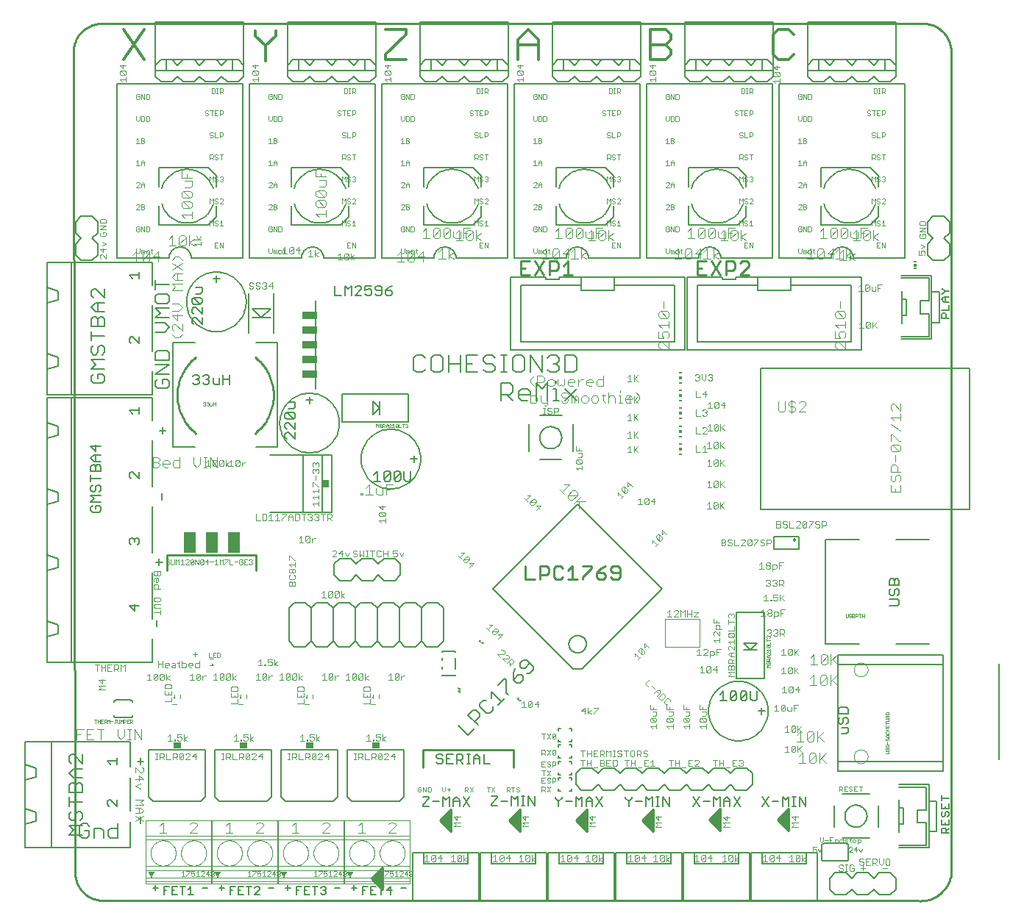
<source format=gto>
G75*
G70*
%OFA0B0*%
%FSLAX24Y24*%
%IPPOS*%
%LPD*%
%AMOC8*
5,1,8,0,0,1.08239X$1,22.5*
%
%ADD10C,0.0100*%
%ADD11C,0.0090*%
%ADD12C,0.0070*%
%ADD13C,0.0040*%
%ADD14R,0.0009X0.0009*%
%ADD15C,0.0120*%
%ADD16C,0.0060*%
%ADD17C,0.0030*%
%ADD18C,0.0020*%
%ADD19C,0.0050*%
%ADD20C,0.0010*%
%ADD21C,0.0080*%
%ADD22R,0.0118X0.0059*%
%ADD23R,0.0118X0.0118*%
%ADD24R,0.0300X0.0340*%
%ADD25R,0.0660X0.0380*%
%ADD26C,0.0000*%
%ADD27R,0.0560X0.0980*%
%ADD28R,0.0098X0.0089*%
%ADD29R,0.0340X0.0300*%
%ADD30R,0.0089X0.0098*%
D10*
X002393Y001821D02*
X002330Y038999D01*
X002331Y038998D02*
X002328Y039067D01*
X002329Y039135D01*
X002334Y039203D01*
X002343Y039271D01*
X002355Y039339D01*
X002371Y039405D01*
X002390Y039471D01*
X002413Y039535D01*
X002440Y039599D01*
X002470Y039660D01*
X002503Y039720D01*
X002539Y039778D01*
X002578Y039834D01*
X002621Y039888D01*
X002666Y039939D01*
X002714Y039988D01*
X002764Y040034D01*
X002817Y040078D01*
X002873Y040118D01*
X002930Y040156D01*
X002989Y040190D01*
X003050Y040221D01*
X003113Y040249D01*
X003177Y040273D01*
X003242Y040294D01*
X003308Y040311D01*
X003375Y040324D01*
X003443Y040334D01*
X003511Y040340D01*
X003511Y040341D02*
X040913Y040341D01*
X040983Y040333D01*
X041052Y040321D01*
X041121Y040306D01*
X041188Y040287D01*
X041255Y040264D01*
X041320Y040238D01*
X041384Y040208D01*
X041446Y040175D01*
X041506Y040138D01*
X041564Y040098D01*
X041619Y040056D01*
X041673Y040010D01*
X041724Y039961D01*
X041772Y039910D01*
X041817Y039856D01*
X041859Y039800D01*
X041898Y039741D01*
X041934Y039681D01*
X041967Y039619D01*
X041996Y039555D01*
X042022Y039489D01*
X042044Y039423D01*
X042062Y039355D01*
X042077Y039286D01*
X042088Y039217D01*
X042095Y039147D01*
X042099Y039077D01*
X042098Y039006D01*
X042094Y038936D01*
X042094Y001759D01*
X042095Y001759D02*
X042081Y001685D01*
X042063Y001613D01*
X042042Y001541D01*
X042016Y001471D01*
X041988Y001402D01*
X041955Y001334D01*
X041919Y001269D01*
X041880Y001205D01*
X041837Y001144D01*
X041792Y001085D01*
X041743Y001028D01*
X041691Y000974D01*
X041637Y000923D01*
X041580Y000874D01*
X041520Y000829D01*
X041459Y000787D01*
X041395Y000748D01*
X041329Y000712D01*
X041261Y000680D01*
X041192Y000652D01*
X041122Y000627D01*
X041050Y000606D01*
X040977Y000589D01*
X040904Y000576D01*
X040829Y000566D01*
X040755Y000561D01*
X040680Y000559D01*
X040605Y000561D01*
X040531Y000567D01*
X040457Y000577D01*
X040456Y000578D02*
X003699Y000578D01*
X003698Y000577D02*
X003629Y000578D01*
X003560Y000581D01*
X003492Y000589D01*
X003424Y000600D01*
X003356Y000615D01*
X003290Y000634D01*
X003224Y000656D01*
X003160Y000682D01*
X003098Y000711D01*
X003037Y000744D01*
X002978Y000779D01*
X002921Y000818D01*
X002866Y000860D01*
X002813Y000905D01*
X002763Y000953D01*
X002716Y001003D01*
X002671Y001056D01*
X002630Y001111D01*
X002591Y001168D01*
X002555Y001227D01*
X002523Y001288D01*
X002494Y001351D01*
X002469Y001415D01*
X002447Y001481D01*
X002429Y001547D01*
X002414Y001615D01*
X002403Y001683D01*
X002396Y001752D01*
X002392Y001821D01*
X015830Y001578D02*
X016330Y001078D01*
X016330Y002078D01*
X015830Y001578D01*
X015845Y001563D02*
X016330Y001563D01*
X016330Y001661D02*
X015914Y001661D01*
X016012Y001760D02*
X016330Y001760D01*
X016330Y001858D02*
X016111Y001858D01*
X016209Y001957D02*
X016330Y001957D01*
X016330Y002055D02*
X016308Y002055D01*
X016330Y001464D02*
X015943Y001464D01*
X016042Y001366D02*
X016330Y001366D01*
X016330Y001267D02*
X016140Y001267D01*
X016239Y001169D02*
X016330Y001169D01*
X019101Y004025D02*
X019424Y004025D01*
X019424Y003927D02*
X019200Y003927D01*
X019298Y003828D02*
X019424Y003828D01*
X019424Y003730D02*
X019397Y003730D01*
X019424Y003703D02*
X019424Y004703D01*
X018924Y004203D01*
X019424Y003703D01*
X019424Y004124D02*
X019003Y004124D01*
X018943Y004222D02*
X019424Y004222D01*
X019424Y004321D02*
X019042Y004321D01*
X019140Y004419D02*
X019424Y004419D01*
X019424Y004518D02*
X019239Y004518D01*
X019337Y004616D02*
X019424Y004616D01*
X018153Y006622D02*
X018153Y007410D01*
X022247Y007410D01*
X022247Y006622D01*
X022549Y004703D02*
X022549Y003703D01*
X022049Y004203D01*
X022549Y004703D01*
X022549Y004616D02*
X022462Y004616D01*
X022549Y004518D02*
X022364Y004518D01*
X022265Y004419D02*
X022549Y004419D01*
X022549Y004321D02*
X022167Y004321D01*
X022068Y004222D02*
X022549Y004222D01*
X022549Y004124D02*
X022128Y004124D01*
X022226Y004025D02*
X022549Y004025D01*
X022549Y003927D02*
X022325Y003927D01*
X022423Y003828D02*
X022549Y003828D01*
X022549Y003730D02*
X022522Y003730D01*
X025080Y004203D02*
X025580Y004703D01*
X025580Y003703D01*
X025080Y004203D01*
X025100Y004222D02*
X025580Y004222D01*
X025580Y004124D02*
X025159Y004124D01*
X025257Y004025D02*
X025580Y004025D01*
X025580Y003927D02*
X025356Y003927D01*
X025454Y003828D02*
X025580Y003828D01*
X025580Y003730D02*
X025553Y003730D01*
X025580Y004321D02*
X025198Y004321D01*
X025297Y004419D02*
X025580Y004419D01*
X025580Y004518D02*
X025395Y004518D01*
X025494Y004616D02*
X025580Y004616D01*
X028080Y004203D02*
X028580Y004703D01*
X028580Y003703D01*
X028080Y004203D01*
X028100Y004222D02*
X028580Y004222D01*
X028580Y004124D02*
X028159Y004124D01*
X028257Y004025D02*
X028580Y004025D01*
X028580Y003927D02*
X028356Y003927D01*
X028454Y003828D02*
X028580Y003828D01*
X028580Y003730D02*
X028553Y003730D01*
X028580Y004321D02*
X028198Y004321D01*
X028297Y004419D02*
X028580Y004419D01*
X028580Y004518D02*
X028395Y004518D01*
X028494Y004616D02*
X028580Y004616D01*
X031143Y004234D02*
X031643Y004734D01*
X031643Y003734D01*
X031143Y004234D01*
X031154Y004222D02*
X031643Y004222D01*
X031643Y004124D02*
X031253Y004124D01*
X031351Y004025D02*
X031643Y004025D01*
X031643Y003927D02*
X031450Y003927D01*
X031548Y003828D02*
X031643Y003828D01*
X031643Y004321D02*
X031229Y004321D01*
X031328Y004419D02*
X031643Y004419D01*
X031643Y004518D02*
X031426Y004518D01*
X031525Y004616D02*
X031643Y004616D01*
X031643Y004715D02*
X031623Y004715D01*
X034236Y004234D02*
X034736Y004734D01*
X034736Y003734D01*
X034236Y004234D01*
X034248Y004222D02*
X034736Y004222D01*
X034736Y004124D02*
X034346Y004124D01*
X034445Y004025D02*
X034736Y004025D01*
X034736Y003927D02*
X034543Y003927D01*
X034642Y003828D02*
X034736Y003828D01*
X034736Y004321D02*
X034323Y004321D01*
X034422Y004419D02*
X034736Y004419D01*
X034736Y004518D02*
X034520Y004518D01*
X034619Y004616D02*
X034736Y004616D01*
X034736Y004715D02*
X034717Y004715D01*
X010600Y015550D02*
X010600Y016250D01*
X006560Y016250D01*
X006560Y015550D01*
X010546Y021760D02*
X010629Y021828D01*
X010709Y021901D01*
X010785Y021977D01*
X010857Y022057D01*
X010925Y022141D01*
X010989Y022227D01*
X011049Y022317D01*
X011104Y022410D01*
X011155Y022505D01*
X011201Y022602D01*
X011242Y022702D01*
X011278Y022803D01*
X011310Y022906D01*
X011336Y023011D01*
X011357Y023117D01*
X011373Y023223D01*
X011383Y023330D01*
X011388Y023438D01*
X011388Y023546D01*
X011383Y023654D01*
X011373Y023761D01*
X011357Y023867D01*
X011336Y023973D01*
X011310Y024078D01*
X011278Y024181D01*
X011242Y024282D01*
X011201Y024382D01*
X011155Y024479D01*
X011104Y024574D01*
X011049Y024667D01*
X010989Y024757D01*
X010925Y024843D01*
X010857Y024927D01*
X010785Y025007D01*
X010709Y025083D01*
X010629Y025156D01*
X010546Y025224D01*
X007870Y025224D02*
X007787Y025156D01*
X007707Y025083D01*
X007631Y025007D01*
X007559Y024927D01*
X007491Y024843D01*
X007427Y024757D01*
X007367Y024667D01*
X007312Y024574D01*
X007261Y024479D01*
X007215Y024382D01*
X007174Y024282D01*
X007138Y024181D01*
X007106Y024078D01*
X007080Y023973D01*
X007059Y023867D01*
X007043Y023761D01*
X007033Y023654D01*
X007028Y023546D01*
X007028Y023438D01*
X007033Y023330D01*
X007043Y023223D01*
X007059Y023117D01*
X007080Y023011D01*
X007106Y022906D01*
X007138Y022803D01*
X007174Y022702D01*
X007215Y022602D01*
X007261Y022505D01*
X007312Y022410D01*
X007367Y022317D01*
X007427Y022227D01*
X007491Y022141D01*
X007559Y022057D01*
X007631Y021977D01*
X007707Y021901D01*
X007787Y021828D01*
X007870Y021760D01*
D11*
X022590Y028953D02*
X022997Y028953D01*
X023235Y028953D02*
X023642Y029563D01*
X023879Y029563D02*
X024185Y029563D01*
X024286Y029461D01*
X024286Y029258D01*
X024185Y029156D01*
X023879Y029156D01*
X023879Y028953D02*
X023879Y029563D01*
X023235Y029563D02*
X023642Y028953D01*
X024524Y028953D02*
X024931Y028953D01*
X024727Y028953D02*
X024727Y029563D01*
X024524Y029360D01*
X022997Y029563D02*
X022590Y029563D01*
X022590Y028953D01*
X022590Y029258D02*
X022794Y029258D01*
X030590Y029258D02*
X030794Y029258D01*
X030997Y029563D02*
X030590Y029563D01*
X030590Y028953D01*
X030997Y028953D01*
X031235Y028953D02*
X031642Y029563D01*
X031879Y029563D02*
X032185Y029563D01*
X032286Y029461D01*
X032286Y029258D01*
X032185Y029156D01*
X031879Y029156D01*
X031879Y028953D02*
X031879Y029563D01*
X031235Y029563D02*
X031642Y028953D01*
X032524Y028953D02*
X032931Y029360D01*
X032931Y029461D01*
X032829Y029563D01*
X032626Y029563D01*
X032524Y029461D01*
X032524Y028953D02*
X032931Y028953D01*
X026979Y015747D02*
X026775Y015747D01*
X026673Y015645D01*
X026673Y015544D01*
X026775Y015442D01*
X027080Y015442D01*
X027080Y015645D02*
X027080Y015238D01*
X026979Y015137D01*
X026775Y015137D01*
X026673Y015238D01*
X026436Y015238D02*
X026436Y015340D01*
X026334Y015442D01*
X026029Y015442D01*
X026029Y015238D01*
X026131Y015137D01*
X026334Y015137D01*
X026436Y015238D01*
X026232Y015645D02*
X026029Y015442D01*
X026232Y015645D02*
X026436Y015747D01*
X026979Y015747D02*
X027080Y015645D01*
X025791Y015645D02*
X025384Y015238D01*
X025384Y015137D01*
X025147Y015137D02*
X024740Y015137D01*
X024943Y015137D02*
X024943Y015747D01*
X024740Y015544D01*
X024502Y015645D02*
X024400Y015747D01*
X024197Y015747D01*
X024095Y015645D01*
X024095Y015238D01*
X024197Y015137D01*
X024400Y015137D01*
X024502Y015238D01*
X023858Y015442D02*
X023756Y015340D01*
X023451Y015340D01*
X023451Y015137D02*
X023451Y015747D01*
X023756Y015747D01*
X023858Y015645D01*
X023858Y015442D01*
X023213Y015137D02*
X022806Y015137D01*
X022806Y015747D01*
X025384Y015747D02*
X025791Y015747D01*
X025791Y015645D01*
D12*
X022855Y011483D02*
X022706Y011483D01*
X022558Y011334D01*
X022558Y011186D01*
X022632Y011111D01*
X022780Y011111D01*
X023003Y011334D01*
X023152Y011186D02*
X022855Y011483D01*
X023152Y011186D02*
X023152Y011037D01*
X023003Y010889D01*
X022855Y010889D01*
X022696Y010730D02*
X022622Y010804D01*
X022473Y010804D01*
X022250Y010581D01*
X022399Y010433D01*
X022548Y010433D01*
X022696Y010581D01*
X022696Y010730D01*
X022250Y010879D02*
X022250Y010581D01*
X022250Y010879D02*
X022325Y011102D01*
X021869Y010646D02*
X021943Y010571D01*
X021943Y009977D01*
X022018Y009903D01*
X021859Y009744D02*
X021562Y009447D01*
X021710Y009596D02*
X021265Y010041D01*
X021265Y009744D01*
X021032Y009660D02*
X020883Y009660D01*
X020735Y009511D01*
X020735Y009363D01*
X021032Y009065D01*
X021180Y009065D01*
X021329Y009214D01*
X021329Y009363D01*
X020725Y009056D02*
X020725Y008907D01*
X020502Y008684D01*
X020650Y008535D02*
X020204Y008981D01*
X020427Y009204D01*
X020576Y009204D01*
X020725Y009056D01*
X020492Y008377D02*
X020195Y008080D01*
X019749Y008525D01*
X019689Y007218D02*
X019904Y007218D01*
X019976Y007146D01*
X019976Y007002D01*
X019904Y006931D01*
X019689Y006931D01*
X019832Y006931D02*
X019976Y006787D01*
X020149Y006787D02*
X020293Y006787D01*
X020221Y006787D02*
X020221Y007218D01*
X020149Y007218D02*
X020293Y007218D01*
X020456Y007074D02*
X020456Y006787D01*
X020456Y007002D02*
X020743Y007002D01*
X020743Y007074D02*
X020743Y006787D01*
X020916Y006787D02*
X020916Y007218D01*
X020743Y007074D02*
X020599Y007218D01*
X020456Y007074D01*
X020916Y006787D02*
X021203Y006787D01*
X021250Y005308D02*
X021537Y005308D01*
X021537Y005237D01*
X021250Y004950D01*
X021250Y004878D01*
X021537Y004878D01*
X021711Y005093D02*
X021998Y005093D01*
X022171Y004878D02*
X022171Y005308D01*
X022315Y005165D01*
X022458Y005308D01*
X022458Y004878D01*
X022632Y004878D02*
X022775Y004878D01*
X022703Y004878D02*
X022703Y005308D01*
X022632Y005308D02*
X022775Y005308D01*
X022939Y005308D02*
X023225Y004878D01*
X023225Y005308D01*
X022939Y005308D02*
X022939Y004878D01*
X024166Y005205D02*
X024310Y005062D01*
X024310Y004847D01*
X024310Y005062D02*
X024453Y005205D01*
X024453Y005277D01*
X024627Y005062D02*
X024914Y005062D01*
X025087Y005277D02*
X025231Y005134D01*
X025374Y005277D01*
X025374Y004847D01*
X025548Y004847D02*
X025548Y005134D01*
X025691Y005277D01*
X025834Y005134D01*
X025834Y004847D01*
X026008Y004847D02*
X026295Y005277D01*
X026008Y005277D02*
X026295Y004847D01*
X025834Y005062D02*
X025548Y005062D01*
X025087Y004847D02*
X025087Y005277D01*
X024166Y005277D02*
X024166Y005205D01*
X027342Y005205D02*
X027486Y005062D01*
X027486Y004847D01*
X027486Y005062D02*
X027629Y005205D01*
X027629Y005277D01*
X027803Y005062D02*
X028090Y005062D01*
X028263Y005277D02*
X028407Y005134D01*
X028550Y005277D01*
X028550Y004847D01*
X028724Y004847D02*
X028867Y004847D01*
X028795Y004847D02*
X028795Y005277D01*
X028724Y005277D02*
X028867Y005277D01*
X029030Y005277D02*
X029317Y004847D01*
X029317Y005277D01*
X029030Y005277D02*
X029030Y004847D01*
X028263Y004847D02*
X028263Y005277D01*
X027342Y005277D02*
X027342Y005205D01*
X030406Y005277D02*
X030693Y004847D01*
X030866Y005062D02*
X031153Y005062D01*
X031327Y005277D02*
X031470Y005134D01*
X031613Y005277D01*
X031613Y004847D01*
X031787Y004847D02*
X031787Y005134D01*
X031930Y005277D01*
X032074Y005134D01*
X032074Y004847D01*
X032247Y004847D02*
X032534Y005277D01*
X032247Y005277D02*
X032534Y004847D01*
X032074Y005062D02*
X031787Y005062D01*
X031327Y004847D02*
X031327Y005277D01*
X030693Y005277D02*
X030406Y004847D01*
X033526Y004847D02*
X033812Y005277D01*
X033986Y005062D02*
X034273Y005062D01*
X034446Y005277D02*
X034590Y005134D01*
X034733Y005277D01*
X034733Y004847D01*
X034907Y004847D02*
X035050Y004847D01*
X034978Y004847D02*
X034978Y005277D01*
X034907Y005277D02*
X035050Y005277D01*
X035214Y005277D02*
X035501Y004847D01*
X035501Y005277D01*
X035214Y005277D02*
X035214Y004847D01*
X034446Y004847D02*
X034446Y005277D01*
X033812Y004847D02*
X033526Y005277D01*
X037126Y008128D02*
X037341Y008128D01*
X037413Y008199D01*
X037413Y008415D01*
X037126Y008415D01*
X037126Y008588D02*
X037198Y008660D01*
X037198Y008803D01*
X037270Y008875D01*
X037341Y008875D01*
X037413Y008803D01*
X037413Y008660D01*
X037341Y008588D01*
X037126Y008588D02*
X037054Y008588D01*
X036983Y008660D01*
X036983Y008803D01*
X037054Y008875D01*
X036983Y009049D02*
X036983Y009264D01*
X037054Y009335D01*
X037341Y009335D01*
X037413Y009264D01*
X037413Y009049D01*
X036983Y009049D01*
X033294Y009707D02*
X033294Y010066D01*
X033007Y010066D02*
X033007Y009707D01*
X033079Y009636D01*
X033222Y009636D01*
X033294Y009707D01*
X032833Y009707D02*
X032762Y009636D01*
X032618Y009636D01*
X032547Y009707D01*
X032833Y009994D01*
X032833Y009707D01*
X032547Y009707D02*
X032547Y009994D01*
X032618Y010066D01*
X032762Y010066D01*
X032833Y009994D01*
X032373Y009994D02*
X032086Y009707D01*
X032158Y009636D01*
X032301Y009636D01*
X032373Y009707D01*
X032373Y009994D01*
X032301Y010066D01*
X032158Y010066D01*
X032086Y009994D01*
X032086Y009707D01*
X031913Y009636D02*
X031626Y009636D01*
X031769Y009636D02*
X031769Y010066D01*
X031626Y009923D01*
X039306Y013955D02*
X039664Y013955D01*
X039736Y014026D01*
X039736Y014170D01*
X039664Y014241D01*
X039306Y014241D01*
X039377Y014415D02*
X039449Y014415D01*
X039521Y014487D01*
X039521Y014630D01*
X039592Y014702D01*
X039664Y014702D01*
X039736Y014630D01*
X039736Y014487D01*
X039664Y014415D01*
X039377Y014415D02*
X039306Y014487D01*
X039306Y014630D01*
X039377Y014702D01*
X039306Y014875D02*
X039306Y015090D01*
X039377Y015162D01*
X039449Y015162D01*
X039521Y015090D01*
X039521Y014875D01*
X039736Y014875D02*
X039736Y015090D01*
X039664Y015162D01*
X039592Y015162D01*
X039521Y015090D01*
X039736Y014875D02*
X039306Y014875D01*
X041650Y005333D02*
X041650Y005113D01*
X041650Y005223D02*
X041980Y005223D01*
X041980Y004965D02*
X041980Y004745D01*
X041650Y004745D01*
X041650Y004965D01*
X041815Y004855D02*
X041815Y004745D01*
X041870Y004596D02*
X041925Y004596D01*
X041980Y004541D01*
X041980Y004431D01*
X041925Y004376D01*
X041815Y004431D02*
X041815Y004541D01*
X041870Y004596D01*
X041705Y004596D02*
X041650Y004541D01*
X041650Y004431D01*
X041705Y004376D01*
X041760Y004376D01*
X041815Y004431D01*
X041980Y004228D02*
X041980Y004008D01*
X041650Y004008D01*
X041650Y004228D01*
X041815Y004118D02*
X041815Y004008D01*
X041815Y003860D02*
X041870Y003805D01*
X041870Y003640D01*
X041870Y003750D02*
X041980Y003860D01*
X041815Y003860D02*
X041705Y003860D01*
X041650Y003805D01*
X041650Y003640D01*
X041980Y003640D01*
X021869Y010646D02*
X021572Y010349D01*
X019689Y007218D02*
X019689Y006787D01*
X019515Y006787D02*
X019228Y006787D01*
X019228Y007218D01*
X019515Y007218D01*
X019372Y007002D02*
X019228Y007002D01*
X019055Y006931D02*
X019055Y006859D01*
X018983Y006787D01*
X018840Y006787D01*
X018768Y006859D01*
X018840Y007002D02*
X018983Y007002D01*
X019055Y006931D01*
X019055Y007146D02*
X018983Y007218D01*
X018840Y007218D01*
X018768Y007146D01*
X018768Y007074D01*
X018840Y007002D01*
X019066Y005277D02*
X019210Y005134D01*
X019353Y005277D01*
X019353Y004847D01*
X019527Y004847D02*
X019527Y005134D01*
X019670Y005277D01*
X019814Y005134D01*
X019814Y004847D01*
X019987Y004847D02*
X020274Y005277D01*
X019987Y005277D02*
X020274Y004847D01*
X019814Y005062D02*
X019527Y005062D01*
X019066Y004847D02*
X019066Y005277D01*
X018893Y005062D02*
X018606Y005062D01*
X018433Y005205D02*
X018146Y004918D01*
X018146Y004847D01*
X018433Y004847D01*
X018433Y005205D02*
X018433Y005277D01*
X018146Y005277D01*
X006080Y012996D02*
X006080Y013283D01*
X006205Y015777D02*
X006205Y016064D01*
X006061Y015921D02*
X006348Y015921D01*
X006330Y018746D02*
X006330Y019033D01*
X006361Y021746D02*
X006361Y022033D01*
X006218Y021889D02*
X006505Y021889D01*
X007797Y023986D02*
X007725Y024058D01*
X007797Y023986D02*
X007940Y023986D01*
X008012Y024058D01*
X008012Y024129D01*
X007940Y024201D01*
X007869Y024201D01*
X007940Y024201D02*
X008012Y024273D01*
X008012Y024345D01*
X007940Y024416D01*
X007797Y024416D01*
X007725Y024345D01*
X008186Y024345D02*
X008257Y024416D01*
X008401Y024416D01*
X008473Y024345D01*
X008473Y024273D01*
X008401Y024201D01*
X008473Y024129D01*
X008473Y024058D01*
X008401Y023986D01*
X008257Y023986D01*
X008186Y024058D01*
X008329Y024201D02*
X008401Y024201D01*
X008646Y024273D02*
X008646Y024058D01*
X008718Y023986D01*
X008933Y023986D01*
X008933Y024273D01*
X009106Y024201D02*
X009393Y024201D01*
X009393Y024416D02*
X009393Y023986D01*
X009106Y023986D02*
X009106Y024416D01*
X014164Y028021D02*
X014451Y028021D01*
X014625Y028021D02*
X014625Y028452D01*
X014768Y028308D01*
X014912Y028452D01*
X014912Y028021D01*
X015085Y028021D02*
X015372Y028308D01*
X015372Y028380D01*
X015300Y028452D01*
X015157Y028452D01*
X015085Y028380D01*
X015085Y028021D02*
X015372Y028021D01*
X015545Y028093D02*
X015617Y028021D01*
X015761Y028021D01*
X015832Y028093D01*
X015832Y028237D01*
X015761Y028308D01*
X015689Y028308D01*
X015545Y028237D01*
X015545Y028452D01*
X015832Y028452D01*
X016006Y028380D02*
X016006Y028308D01*
X016078Y028237D01*
X016293Y028237D01*
X016293Y028380D02*
X016221Y028452D01*
X016078Y028452D01*
X016006Y028380D01*
X016293Y028380D02*
X016293Y028093D01*
X016221Y028021D01*
X016078Y028021D01*
X016006Y028093D01*
X016466Y028093D02*
X016466Y028237D01*
X016681Y028237D01*
X016753Y028165D01*
X016753Y028093D01*
X016681Y028021D01*
X016538Y028021D01*
X016466Y028093D01*
X016466Y028237D02*
X016610Y028380D01*
X016753Y028452D01*
X014164Y028452D02*
X014164Y028021D01*
X017740Y025186D02*
X017740Y024659D01*
X017872Y024528D01*
X018135Y024528D01*
X018267Y024659D01*
X018532Y024659D02*
X018664Y024528D01*
X018927Y024528D01*
X019059Y024659D01*
X019059Y025186D01*
X018927Y025318D01*
X018664Y025318D01*
X018532Y025186D01*
X018532Y024659D01*
X018267Y025186D02*
X018135Y025318D01*
X017872Y025318D01*
X017740Y025186D01*
X019324Y025318D02*
X019324Y024528D01*
X019324Y024923D02*
X019851Y024923D01*
X020116Y024923D02*
X020379Y024923D01*
X020116Y025318D02*
X020116Y024528D01*
X020643Y024528D01*
X020908Y024659D02*
X021039Y024528D01*
X021303Y024528D01*
X021435Y024659D01*
X021435Y024791D01*
X021303Y024923D01*
X021039Y024923D01*
X020908Y025055D01*
X020908Y025186D01*
X021039Y025318D01*
X021303Y025318D01*
X021435Y025186D01*
X021699Y025318D02*
X021963Y025318D01*
X021831Y025318D02*
X021831Y024528D01*
X021699Y024528D02*
X021963Y024528D01*
X022227Y024659D02*
X022227Y025186D01*
X022359Y025318D01*
X022623Y025318D01*
X022754Y025186D01*
X022754Y024659D01*
X022623Y024528D01*
X022359Y024528D01*
X022227Y024659D01*
X023019Y024528D02*
X023019Y025318D01*
X023546Y024528D01*
X023546Y025318D01*
X023811Y025186D02*
X023943Y025318D01*
X024206Y025318D01*
X024338Y025186D01*
X024338Y025055D01*
X024206Y024923D01*
X024338Y024791D01*
X024338Y024659D01*
X024206Y024528D01*
X023943Y024528D01*
X023811Y024659D01*
X024075Y024923D02*
X024206Y024923D01*
X024603Y025318D02*
X024603Y024528D01*
X024998Y024528D01*
X025130Y024659D01*
X025130Y025186D01*
X024998Y025318D01*
X024603Y025318D01*
X024207Y024160D02*
X024207Y024028D01*
X024207Y023765D02*
X024207Y023238D01*
X024075Y023238D02*
X024339Y023238D01*
X024603Y023238D02*
X025130Y023765D01*
X024603Y023765D02*
X025130Y023238D01*
X024207Y023765D02*
X024075Y023765D01*
X023810Y024028D02*
X023810Y023238D01*
X023283Y023238D02*
X023283Y024028D01*
X023547Y023765D01*
X023810Y024028D01*
X023018Y023633D02*
X023018Y023501D01*
X022491Y023501D01*
X022491Y023369D02*
X022491Y023633D01*
X022623Y023765D01*
X022887Y023765D01*
X023018Y023633D01*
X022887Y023238D02*
X022623Y023238D01*
X022491Y023369D01*
X022226Y023238D02*
X021963Y023501D01*
X022095Y023501D02*
X021699Y023501D01*
X021699Y023238D02*
X021699Y024028D01*
X022095Y024028D01*
X022226Y023896D01*
X022226Y023633D01*
X022095Y023501D01*
X020643Y025318D02*
X020116Y025318D01*
X019851Y025318D02*
X019851Y024528D01*
X003745Y024683D02*
X003114Y024683D01*
X003325Y024893D01*
X003114Y025103D01*
X003745Y025103D01*
X003640Y025327D02*
X003745Y025432D01*
X003745Y025643D01*
X003640Y025748D01*
X003535Y025748D01*
X003430Y025643D01*
X003430Y025432D01*
X003325Y025327D01*
X003220Y025327D01*
X003114Y025432D01*
X003114Y025643D01*
X003220Y025748D01*
X003114Y025972D02*
X003114Y026392D01*
X003114Y026182D02*
X003745Y026182D01*
X003745Y026616D02*
X003114Y026616D01*
X003114Y026932D01*
X003220Y027037D01*
X003325Y027037D01*
X003430Y026932D01*
X003430Y026616D01*
X003745Y026616D02*
X003745Y026932D01*
X003640Y027037D01*
X003535Y027037D01*
X003430Y026932D01*
X003430Y027261D02*
X003430Y027681D01*
X003325Y027681D02*
X003745Y027681D01*
X003745Y027905D02*
X003325Y028326D01*
X003220Y028326D01*
X003114Y028221D01*
X003114Y028011D01*
X003220Y027905D01*
X003325Y027681D02*
X003114Y027471D01*
X003325Y027261D01*
X003745Y027261D01*
X003745Y027905D02*
X003745Y028326D01*
X003640Y024459D02*
X003430Y024459D01*
X003430Y024248D01*
X003220Y024038D02*
X003640Y024038D01*
X003745Y024143D01*
X003745Y024353D01*
X003640Y024459D01*
X003220Y024459D02*
X003114Y024353D01*
X003114Y024143D01*
X003220Y024038D01*
X002745Y007201D02*
X002745Y006780D01*
X002325Y007201D01*
X002220Y007201D01*
X002114Y007096D01*
X002114Y006886D01*
X002220Y006780D01*
X002325Y006556D02*
X002745Y006556D01*
X002430Y006556D02*
X002430Y006136D01*
X002325Y006136D02*
X002114Y006346D01*
X002325Y006556D01*
X002325Y006136D02*
X002745Y006136D01*
X002640Y005912D02*
X002745Y005807D01*
X002745Y005491D01*
X002114Y005491D01*
X002114Y005807D01*
X002220Y005912D01*
X002325Y005912D01*
X002430Y005807D01*
X002430Y005491D01*
X002430Y005807D02*
X002535Y005912D01*
X002640Y005912D01*
X002114Y005267D02*
X002114Y004847D01*
X002114Y005057D02*
X002745Y005057D01*
X002640Y004623D02*
X002745Y004518D01*
X002745Y004307D01*
X002640Y004202D01*
X002430Y004307D02*
X002430Y004518D01*
X002535Y004623D01*
X002640Y004623D01*
X002430Y004307D02*
X002325Y004202D01*
X002220Y004202D01*
X002114Y004307D01*
X002114Y004518D01*
X002220Y004623D01*
X002114Y003978D02*
X002745Y003978D01*
X002745Y003558D02*
X002114Y003558D01*
X002325Y003768D01*
X002114Y003978D01*
X005218Y006889D02*
X005505Y006889D01*
X005361Y006746D02*
X005361Y007033D01*
X005361Y004377D02*
X005361Y004090D01*
X041656Y026985D02*
X041656Y027150D01*
X041711Y027205D01*
X041821Y027205D01*
X041876Y027150D01*
X041876Y026985D01*
X041986Y026985D02*
X041656Y026985D01*
X041656Y027354D02*
X041986Y027354D01*
X041986Y027574D01*
X041986Y027722D02*
X041766Y027722D01*
X041656Y027832D01*
X041766Y027942D01*
X041986Y027942D01*
X041821Y027942D02*
X041821Y027722D01*
X041711Y028090D02*
X041821Y028200D01*
X041986Y028200D01*
X041821Y028200D02*
X041711Y028310D01*
X041656Y028310D01*
X041656Y028090D02*
X041711Y028090D01*
D13*
X040852Y029845D02*
X040899Y029892D01*
X040899Y029985D01*
X040852Y030032D01*
X040759Y030032D01*
X040712Y029985D01*
X040712Y029938D01*
X040759Y029845D01*
X040618Y029845D01*
X040618Y030032D01*
X040712Y030139D02*
X040899Y030233D01*
X040712Y030326D01*
X040696Y030613D02*
X040883Y030613D01*
X040930Y030659D01*
X040930Y030753D01*
X040883Y030799D01*
X040790Y030799D01*
X040790Y030706D01*
X040696Y030613D02*
X040650Y030659D01*
X040650Y030753D01*
X040696Y030799D01*
X040650Y030907D02*
X040930Y031094D01*
X040650Y031094D01*
X040650Y031202D02*
X040650Y031342D01*
X040696Y031389D01*
X040883Y031389D01*
X040930Y031342D01*
X040930Y031202D01*
X040650Y031202D01*
X040650Y030907D02*
X040930Y030907D01*
X038797Y030829D02*
X038566Y030676D01*
X038797Y030523D01*
X038566Y030523D02*
X038566Y030983D01*
X038413Y030906D02*
X038336Y030983D01*
X038183Y030983D01*
X038106Y030906D01*
X038106Y030599D01*
X038413Y030906D01*
X038413Y030599D01*
X038336Y030523D01*
X038183Y030523D01*
X038106Y030599D01*
X037999Y030612D02*
X037999Y031072D01*
X038306Y031072D01*
X038153Y030842D02*
X037999Y030842D01*
X037846Y030919D02*
X037846Y030612D01*
X037616Y030612D01*
X037539Y030689D01*
X037539Y030919D01*
X037646Y030829D02*
X037799Y030983D01*
X037799Y030523D01*
X037646Y030523D02*
X037952Y030523D01*
X037386Y030689D02*
X037309Y030612D01*
X037155Y030612D01*
X037079Y030689D01*
X037386Y030995D01*
X037386Y030689D01*
X037386Y030995D02*
X037309Y031072D01*
X037155Y031072D01*
X037079Y030995D01*
X037079Y030689D01*
X036925Y030689D02*
X036848Y030612D01*
X036695Y030612D01*
X036618Y030689D01*
X036925Y030995D01*
X036925Y030689D01*
X036925Y030995D02*
X036848Y031072D01*
X036695Y031072D01*
X036618Y030995D01*
X036618Y030689D01*
X036465Y030612D02*
X036158Y030612D01*
X036311Y030612D02*
X036311Y031072D01*
X036158Y030919D01*
X036100Y030133D02*
X036253Y030133D01*
X036330Y030056D01*
X036023Y029749D01*
X036100Y029673D01*
X036253Y029673D01*
X036330Y029749D01*
X036330Y030056D01*
X036483Y029903D02*
X036790Y029903D01*
X036875Y029979D02*
X037028Y030133D01*
X037028Y029673D01*
X037043Y029616D02*
X037350Y029616D01*
X037335Y029673D02*
X037335Y030133D01*
X037197Y030077D02*
X037197Y029616D01*
X037182Y029673D02*
X036875Y029673D01*
X036713Y029673D02*
X036713Y030133D01*
X036483Y029903D01*
X036100Y030133D02*
X036023Y030056D01*
X036023Y029749D01*
X035869Y029673D02*
X035563Y029673D01*
X035716Y029673D02*
X035716Y030133D01*
X035563Y029979D01*
X037043Y029923D02*
X037197Y030077D01*
X037335Y029826D02*
X037566Y029673D01*
X037504Y029616D02*
X037504Y030077D01*
X037566Y029979D02*
X037335Y029826D01*
X037504Y029770D02*
X037734Y029923D01*
X037504Y029770D02*
X037734Y029616D01*
X037067Y027757D02*
X037067Y027450D01*
X036914Y027296D02*
X037221Y026989D01*
X037298Y027066D01*
X037298Y027219D01*
X037221Y027296D01*
X036914Y027296D01*
X036837Y027219D01*
X036837Y027066D01*
X036914Y026989D01*
X037221Y026989D01*
X037298Y026836D02*
X037298Y026529D01*
X037298Y026682D02*
X036837Y026682D01*
X036991Y026529D01*
X037067Y026375D02*
X037221Y026375D01*
X037298Y026299D01*
X037298Y026145D01*
X037221Y026068D01*
X037067Y026068D02*
X036991Y026222D01*
X036991Y026299D01*
X037067Y026375D01*
X036837Y026375D02*
X036837Y026068D01*
X037067Y026068D01*
X036991Y025915D02*
X036914Y025915D01*
X036837Y025838D01*
X036837Y025685D01*
X036914Y025608D01*
X036991Y025915D02*
X037298Y025608D01*
X037298Y025915D01*
X034875Y023286D02*
X034875Y022672D01*
X034799Y022749D02*
X034952Y022749D01*
X035029Y022825D01*
X035029Y022902D01*
X034952Y022979D01*
X034799Y022979D01*
X034722Y023056D01*
X034722Y023132D01*
X034799Y023209D01*
X034952Y023209D01*
X035029Y023132D01*
X035182Y023132D02*
X035259Y023209D01*
X035412Y023209D01*
X035489Y023132D01*
X035489Y023056D01*
X035182Y022749D01*
X035489Y022749D01*
X034799Y022749D02*
X034722Y022825D01*
X034568Y022825D02*
X034492Y022749D01*
X034338Y022749D01*
X034261Y022825D01*
X034261Y023209D01*
X034568Y023209D02*
X034568Y022825D01*
X031270Y024205D02*
X031223Y024158D01*
X031130Y024158D01*
X031083Y024205D01*
X030975Y024251D02*
X030975Y024438D01*
X031083Y024392D02*
X031130Y024438D01*
X031223Y024438D01*
X031270Y024392D01*
X031270Y024345D01*
X031223Y024298D01*
X031270Y024251D01*
X031270Y024205D01*
X031223Y024298D02*
X031176Y024298D01*
X030975Y024251D02*
X030882Y024158D01*
X030788Y024251D01*
X030788Y024438D01*
X030681Y024392D02*
X030681Y024345D01*
X030634Y024298D01*
X030681Y024251D01*
X030681Y024205D01*
X030634Y024158D01*
X030540Y024158D01*
X030494Y024205D01*
X030587Y024298D02*
X030634Y024298D01*
X030681Y024392D02*
X030634Y024438D01*
X030540Y024438D01*
X030494Y024392D01*
X030533Y023690D02*
X030533Y023410D01*
X030720Y023410D01*
X030828Y023550D02*
X031015Y023550D01*
X030968Y023410D02*
X030968Y023690D01*
X030828Y023550D01*
X030874Y022840D02*
X030968Y022840D01*
X031015Y022794D01*
X031015Y022747D01*
X030968Y022700D01*
X031015Y022654D01*
X031015Y022607D01*
X030968Y022560D01*
X030874Y022560D01*
X030828Y022607D01*
X030720Y022560D02*
X030533Y022560D01*
X030533Y022840D01*
X030828Y022794D02*
X030874Y022840D01*
X030921Y022700D02*
X030968Y022700D01*
X030968Y022030D02*
X030874Y022030D01*
X030828Y021983D01*
X030968Y022030D02*
X031015Y021983D01*
X031015Y021936D01*
X030828Y021750D01*
X031015Y021750D01*
X030720Y021750D02*
X030533Y021750D01*
X030533Y022030D01*
X030533Y021196D02*
X030533Y020916D01*
X030720Y020916D01*
X030828Y020916D02*
X031015Y020916D01*
X030921Y020916D02*
X030921Y021196D01*
X030828Y021103D01*
X028631Y018826D02*
X028490Y018686D01*
X028677Y018686D01*
X028631Y018546D02*
X028631Y018826D01*
X028383Y018779D02*
X028196Y018593D01*
X028243Y018546D01*
X028336Y018546D01*
X028383Y018593D01*
X028383Y018779D01*
X028336Y018826D01*
X028243Y018826D01*
X028196Y018779D01*
X028196Y018593D01*
X028088Y018546D02*
X027901Y018546D01*
X027995Y018546D02*
X027995Y018826D01*
X027901Y018733D01*
X025541Y018682D02*
X025107Y018682D01*
X025215Y018682D02*
X025215Y018356D01*
X024998Y018573D02*
X025324Y018899D01*
X025161Y018953D02*
X024944Y018736D01*
X024836Y018736D01*
X024727Y018844D01*
X024727Y018953D01*
X025161Y018953D01*
X025161Y019061D01*
X025053Y019170D01*
X024944Y019170D01*
X024727Y018953D01*
X024564Y019007D02*
X024347Y019224D01*
X024456Y019116D02*
X024781Y019441D01*
X024564Y019441D01*
X027423Y020900D02*
X027610Y020900D01*
X027516Y020900D02*
X027516Y021180D01*
X027423Y021086D01*
X027717Y020993D02*
X027904Y021180D01*
X027717Y021180D02*
X027717Y020900D01*
X027764Y021040D02*
X027904Y020900D01*
X027904Y021554D02*
X027764Y021694D01*
X027717Y021647D02*
X027904Y021834D01*
X027717Y021834D02*
X027717Y021554D01*
X027610Y021554D02*
X027423Y021554D01*
X027516Y021554D02*
X027516Y021834D01*
X027423Y021741D01*
X027423Y022356D02*
X027610Y022356D01*
X027516Y022356D02*
X027516Y022637D01*
X027423Y022543D01*
X027717Y022450D02*
X027904Y022637D01*
X027717Y022637D02*
X027717Y022356D01*
X027764Y022496D02*
X027904Y022356D01*
X027904Y023152D02*
X027764Y023292D01*
X027717Y023245D02*
X027904Y023432D01*
X027948Y023467D02*
X027795Y023620D01*
X027717Y023432D02*
X027717Y023152D01*
X027795Y023160D02*
X027948Y023313D01*
X027948Y023467D01*
X027641Y023390D02*
X027641Y023313D01*
X027334Y023313D01*
X027334Y023237D02*
X027334Y023390D01*
X027411Y023467D01*
X027565Y023467D01*
X027641Y023390D01*
X027516Y023432D02*
X027516Y023152D01*
X027565Y023160D02*
X027411Y023160D01*
X027334Y023237D01*
X027423Y023152D02*
X027610Y023152D01*
X027423Y023339D02*
X027516Y023432D01*
X027104Y023467D02*
X027104Y023160D01*
X027028Y023160D02*
X027181Y023160D01*
X026874Y023160D02*
X026874Y023390D01*
X026797Y023467D01*
X026644Y023467D01*
X026567Y023390D01*
X026414Y023467D02*
X026260Y023467D01*
X026337Y023544D02*
X026337Y023237D01*
X026414Y023160D01*
X026567Y023160D02*
X026567Y023620D01*
X026337Y023910D02*
X026107Y023910D01*
X026030Y023987D01*
X026030Y024140D01*
X026107Y024217D01*
X026337Y024217D01*
X026337Y024370D02*
X026337Y023910D01*
X025877Y024063D02*
X025570Y024063D01*
X025570Y023987D02*
X025570Y024140D01*
X025646Y024217D01*
X025800Y024217D01*
X025877Y024140D01*
X025877Y024063D01*
X025800Y023910D02*
X025646Y023910D01*
X025570Y023987D01*
X025416Y024217D02*
X025339Y024217D01*
X025186Y024063D01*
X025186Y023910D02*
X025186Y024217D01*
X025033Y024140D02*
X025033Y024063D01*
X024726Y024063D01*
X024726Y023987D02*
X024726Y024140D01*
X024802Y024217D01*
X024956Y024217D01*
X025033Y024140D01*
X024956Y023910D02*
X024802Y023910D01*
X024726Y023987D01*
X024572Y023987D02*
X024572Y024217D01*
X024572Y023987D02*
X024495Y023910D01*
X024419Y023987D01*
X024342Y023910D01*
X024265Y023987D01*
X024265Y024217D01*
X024112Y024140D02*
X024035Y024217D01*
X023882Y024217D01*
X023805Y024140D01*
X023805Y023987D01*
X023882Y023910D01*
X024035Y023910D01*
X024112Y023987D01*
X024112Y024140D01*
X023651Y024140D02*
X023575Y024063D01*
X023344Y024063D01*
X023344Y023910D02*
X023344Y024370D01*
X023575Y024370D01*
X023651Y024294D01*
X023651Y024140D01*
X023191Y023910D02*
X023038Y024063D01*
X023038Y024217D01*
X023191Y024370D01*
X023038Y023620D02*
X023038Y023160D01*
X023268Y023160D01*
X023344Y023237D01*
X023344Y023390D01*
X023268Y023467D01*
X023038Y023467D01*
X023498Y023467D02*
X023498Y023237D01*
X023575Y023160D01*
X023805Y023160D01*
X023805Y023083D02*
X023728Y023007D01*
X023651Y023007D01*
X023657Y022921D02*
X023657Y022640D01*
X023703Y022640D02*
X023610Y022640D01*
X023806Y022687D02*
X023853Y022640D01*
X023946Y022640D01*
X023993Y022687D01*
X023993Y022734D01*
X023946Y022780D01*
X023853Y022780D01*
X023806Y022827D01*
X023806Y022874D01*
X023853Y022921D01*
X023946Y022921D01*
X023993Y022874D01*
X024101Y022921D02*
X024241Y022921D01*
X024288Y022874D01*
X024288Y022780D01*
X024241Y022734D01*
X024101Y022734D01*
X024101Y022640D02*
X024101Y022921D01*
X023805Y023083D02*
X023805Y023467D01*
X023703Y022921D02*
X023610Y022921D01*
X024419Y023237D02*
X024495Y023160D01*
X024649Y023160D01*
X024726Y023237D01*
X024726Y023313D01*
X024649Y023390D01*
X024495Y023390D01*
X024419Y023467D01*
X024419Y023544D01*
X024495Y023620D01*
X024649Y023620D01*
X024726Y023544D01*
X024879Y023467D02*
X024879Y023160D01*
X025033Y023160D02*
X025033Y023390D01*
X025109Y023467D01*
X025186Y023390D01*
X025186Y023160D01*
X025339Y023237D02*
X025416Y023160D01*
X025570Y023160D01*
X025646Y023237D01*
X025646Y023390D01*
X025570Y023467D01*
X025416Y023467D01*
X025339Y023390D01*
X025339Y023237D01*
X025033Y023390D02*
X024956Y023467D01*
X024879Y023467D01*
X025800Y023390D02*
X025800Y023237D01*
X025877Y023160D01*
X026030Y023160D01*
X026107Y023237D01*
X026107Y023390D01*
X026030Y023467D01*
X025877Y023467D01*
X025800Y023390D01*
X027028Y023467D02*
X027104Y023467D01*
X027104Y023620D02*
X027104Y023697D01*
X027423Y024119D02*
X027610Y024119D01*
X027516Y024119D02*
X027516Y024399D01*
X027423Y024305D01*
X027717Y024212D02*
X027904Y024399D01*
X027717Y024399D02*
X027717Y024119D01*
X027764Y024259D02*
X027904Y024119D01*
X028914Y025608D02*
X028837Y025685D01*
X028837Y025838D01*
X028914Y025915D01*
X028991Y025915D01*
X029298Y025608D01*
X029298Y025915D01*
X029221Y026068D02*
X029298Y026145D01*
X029298Y026299D01*
X029221Y026375D01*
X029067Y026375D01*
X028991Y026299D01*
X028991Y026222D01*
X029067Y026068D01*
X028837Y026068D01*
X028837Y026375D01*
X028991Y026529D02*
X028837Y026682D01*
X029298Y026682D01*
X029298Y026529D02*
X029298Y026836D01*
X029221Y026989D02*
X028914Y027296D01*
X029221Y027296D01*
X029298Y027219D01*
X029298Y027066D01*
X029221Y026989D01*
X028914Y026989D01*
X028837Y027066D01*
X028837Y027219D01*
X028914Y027296D01*
X029067Y027450D02*
X029067Y027757D01*
X029563Y029673D02*
X029869Y029673D01*
X029716Y029673D02*
X029716Y030133D01*
X029563Y029979D01*
X030023Y030056D02*
X030100Y030133D01*
X030253Y030133D01*
X030330Y030056D01*
X030023Y029749D01*
X030100Y029673D01*
X030253Y029673D01*
X030330Y029749D01*
X030330Y030056D01*
X030483Y029903D02*
X030790Y029903D01*
X030875Y029979D02*
X031028Y030133D01*
X031028Y029673D01*
X030875Y029673D02*
X031182Y029673D01*
X031335Y029673D02*
X031335Y030133D01*
X031566Y029979D02*
X031335Y029826D01*
X031566Y029673D01*
X030713Y029673D02*
X030713Y030133D01*
X030483Y029903D01*
X030023Y030056D02*
X030023Y029749D01*
X030158Y030612D02*
X030465Y030612D01*
X030311Y030612D02*
X030311Y031072D01*
X030158Y030919D01*
X030618Y030995D02*
X030695Y031072D01*
X030848Y031072D01*
X030925Y030995D01*
X030618Y030689D01*
X030695Y030612D01*
X030848Y030612D01*
X030925Y030689D01*
X030925Y030995D01*
X031079Y030995D02*
X031079Y030689D01*
X031386Y030995D01*
X031386Y030689D01*
X031309Y030612D01*
X031155Y030612D01*
X031079Y030689D01*
X031079Y030995D02*
X031155Y031072D01*
X031309Y031072D01*
X031386Y030995D01*
X031539Y030919D02*
X031539Y030689D01*
X031616Y030612D01*
X031846Y030612D01*
X031846Y030919D01*
X031799Y030983D02*
X031646Y030829D01*
X031799Y030983D02*
X031799Y030523D01*
X031646Y030523D02*
X031952Y030523D01*
X031999Y030612D02*
X031999Y031072D01*
X032306Y031072D01*
X032336Y030983D02*
X032413Y030906D01*
X032106Y030599D01*
X032183Y030523D01*
X032336Y030523D01*
X032413Y030599D01*
X032413Y030906D01*
X032336Y030983D02*
X032183Y030983D01*
X032106Y030906D01*
X032106Y030599D01*
X032153Y030842D02*
X031999Y030842D01*
X032566Y030983D02*
X032566Y030523D01*
X032566Y030676D02*
X032797Y030523D01*
X032566Y030676D02*
X032797Y030829D01*
X030618Y030689D02*
X030618Y030995D01*
X026797Y030829D02*
X026566Y030676D01*
X026797Y030523D01*
X026566Y030523D02*
X026566Y030983D01*
X026413Y030906D02*
X026336Y030983D01*
X026183Y030983D01*
X026106Y030906D01*
X026106Y030599D01*
X026413Y030906D01*
X026413Y030599D01*
X026336Y030523D01*
X026183Y030523D01*
X026106Y030599D01*
X025999Y030612D02*
X025999Y031072D01*
X026306Y031072D01*
X026153Y030842D02*
X025999Y030842D01*
X025846Y030919D02*
X025846Y030612D01*
X025616Y030612D01*
X025539Y030689D01*
X025539Y030919D01*
X025646Y030829D02*
X025799Y030983D01*
X025799Y030523D01*
X025646Y030523D02*
X025952Y030523D01*
X025386Y030689D02*
X025309Y030612D01*
X025155Y030612D01*
X025079Y030689D01*
X025386Y030995D01*
X025386Y030689D01*
X025386Y030995D02*
X025309Y031072D01*
X025155Y031072D01*
X025079Y030995D01*
X025079Y030689D01*
X024925Y030689D02*
X024848Y030612D01*
X024695Y030612D01*
X024618Y030689D01*
X024925Y030995D01*
X024925Y030689D01*
X024925Y030995D02*
X024848Y031072D01*
X024695Y031072D01*
X024618Y030995D01*
X024618Y030689D01*
X024465Y030612D02*
X024158Y030612D01*
X024311Y030612D02*
X024311Y031072D01*
X024158Y030919D01*
X024100Y030133D02*
X024253Y030133D01*
X024330Y030056D01*
X024023Y029749D01*
X024100Y029673D01*
X024253Y029673D01*
X024330Y029749D01*
X024330Y030056D01*
X024483Y029903D02*
X024790Y029903D01*
X024875Y029979D02*
X025028Y030133D01*
X025028Y029673D01*
X024875Y029673D02*
X025182Y029673D01*
X025335Y029673D02*
X025335Y030133D01*
X025566Y029979D02*
X025335Y029826D01*
X025566Y029673D01*
X024713Y029673D02*
X024713Y030133D01*
X024483Y029903D01*
X024100Y030133D02*
X024023Y030056D01*
X024023Y029749D01*
X023869Y029673D02*
X023563Y029673D01*
X023716Y029673D02*
X023716Y030133D01*
X023563Y029979D01*
X020797Y030523D02*
X020566Y030676D01*
X020797Y030829D01*
X020566Y030983D02*
X020566Y030523D01*
X020413Y030599D02*
X020336Y030523D01*
X020183Y030523D01*
X020106Y030599D01*
X020413Y030906D01*
X020413Y030599D01*
X020106Y030599D02*
X020106Y030906D01*
X020183Y030983D01*
X020336Y030983D01*
X020413Y030906D01*
X020306Y031072D02*
X019999Y031072D01*
X019999Y030612D01*
X019952Y030523D02*
X019646Y030523D01*
X019616Y030612D02*
X019846Y030612D01*
X019846Y030919D01*
X019799Y030983D02*
X019646Y030829D01*
X019539Y030919D02*
X019539Y030689D01*
X019616Y030612D01*
X019799Y030523D02*
X019799Y030983D01*
X019999Y030842D02*
X020153Y030842D01*
X019386Y030995D02*
X019386Y030689D01*
X019309Y030612D01*
X019155Y030612D01*
X019079Y030689D01*
X019386Y030995D01*
X019309Y031072D01*
X019155Y031072D01*
X019079Y030995D01*
X019079Y030689D01*
X018925Y030689D02*
X018848Y030612D01*
X018695Y030612D01*
X018618Y030689D01*
X018925Y030995D01*
X018925Y030689D01*
X018925Y030995D02*
X018848Y031072D01*
X018695Y031072D01*
X018618Y030995D01*
X018618Y030689D01*
X018465Y030612D02*
X018158Y030612D01*
X018311Y030612D02*
X018311Y031072D01*
X018158Y030919D01*
X018151Y030008D02*
X017921Y029778D01*
X018228Y029778D01*
X018151Y029548D02*
X018151Y030008D01*
X017767Y029931D02*
X017460Y029624D01*
X017537Y029548D01*
X017691Y029548D01*
X017767Y029624D01*
X017767Y029931D01*
X017691Y030008D01*
X017537Y030008D01*
X017460Y029931D01*
X017460Y029624D01*
X017307Y029548D02*
X017000Y029548D01*
X017153Y029548D02*
X017153Y030008D01*
X017000Y029854D01*
X018875Y029979D02*
X019028Y030133D01*
X019028Y029673D01*
X018875Y029673D02*
X019182Y029673D01*
X019335Y029673D02*
X019335Y030133D01*
X019566Y029979D02*
X019335Y029826D01*
X019566Y029673D01*
X013764Y031562D02*
X013764Y031869D01*
X013764Y031715D02*
X013304Y031715D01*
X013458Y031562D01*
X013381Y032022D02*
X013304Y032099D01*
X013304Y032252D01*
X013381Y032329D01*
X013688Y032022D01*
X013764Y032099D01*
X013764Y032252D01*
X013688Y032329D01*
X013381Y032329D01*
X013381Y032482D02*
X013304Y032559D01*
X013304Y032713D01*
X013381Y032789D01*
X013688Y032482D01*
X013764Y032559D01*
X013764Y032713D01*
X013688Y032789D01*
X013381Y032789D01*
X013458Y032943D02*
X013688Y032943D01*
X013764Y033019D01*
X013764Y033250D01*
X013458Y033250D01*
X013534Y033403D02*
X013534Y033557D01*
X013304Y033403D02*
X013304Y033710D01*
X013304Y033403D02*
X013764Y033403D01*
X013688Y032482D02*
X013381Y032482D01*
X013381Y032022D02*
X013688Y032022D01*
X011313Y028601D02*
X011172Y028460D01*
X011359Y028460D01*
X011313Y028320D02*
X011313Y028601D01*
X011065Y028554D02*
X011065Y028507D01*
X011018Y028460D01*
X011065Y028414D01*
X011065Y028367D01*
X011018Y028320D01*
X010925Y028320D01*
X010878Y028367D01*
X010770Y028367D02*
X010723Y028320D01*
X010630Y028320D01*
X010583Y028367D01*
X010630Y028460D02*
X010723Y028460D01*
X010770Y028414D01*
X010770Y028367D01*
X010630Y028460D02*
X010583Y028507D01*
X010583Y028554D01*
X010630Y028601D01*
X010723Y028601D01*
X010770Y028554D01*
X010878Y028554D02*
X010925Y028601D01*
X011018Y028601D01*
X011065Y028554D01*
X011018Y028460D02*
X010971Y028460D01*
X010475Y028414D02*
X010475Y028367D01*
X010429Y028320D01*
X010335Y028320D01*
X010289Y028367D01*
X010335Y028460D02*
X010429Y028460D01*
X010475Y028414D01*
X010475Y028554D02*
X010429Y028601D01*
X010335Y028601D01*
X010289Y028554D01*
X010289Y028507D01*
X010335Y028460D01*
X007797Y030273D02*
X007566Y030426D01*
X007797Y030579D01*
X007566Y030733D02*
X007566Y030273D01*
X007413Y030349D02*
X007413Y030656D01*
X007106Y030349D01*
X007183Y030273D01*
X007336Y030273D01*
X007413Y030349D01*
X007106Y030349D02*
X007106Y030656D01*
X007183Y030733D01*
X007336Y030733D01*
X007413Y030656D01*
X006952Y030273D02*
X006646Y030273D01*
X006799Y030273D02*
X006799Y030733D01*
X006646Y030579D01*
X006151Y030008D02*
X005921Y029778D01*
X006228Y029778D01*
X006151Y029548D02*
X006151Y030008D01*
X005767Y029931D02*
X005460Y029624D01*
X005537Y029548D01*
X005691Y029548D01*
X005767Y029624D01*
X005767Y029931D01*
X005691Y030008D01*
X005537Y030008D01*
X005460Y029931D01*
X005460Y029624D01*
X005307Y029548D02*
X005000Y029548D01*
X005153Y029548D02*
X005153Y030008D01*
X005000Y029854D01*
X003805Y029862D02*
X003805Y029675D01*
X003618Y029862D01*
X003571Y029862D01*
X003525Y029815D01*
X003525Y029722D01*
X003571Y029675D01*
X003665Y029970D02*
X003525Y030110D01*
X003805Y030110D01*
X003665Y030157D02*
X003665Y029970D01*
X003618Y030264D02*
X003805Y030358D01*
X003618Y030451D01*
X003571Y030706D02*
X003525Y030753D01*
X003525Y030847D01*
X003571Y030893D01*
X003665Y030893D02*
X003665Y030800D01*
X003665Y030893D02*
X003758Y030893D01*
X003805Y030847D01*
X003805Y030753D01*
X003758Y030706D01*
X003571Y030706D01*
X003525Y031001D02*
X003805Y031188D01*
X003525Y031188D01*
X003525Y031296D02*
X003525Y031436D01*
X003571Y031483D01*
X003758Y031483D01*
X003805Y031436D01*
X003805Y031296D01*
X003525Y031296D01*
X003525Y031001D02*
X003805Y031001D01*
X006787Y029627D02*
X006941Y029781D01*
X007094Y029781D01*
X007248Y029627D01*
X007248Y029474D02*
X006787Y029167D01*
X006941Y029013D02*
X007248Y029013D01*
X007248Y029167D02*
X006787Y029474D01*
X006941Y029013D02*
X006787Y028860D01*
X006941Y028706D01*
X007248Y028706D01*
X007248Y028553D02*
X006787Y028553D01*
X006941Y028399D01*
X006787Y028246D01*
X007248Y028246D01*
X007017Y028706D02*
X007017Y029013D01*
X007094Y027632D02*
X006787Y027632D01*
X006787Y027325D02*
X007094Y027325D01*
X007248Y027479D01*
X007094Y027632D01*
X007017Y027172D02*
X007017Y026865D01*
X006787Y027095D01*
X007248Y027095D01*
X007248Y026711D02*
X007248Y026404D01*
X006941Y026711D01*
X006864Y026711D01*
X006787Y026635D01*
X006787Y026481D01*
X006864Y026404D01*
X006787Y026251D02*
X006941Y026098D01*
X007094Y026098D01*
X007248Y026251D01*
X007376Y031518D02*
X007223Y031671D01*
X007683Y031671D01*
X007683Y031518D02*
X007683Y031825D01*
X007607Y031978D02*
X007300Y032285D01*
X007607Y032285D01*
X007683Y032208D01*
X007683Y032055D01*
X007607Y031978D01*
X007300Y031978D01*
X007223Y032055D01*
X007223Y032208D01*
X007300Y032285D01*
X007300Y032439D02*
X007223Y032515D01*
X007223Y032669D01*
X007300Y032745D01*
X007607Y032439D01*
X007683Y032515D01*
X007683Y032669D01*
X007607Y032745D01*
X007300Y032745D01*
X007376Y032899D02*
X007607Y032899D01*
X007683Y032976D01*
X007683Y033206D01*
X007376Y033206D01*
X007453Y033359D02*
X007453Y033513D01*
X007223Y033359D02*
X007223Y033666D01*
X007223Y033359D02*
X007683Y033359D01*
X007607Y032439D02*
X007300Y032439D01*
X007140Y020683D02*
X007140Y020223D01*
X006910Y020223D01*
X006833Y020299D01*
X006833Y020453D01*
X006910Y020529D01*
X007140Y020529D01*
X006680Y020453D02*
X006680Y020376D01*
X006373Y020376D01*
X006373Y020453D02*
X006450Y020529D01*
X006603Y020529D01*
X006680Y020453D01*
X006603Y020223D02*
X006450Y020223D01*
X006373Y020299D01*
X006373Y020453D01*
X006219Y020529D02*
X006143Y020453D01*
X005913Y020453D01*
X006143Y020453D02*
X006219Y020376D01*
X006219Y020299D01*
X006143Y020223D01*
X005913Y020223D01*
X005913Y020683D01*
X006143Y020683D01*
X006219Y020606D01*
X006219Y020529D01*
X007754Y020376D02*
X007908Y020223D01*
X008061Y020376D01*
X008061Y020683D01*
X008214Y020683D02*
X008368Y020683D01*
X008291Y020683D02*
X008291Y020223D01*
X008214Y020223D02*
X008368Y020223D01*
X008521Y020223D02*
X008521Y020683D01*
X008828Y020223D01*
X008828Y020683D01*
X007754Y020683D02*
X007754Y020376D01*
X013149Y020289D02*
X013149Y020383D01*
X013196Y020429D01*
X013243Y020429D01*
X013289Y020383D01*
X013336Y020429D01*
X013383Y020429D01*
X013430Y020383D01*
X013430Y020289D01*
X013383Y020243D01*
X013383Y020135D02*
X013430Y020088D01*
X013430Y019995D01*
X013383Y019948D01*
X013289Y020041D02*
X013289Y020088D01*
X013336Y020135D01*
X013383Y020135D01*
X013289Y020088D02*
X013243Y020135D01*
X013196Y020135D01*
X013149Y020088D01*
X013149Y019995D01*
X013196Y019948D01*
X013289Y019840D02*
X013289Y019653D01*
X013196Y019545D02*
X013383Y019359D01*
X013430Y019359D01*
X013430Y019251D02*
X013430Y019064D01*
X013430Y019157D02*
X013149Y019157D01*
X013243Y019064D01*
X013430Y018956D02*
X013430Y018769D01*
X013430Y018863D02*
X013149Y018863D01*
X013243Y018769D01*
X013430Y018662D02*
X013430Y018475D01*
X013430Y018568D02*
X013149Y018568D01*
X013243Y018475D01*
X013149Y019359D02*
X013149Y019545D01*
X013196Y019545D01*
X013196Y020243D02*
X013149Y020289D01*
X013289Y020336D02*
X013289Y020383D01*
X015344Y019054D02*
X015421Y019054D01*
X015421Y018978D01*
X015344Y018978D01*
X015344Y019054D01*
X015574Y018978D02*
X015881Y018978D01*
X015728Y018978D02*
X015728Y019438D01*
X015574Y019285D01*
X016035Y019285D02*
X016035Y019054D01*
X016112Y018978D01*
X016342Y018978D01*
X016342Y019285D01*
X016495Y019208D02*
X016649Y019208D01*
X016495Y019438D02*
X016802Y019438D01*
X016495Y019438D02*
X016495Y018978D01*
X016312Y018485D02*
X016312Y018299D01*
X016171Y018439D01*
X016452Y018439D01*
X016405Y018191D02*
X016452Y018144D01*
X016452Y018051D01*
X016405Y018004D01*
X016218Y018191D01*
X016405Y018191D01*
X016218Y018191D02*
X016171Y018144D01*
X016171Y018051D01*
X016218Y018004D01*
X016405Y018004D01*
X016452Y017896D02*
X016452Y017709D01*
X016452Y017803D02*
X016171Y017803D01*
X016265Y017709D01*
X016205Y016452D02*
X016111Y016452D01*
X016064Y016405D01*
X016064Y016218D01*
X016111Y016172D01*
X016205Y016172D01*
X016251Y016218D01*
X016359Y016172D02*
X016359Y016452D01*
X016251Y016405D02*
X016205Y016452D01*
X016359Y016312D02*
X016546Y016312D01*
X016546Y016452D02*
X016546Y016172D01*
X016797Y016218D02*
X016843Y016172D01*
X016937Y016172D01*
X016983Y016218D01*
X016983Y016312D01*
X016937Y016358D01*
X016890Y016358D01*
X016797Y016312D01*
X016797Y016452D01*
X016983Y016452D01*
X017091Y016358D02*
X017185Y016172D01*
X017278Y016358D01*
X015957Y016452D02*
X015770Y016452D01*
X015863Y016452D02*
X015863Y016172D01*
X015667Y016172D02*
X015573Y016172D01*
X015620Y016172D02*
X015620Y016452D01*
X015573Y016452D02*
X015667Y016452D01*
X015466Y016452D02*
X015466Y016172D01*
X015372Y016265D01*
X015279Y016172D01*
X015279Y016452D01*
X015171Y016405D02*
X015124Y016452D01*
X015031Y016452D01*
X014984Y016405D01*
X014984Y016358D01*
X015031Y016312D01*
X015124Y016312D01*
X015171Y016265D01*
X015171Y016218D01*
X015124Y016172D01*
X015031Y016172D01*
X014984Y016218D01*
X014823Y016358D02*
X014729Y016172D01*
X014636Y016358D01*
X014528Y016312D02*
X014341Y016312D01*
X014481Y016452D01*
X014481Y016172D01*
X014233Y016172D02*
X014047Y016172D01*
X014233Y016358D01*
X014233Y016405D01*
X014187Y016452D01*
X014093Y016452D01*
X014047Y016405D01*
X008659Y011528D02*
X008501Y011528D01*
X008501Y011252D02*
X008659Y011252D01*
X009880Y009906D02*
X009880Y009749D01*
X010155Y009749D02*
X010155Y009906D01*
X009984Y009481D02*
X009797Y009481D01*
X007155Y009749D02*
X007155Y009906D01*
X006880Y009906D02*
X006880Y009749D01*
X006754Y009794D02*
X006754Y009607D01*
X006474Y009607D01*
X006474Y009902D02*
X006754Y009902D01*
X006754Y010089D01*
X006754Y010197D02*
X006474Y010197D01*
X006474Y010337D01*
X006521Y010383D01*
X006708Y010383D01*
X006754Y010337D01*
X006754Y010197D01*
X006614Y009995D02*
X006614Y009902D01*
X006474Y009902D02*
X006474Y010089D01*
X006797Y009481D02*
X006984Y009481D01*
X005391Y008339D02*
X005391Y007879D01*
X005084Y008339D01*
X005084Y007879D01*
X004930Y007879D02*
X004777Y007879D01*
X004854Y007879D02*
X004854Y008339D01*
X004930Y008339D02*
X004777Y008339D01*
X004623Y008339D02*
X004623Y008032D01*
X004470Y007879D01*
X004317Y008032D01*
X004317Y008339D01*
X003703Y008339D02*
X003396Y008339D01*
X003549Y008339D02*
X003549Y007879D01*
X003242Y007879D02*
X002935Y007879D01*
X002935Y008339D01*
X003242Y008339D01*
X003089Y008109D02*
X002935Y008109D01*
X002782Y008339D02*
X002475Y008339D01*
X002475Y007879D01*
X002475Y008109D02*
X002628Y008109D01*
X005604Y004202D02*
X005604Y003518D01*
X008556Y003518D01*
X008556Y004202D01*
X005604Y004202D01*
X006234Y003967D02*
X006387Y004120D01*
X006387Y003660D01*
X006234Y003660D02*
X006541Y003660D01*
X006866Y003006D02*
X006863Y003003D01*
X005820Y002726D02*
X005822Y002773D01*
X005828Y002820D01*
X005837Y002866D01*
X005851Y002911D01*
X005868Y002955D01*
X005889Y002998D01*
X005913Y003038D01*
X005940Y003077D01*
X005971Y003113D01*
X006004Y003146D01*
X006040Y003177D01*
X006079Y003204D01*
X006119Y003228D01*
X006162Y003249D01*
X006206Y003266D01*
X006251Y003280D01*
X006297Y003289D01*
X006344Y003295D01*
X006391Y003297D01*
X006438Y003295D01*
X006485Y003289D01*
X006531Y003280D01*
X006576Y003266D01*
X006620Y003249D01*
X006663Y003228D01*
X006703Y003204D01*
X006742Y003177D01*
X006778Y003146D01*
X006811Y003113D01*
X006842Y003077D01*
X006869Y003038D01*
X006893Y002998D01*
X006914Y002955D01*
X006931Y002911D01*
X006945Y002866D01*
X006954Y002820D01*
X006960Y002773D01*
X006962Y002726D01*
X006960Y002679D01*
X006954Y002632D01*
X006945Y002586D01*
X006931Y002541D01*
X006914Y002497D01*
X006893Y002454D01*
X006869Y002414D01*
X006842Y002375D01*
X006811Y002339D01*
X006778Y002306D01*
X006742Y002275D01*
X006703Y002248D01*
X006663Y002224D01*
X006620Y002203D01*
X006576Y002186D01*
X006531Y002172D01*
X006485Y002163D01*
X006438Y002157D01*
X006391Y002155D01*
X006344Y002157D01*
X006297Y002163D01*
X006251Y002172D01*
X006206Y002186D01*
X006162Y002203D01*
X006119Y002224D01*
X006079Y002248D01*
X006040Y002275D01*
X006004Y002306D01*
X005971Y002339D01*
X005940Y002375D01*
X005913Y002414D01*
X005889Y002454D01*
X005868Y002497D01*
X005851Y002541D01*
X005837Y002586D01*
X005828Y002632D01*
X005822Y002679D01*
X005820Y002726D01*
X005604Y002129D02*
X005604Y001939D01*
X005604Y001619D01*
X005604Y001446D01*
X005604Y001328D01*
X008556Y001328D01*
X008556Y001446D01*
X008556Y001619D01*
X005604Y001619D01*
X005604Y001446D02*
X008556Y001446D01*
X008604Y001446D02*
X008604Y001619D01*
X011556Y001619D01*
X011556Y001446D01*
X008604Y001446D01*
X008604Y001328D01*
X011556Y001328D01*
X011556Y001446D01*
X011604Y001446D02*
X011604Y001619D01*
X014556Y001619D01*
X014556Y001446D01*
X011604Y001446D01*
X011604Y001328D01*
X014556Y001328D01*
X014556Y001446D01*
X014604Y001446D02*
X014604Y001619D01*
X017556Y001619D01*
X017556Y001446D01*
X014604Y001446D01*
X014604Y001328D01*
X017556Y001328D01*
X017556Y001446D01*
X017556Y001619D02*
X017556Y001939D01*
X017556Y002129D01*
X014604Y002129D01*
X014604Y001939D01*
X014604Y001619D01*
X014556Y001619D02*
X014556Y001939D01*
X014556Y002129D01*
X011604Y002129D01*
X011604Y001939D01*
X011604Y001619D01*
X011556Y001619D02*
X011556Y001939D01*
X011556Y002129D01*
X008604Y002129D01*
X008604Y001939D01*
X008604Y001619D01*
X008556Y001619D02*
X008556Y001939D01*
X008556Y002129D01*
X005604Y002129D01*
X005604Y003331D01*
X008556Y003331D01*
X008556Y003518D01*
X008604Y003518D02*
X011556Y003518D01*
X011556Y004202D01*
X008604Y004202D01*
X008604Y003518D01*
X008604Y003331D01*
X011556Y003331D01*
X011556Y003518D01*
X011604Y003518D02*
X014556Y003518D01*
X014556Y004202D01*
X011604Y004202D01*
X011604Y003518D01*
X011604Y003331D01*
X014556Y003331D01*
X014556Y003518D01*
X014604Y003518D02*
X017556Y003518D01*
X017556Y004202D01*
X014604Y004202D01*
X014604Y003518D01*
X014604Y003331D01*
X017556Y003331D01*
X017556Y003518D01*
X017556Y003331D02*
X017556Y002129D01*
X017556Y001939D02*
X014604Y001939D01*
X014556Y001939D02*
X011604Y001939D01*
X011556Y001939D02*
X008604Y001939D01*
X008556Y001939D02*
X005604Y001939D01*
X005714Y001890D02*
X005964Y001890D01*
X005839Y001640D01*
X005714Y001890D01*
X005716Y001887D02*
X005962Y001887D01*
X005943Y001848D02*
X005735Y001848D01*
X005754Y001810D02*
X005924Y001810D01*
X005904Y001771D02*
X005773Y001771D01*
X005793Y001733D02*
X005885Y001733D01*
X005866Y001694D02*
X005812Y001694D01*
X005831Y001656D02*
X005847Y001656D01*
X005604Y003331D02*
X005604Y003518D01*
X007609Y003660D02*
X007916Y003967D01*
X007916Y004044D01*
X007839Y004120D01*
X007686Y004120D01*
X007609Y004044D01*
X007609Y003660D02*
X007916Y003660D01*
X008244Y003006D02*
X008241Y003003D01*
X008556Y003331D02*
X008556Y002129D01*
X008604Y002129D02*
X008604Y003331D01*
X009234Y003660D02*
X009541Y003660D01*
X009387Y003660D02*
X009387Y004120D01*
X009234Y003967D01*
X009866Y003006D02*
X009863Y003003D01*
X008820Y002726D02*
X008822Y002773D01*
X008828Y002820D01*
X008837Y002866D01*
X008851Y002911D01*
X008868Y002955D01*
X008889Y002998D01*
X008913Y003038D01*
X008940Y003077D01*
X008971Y003113D01*
X009004Y003146D01*
X009040Y003177D01*
X009079Y003204D01*
X009119Y003228D01*
X009162Y003249D01*
X009206Y003266D01*
X009251Y003280D01*
X009297Y003289D01*
X009344Y003295D01*
X009391Y003297D01*
X009438Y003295D01*
X009485Y003289D01*
X009531Y003280D01*
X009576Y003266D01*
X009620Y003249D01*
X009663Y003228D01*
X009703Y003204D01*
X009742Y003177D01*
X009778Y003146D01*
X009811Y003113D01*
X009842Y003077D01*
X009869Y003038D01*
X009893Y002998D01*
X009914Y002955D01*
X009931Y002911D01*
X009945Y002866D01*
X009954Y002820D01*
X009960Y002773D01*
X009962Y002726D01*
X009960Y002679D01*
X009954Y002632D01*
X009945Y002586D01*
X009931Y002541D01*
X009914Y002497D01*
X009893Y002454D01*
X009869Y002414D01*
X009842Y002375D01*
X009811Y002339D01*
X009778Y002306D01*
X009742Y002275D01*
X009703Y002248D01*
X009663Y002224D01*
X009620Y002203D01*
X009576Y002186D01*
X009531Y002172D01*
X009485Y002163D01*
X009438Y002157D01*
X009391Y002155D01*
X009344Y002157D01*
X009297Y002163D01*
X009251Y002172D01*
X009206Y002186D01*
X009162Y002203D01*
X009119Y002224D01*
X009079Y002248D01*
X009040Y002275D01*
X009004Y002306D01*
X008971Y002339D01*
X008940Y002375D01*
X008913Y002414D01*
X008889Y002454D01*
X008868Y002497D01*
X008851Y002541D01*
X008837Y002586D01*
X008828Y002632D01*
X008822Y002679D01*
X008820Y002726D01*
X008714Y001890D02*
X008964Y001890D01*
X008839Y001640D01*
X008714Y001890D01*
X008716Y001887D02*
X008962Y001887D01*
X008943Y001848D02*
X008735Y001848D01*
X008754Y001810D02*
X008924Y001810D01*
X008904Y001771D02*
X008773Y001771D01*
X008793Y001733D02*
X008885Y001733D01*
X008866Y001694D02*
X008812Y001694D01*
X008831Y001656D02*
X008847Y001656D01*
X007198Y002726D02*
X007200Y002773D01*
X007206Y002820D01*
X007215Y002866D01*
X007229Y002911D01*
X007246Y002955D01*
X007267Y002998D01*
X007291Y003038D01*
X007318Y003077D01*
X007349Y003113D01*
X007382Y003146D01*
X007418Y003177D01*
X007457Y003204D01*
X007497Y003228D01*
X007540Y003249D01*
X007584Y003266D01*
X007629Y003280D01*
X007675Y003289D01*
X007722Y003295D01*
X007769Y003297D01*
X007816Y003295D01*
X007863Y003289D01*
X007909Y003280D01*
X007954Y003266D01*
X007998Y003249D01*
X008041Y003228D01*
X008081Y003204D01*
X008120Y003177D01*
X008156Y003146D01*
X008189Y003113D01*
X008220Y003077D01*
X008247Y003038D01*
X008271Y002998D01*
X008292Y002955D01*
X008309Y002911D01*
X008323Y002866D01*
X008332Y002820D01*
X008338Y002773D01*
X008340Y002726D01*
X008338Y002679D01*
X008332Y002632D01*
X008323Y002586D01*
X008309Y002541D01*
X008292Y002497D01*
X008271Y002454D01*
X008247Y002414D01*
X008220Y002375D01*
X008189Y002339D01*
X008156Y002306D01*
X008120Y002275D01*
X008081Y002248D01*
X008041Y002224D01*
X007998Y002203D01*
X007954Y002186D01*
X007909Y002172D01*
X007863Y002163D01*
X007816Y002157D01*
X007769Y002155D01*
X007722Y002157D01*
X007675Y002163D01*
X007629Y002172D01*
X007584Y002186D01*
X007540Y002203D01*
X007497Y002224D01*
X007457Y002248D01*
X007418Y002275D01*
X007382Y002306D01*
X007349Y002339D01*
X007318Y002375D01*
X007291Y002414D01*
X007267Y002454D01*
X007246Y002497D01*
X007229Y002541D01*
X007215Y002586D01*
X007206Y002632D01*
X007200Y002679D01*
X007198Y002726D01*
X010609Y003660D02*
X010916Y003967D01*
X010916Y004044D01*
X010839Y004120D01*
X010686Y004120D01*
X010609Y004044D01*
X010609Y003660D02*
X010916Y003660D01*
X011244Y003006D02*
X011241Y003003D01*
X011556Y003331D02*
X011556Y002129D01*
X011604Y002129D02*
X011604Y003331D01*
X012234Y003660D02*
X012541Y003660D01*
X012387Y003660D02*
X012387Y004120D01*
X012234Y003967D01*
X012866Y003006D02*
X012863Y003003D01*
X011820Y002726D02*
X011822Y002773D01*
X011828Y002820D01*
X011837Y002866D01*
X011851Y002911D01*
X011868Y002955D01*
X011889Y002998D01*
X011913Y003038D01*
X011940Y003077D01*
X011971Y003113D01*
X012004Y003146D01*
X012040Y003177D01*
X012079Y003204D01*
X012119Y003228D01*
X012162Y003249D01*
X012206Y003266D01*
X012251Y003280D01*
X012297Y003289D01*
X012344Y003295D01*
X012391Y003297D01*
X012438Y003295D01*
X012485Y003289D01*
X012531Y003280D01*
X012576Y003266D01*
X012620Y003249D01*
X012663Y003228D01*
X012703Y003204D01*
X012742Y003177D01*
X012778Y003146D01*
X012811Y003113D01*
X012842Y003077D01*
X012869Y003038D01*
X012893Y002998D01*
X012914Y002955D01*
X012931Y002911D01*
X012945Y002866D01*
X012954Y002820D01*
X012960Y002773D01*
X012962Y002726D01*
X012960Y002679D01*
X012954Y002632D01*
X012945Y002586D01*
X012931Y002541D01*
X012914Y002497D01*
X012893Y002454D01*
X012869Y002414D01*
X012842Y002375D01*
X012811Y002339D01*
X012778Y002306D01*
X012742Y002275D01*
X012703Y002248D01*
X012663Y002224D01*
X012620Y002203D01*
X012576Y002186D01*
X012531Y002172D01*
X012485Y002163D01*
X012438Y002157D01*
X012391Y002155D01*
X012344Y002157D01*
X012297Y002163D01*
X012251Y002172D01*
X012206Y002186D01*
X012162Y002203D01*
X012119Y002224D01*
X012079Y002248D01*
X012040Y002275D01*
X012004Y002306D01*
X011971Y002339D01*
X011940Y002375D01*
X011913Y002414D01*
X011889Y002454D01*
X011868Y002497D01*
X011851Y002541D01*
X011837Y002586D01*
X011828Y002632D01*
X011822Y002679D01*
X011820Y002726D01*
X011714Y001890D02*
X011964Y001890D01*
X011839Y001640D01*
X011714Y001890D01*
X011716Y001887D02*
X011962Y001887D01*
X011943Y001848D02*
X011735Y001848D01*
X011754Y001810D02*
X011924Y001810D01*
X011904Y001771D02*
X011773Y001771D01*
X011793Y001733D02*
X011885Y001733D01*
X011866Y001694D02*
X011812Y001694D01*
X011831Y001656D02*
X011847Y001656D01*
X010198Y002726D02*
X010200Y002773D01*
X010206Y002820D01*
X010215Y002866D01*
X010229Y002911D01*
X010246Y002955D01*
X010267Y002998D01*
X010291Y003038D01*
X010318Y003077D01*
X010349Y003113D01*
X010382Y003146D01*
X010418Y003177D01*
X010457Y003204D01*
X010497Y003228D01*
X010540Y003249D01*
X010584Y003266D01*
X010629Y003280D01*
X010675Y003289D01*
X010722Y003295D01*
X010769Y003297D01*
X010816Y003295D01*
X010863Y003289D01*
X010909Y003280D01*
X010954Y003266D01*
X010998Y003249D01*
X011041Y003228D01*
X011081Y003204D01*
X011120Y003177D01*
X011156Y003146D01*
X011189Y003113D01*
X011220Y003077D01*
X011247Y003038D01*
X011271Y002998D01*
X011292Y002955D01*
X011309Y002911D01*
X011323Y002866D01*
X011332Y002820D01*
X011338Y002773D01*
X011340Y002726D01*
X011338Y002679D01*
X011332Y002632D01*
X011323Y002586D01*
X011309Y002541D01*
X011292Y002497D01*
X011271Y002454D01*
X011247Y002414D01*
X011220Y002375D01*
X011189Y002339D01*
X011156Y002306D01*
X011120Y002275D01*
X011081Y002248D01*
X011041Y002224D01*
X010998Y002203D01*
X010954Y002186D01*
X010909Y002172D01*
X010863Y002163D01*
X010816Y002157D01*
X010769Y002155D01*
X010722Y002157D01*
X010675Y002163D01*
X010629Y002172D01*
X010584Y002186D01*
X010540Y002203D01*
X010497Y002224D01*
X010457Y002248D01*
X010418Y002275D01*
X010382Y002306D01*
X010349Y002339D01*
X010318Y002375D01*
X010291Y002414D01*
X010267Y002454D01*
X010246Y002497D01*
X010229Y002541D01*
X010215Y002586D01*
X010206Y002632D01*
X010200Y002679D01*
X010198Y002726D01*
X013609Y003660D02*
X013916Y003967D01*
X013916Y004044D01*
X013839Y004120D01*
X013686Y004120D01*
X013609Y004044D01*
X013609Y003660D02*
X013916Y003660D01*
X014556Y003331D02*
X014556Y002129D01*
X014604Y002129D02*
X014604Y003331D01*
X014244Y003006D02*
X014241Y003003D01*
X013198Y002726D02*
X013200Y002773D01*
X013206Y002820D01*
X013215Y002866D01*
X013229Y002911D01*
X013246Y002955D01*
X013267Y002998D01*
X013291Y003038D01*
X013318Y003077D01*
X013349Y003113D01*
X013382Y003146D01*
X013418Y003177D01*
X013457Y003204D01*
X013497Y003228D01*
X013540Y003249D01*
X013584Y003266D01*
X013629Y003280D01*
X013675Y003289D01*
X013722Y003295D01*
X013769Y003297D01*
X013816Y003295D01*
X013863Y003289D01*
X013909Y003280D01*
X013954Y003266D01*
X013998Y003249D01*
X014041Y003228D01*
X014081Y003204D01*
X014120Y003177D01*
X014156Y003146D01*
X014189Y003113D01*
X014220Y003077D01*
X014247Y003038D01*
X014271Y002998D01*
X014292Y002955D01*
X014309Y002911D01*
X014323Y002866D01*
X014332Y002820D01*
X014338Y002773D01*
X014340Y002726D01*
X014338Y002679D01*
X014332Y002632D01*
X014323Y002586D01*
X014309Y002541D01*
X014292Y002497D01*
X014271Y002454D01*
X014247Y002414D01*
X014220Y002375D01*
X014189Y002339D01*
X014156Y002306D01*
X014120Y002275D01*
X014081Y002248D01*
X014041Y002224D01*
X013998Y002203D01*
X013954Y002186D01*
X013909Y002172D01*
X013863Y002163D01*
X013816Y002157D01*
X013769Y002155D01*
X013722Y002157D01*
X013675Y002163D01*
X013629Y002172D01*
X013584Y002186D01*
X013540Y002203D01*
X013497Y002224D01*
X013457Y002248D01*
X013418Y002275D01*
X013382Y002306D01*
X013349Y002339D01*
X013318Y002375D01*
X013291Y002414D01*
X013267Y002454D01*
X013246Y002497D01*
X013229Y002541D01*
X013215Y002586D01*
X013206Y002632D01*
X013200Y002679D01*
X013198Y002726D01*
X014714Y001890D02*
X014964Y001890D01*
X014839Y001640D01*
X014714Y001890D01*
X014716Y001887D02*
X014962Y001887D01*
X014943Y001848D02*
X014735Y001848D01*
X014754Y001810D02*
X014924Y001810D01*
X014904Y001771D02*
X014773Y001771D01*
X014793Y001733D02*
X014885Y001733D01*
X014866Y001694D02*
X014812Y001694D01*
X014831Y001656D02*
X014847Y001656D01*
X014820Y002726D02*
X014822Y002773D01*
X014828Y002820D01*
X014837Y002866D01*
X014851Y002911D01*
X014868Y002955D01*
X014889Y002998D01*
X014913Y003038D01*
X014940Y003077D01*
X014971Y003113D01*
X015004Y003146D01*
X015040Y003177D01*
X015079Y003204D01*
X015119Y003228D01*
X015162Y003249D01*
X015206Y003266D01*
X015251Y003280D01*
X015297Y003289D01*
X015344Y003295D01*
X015391Y003297D01*
X015438Y003295D01*
X015485Y003289D01*
X015531Y003280D01*
X015576Y003266D01*
X015620Y003249D01*
X015663Y003228D01*
X015703Y003204D01*
X015742Y003177D01*
X015778Y003146D01*
X015811Y003113D01*
X015842Y003077D01*
X015869Y003038D01*
X015893Y002998D01*
X015914Y002955D01*
X015931Y002911D01*
X015945Y002866D01*
X015954Y002820D01*
X015960Y002773D01*
X015962Y002726D01*
X015960Y002679D01*
X015954Y002632D01*
X015945Y002586D01*
X015931Y002541D01*
X015914Y002497D01*
X015893Y002454D01*
X015869Y002414D01*
X015842Y002375D01*
X015811Y002339D01*
X015778Y002306D01*
X015742Y002275D01*
X015703Y002248D01*
X015663Y002224D01*
X015620Y002203D01*
X015576Y002186D01*
X015531Y002172D01*
X015485Y002163D01*
X015438Y002157D01*
X015391Y002155D01*
X015344Y002157D01*
X015297Y002163D01*
X015251Y002172D01*
X015206Y002186D01*
X015162Y002203D01*
X015119Y002224D01*
X015079Y002248D01*
X015040Y002275D01*
X015004Y002306D01*
X014971Y002339D01*
X014940Y002375D01*
X014913Y002414D01*
X014889Y002454D01*
X014868Y002497D01*
X014851Y002541D01*
X014837Y002586D01*
X014828Y002632D01*
X014822Y002679D01*
X014820Y002726D01*
X015234Y003660D02*
X015541Y003660D01*
X015387Y003660D02*
X015387Y004120D01*
X015234Y003967D01*
X015866Y003006D02*
X015863Y003003D01*
X016198Y002726D02*
X016200Y002773D01*
X016206Y002820D01*
X016215Y002866D01*
X016229Y002911D01*
X016246Y002955D01*
X016267Y002998D01*
X016291Y003038D01*
X016318Y003077D01*
X016349Y003113D01*
X016382Y003146D01*
X016418Y003177D01*
X016457Y003204D01*
X016497Y003228D01*
X016540Y003249D01*
X016584Y003266D01*
X016629Y003280D01*
X016675Y003289D01*
X016722Y003295D01*
X016769Y003297D01*
X016816Y003295D01*
X016863Y003289D01*
X016909Y003280D01*
X016954Y003266D01*
X016998Y003249D01*
X017041Y003228D01*
X017081Y003204D01*
X017120Y003177D01*
X017156Y003146D01*
X017189Y003113D01*
X017220Y003077D01*
X017247Y003038D01*
X017271Y002998D01*
X017292Y002955D01*
X017309Y002911D01*
X017323Y002866D01*
X017332Y002820D01*
X017338Y002773D01*
X017340Y002726D01*
X017338Y002679D01*
X017332Y002632D01*
X017323Y002586D01*
X017309Y002541D01*
X017292Y002497D01*
X017271Y002454D01*
X017247Y002414D01*
X017220Y002375D01*
X017189Y002339D01*
X017156Y002306D01*
X017120Y002275D01*
X017081Y002248D01*
X017041Y002224D01*
X016998Y002203D01*
X016954Y002186D01*
X016909Y002172D01*
X016863Y002163D01*
X016816Y002157D01*
X016769Y002155D01*
X016722Y002157D01*
X016675Y002163D01*
X016629Y002172D01*
X016584Y002186D01*
X016540Y002203D01*
X016497Y002224D01*
X016457Y002248D01*
X016418Y002275D01*
X016382Y002306D01*
X016349Y002339D01*
X016318Y002375D01*
X016291Y002414D01*
X016267Y002454D01*
X016246Y002497D01*
X016229Y002541D01*
X016215Y002586D01*
X016206Y002632D01*
X016200Y002679D01*
X016198Y002726D01*
X016609Y003660D02*
X016916Y003967D01*
X016916Y004044D01*
X016839Y004120D01*
X016686Y004120D01*
X016609Y004044D01*
X016609Y003660D02*
X016916Y003660D01*
X017244Y003006D02*
X017241Y003003D01*
X017970Y005501D02*
X018037Y005501D01*
X018070Y005534D01*
X018070Y005601D01*
X018003Y005601D01*
X017937Y005667D02*
X017937Y005534D01*
X017970Y005501D01*
X017937Y005667D02*
X017970Y005701D01*
X018037Y005701D01*
X018070Y005667D01*
X018158Y005701D02*
X018291Y005501D01*
X018291Y005701D01*
X018379Y005701D02*
X018479Y005701D01*
X018512Y005667D01*
X018512Y005534D01*
X018479Y005501D01*
X018379Y005501D01*
X018379Y005701D01*
X018158Y005701D02*
X018158Y005501D01*
X019039Y005567D02*
X019106Y005501D01*
X019172Y005567D01*
X019172Y005701D01*
X019039Y005701D02*
X019039Y005567D01*
X019260Y005601D02*
X019393Y005601D01*
X019327Y005667D02*
X019327Y005534D01*
X020063Y005567D02*
X020163Y005567D01*
X020196Y005601D01*
X020196Y005667D01*
X020163Y005701D01*
X020063Y005701D01*
X020063Y005501D01*
X020129Y005567D02*
X020196Y005501D01*
X020284Y005501D02*
X020417Y005701D01*
X020284Y005701D02*
X020417Y005501D01*
X021047Y005701D02*
X021180Y005701D01*
X021114Y005701D02*
X021114Y005501D01*
X021268Y005501D02*
X021401Y005701D01*
X021268Y005701D02*
X021401Y005501D01*
X021952Y005501D02*
X021952Y005701D01*
X022052Y005701D01*
X022086Y005667D01*
X022086Y005601D01*
X022052Y005567D01*
X021952Y005567D01*
X022019Y005567D02*
X022086Y005501D01*
X022240Y005501D02*
X022240Y005701D01*
X022173Y005701D02*
X022307Y005701D01*
X022394Y005667D02*
X022394Y005634D01*
X022428Y005601D01*
X022494Y005601D01*
X022528Y005567D01*
X022528Y005534D01*
X022494Y005501D01*
X022428Y005501D01*
X022394Y005534D01*
X022394Y005667D02*
X022428Y005701D01*
X022494Y005701D01*
X022528Y005667D01*
X025297Y006952D02*
X025483Y006952D01*
X025390Y006952D02*
X025390Y006672D01*
X025591Y006672D02*
X025591Y006952D01*
X025591Y006812D02*
X025778Y006812D01*
X025778Y006952D02*
X025778Y006672D01*
X025886Y006625D02*
X026073Y006625D01*
X026181Y006672D02*
X026321Y006672D01*
X026367Y006718D01*
X026367Y006765D01*
X026321Y006812D01*
X026181Y006812D01*
X026321Y006812D02*
X026367Y006858D01*
X026367Y006905D01*
X026321Y006952D01*
X026181Y006952D01*
X026181Y006672D01*
X026475Y006672D02*
X026475Y006952D01*
X026662Y006952D01*
X026770Y006952D02*
X026910Y006952D01*
X026957Y006905D01*
X026957Y006718D01*
X026910Y006672D01*
X026770Y006672D01*
X026770Y006952D01*
X026773Y007111D02*
X026866Y007111D01*
X026819Y007111D02*
X026819Y007391D01*
X026773Y007391D02*
X026866Y007391D01*
X026969Y007344D02*
X026969Y007297D01*
X027016Y007251D01*
X027109Y007251D01*
X027156Y007204D01*
X027156Y007157D01*
X027109Y007111D01*
X027016Y007111D01*
X026969Y007157D01*
X026969Y007344D02*
X027016Y007391D01*
X027109Y007391D01*
X027156Y007344D01*
X027264Y007391D02*
X027450Y007391D01*
X027357Y007391D02*
X027357Y007111D01*
X027390Y006952D02*
X027390Y006672D01*
X027591Y006672D02*
X027591Y006952D01*
X027483Y006952D02*
X027297Y006952D01*
X027591Y006812D02*
X027778Y006812D01*
X027778Y006952D02*
X027778Y006672D01*
X027886Y006625D02*
X028073Y006625D01*
X028181Y006672D02*
X028367Y006672D01*
X028475Y006672D02*
X028662Y006672D01*
X028569Y006672D02*
X028569Y006952D01*
X028475Y006858D01*
X028367Y006952D02*
X028181Y006952D01*
X028181Y006672D01*
X028181Y006812D02*
X028274Y006812D01*
X028288Y007111D02*
X028194Y007111D01*
X028148Y007157D01*
X028194Y007251D02*
X028288Y007251D01*
X028334Y007204D01*
X028334Y007157D01*
X028288Y007111D01*
X028194Y007251D02*
X028148Y007297D01*
X028148Y007344D01*
X028194Y007391D01*
X028288Y007391D01*
X028334Y007344D01*
X028040Y007344D02*
X028040Y007251D01*
X027993Y007204D01*
X027853Y007204D01*
X027946Y007204D02*
X028040Y007111D01*
X027853Y007111D02*
X027853Y007391D01*
X027993Y007391D01*
X028040Y007344D01*
X027745Y007344D02*
X027745Y007157D01*
X027698Y007111D01*
X027605Y007111D01*
X027558Y007157D01*
X027558Y007344D01*
X027605Y007391D01*
X027698Y007391D01*
X027745Y007344D01*
X026665Y007391D02*
X026665Y007111D01*
X026478Y007111D02*
X026478Y007391D01*
X026571Y007297D01*
X026665Y007391D01*
X026370Y007344D02*
X026370Y007251D01*
X026323Y007204D01*
X026183Y007204D01*
X026183Y007111D02*
X026183Y007391D01*
X026323Y007391D01*
X026370Y007344D01*
X026277Y007204D02*
X026370Y007111D01*
X026075Y007111D02*
X025889Y007111D01*
X025889Y007391D01*
X026075Y007391D01*
X025982Y007251D02*
X025889Y007251D01*
X025781Y007251D02*
X025594Y007251D01*
X025594Y007111D02*
X025594Y007391D01*
X025486Y007391D02*
X025299Y007391D01*
X025393Y007391D02*
X025393Y007111D01*
X025781Y007111D02*
X025781Y007391D01*
X026475Y006812D02*
X026569Y006812D01*
X026475Y006672D02*
X026662Y006672D01*
X029297Y006952D02*
X029483Y006952D01*
X029390Y006952D02*
X029390Y006672D01*
X029591Y006672D02*
X029591Y006952D01*
X029591Y006812D02*
X029778Y006812D01*
X029778Y006952D02*
X029778Y006672D01*
X029886Y006625D02*
X030073Y006625D01*
X030181Y006672D02*
X030367Y006672D01*
X030475Y006672D02*
X030662Y006858D01*
X030662Y006905D01*
X030615Y006952D01*
X030522Y006952D01*
X030475Y006905D01*
X030367Y006952D02*
X030181Y006952D01*
X030181Y006672D01*
X030181Y006812D02*
X030274Y006812D01*
X030475Y006672D02*
X030662Y006672D01*
X031297Y006952D02*
X031483Y006952D01*
X031390Y006952D02*
X031390Y006672D01*
X031591Y006672D02*
X031591Y006952D01*
X031591Y006812D02*
X031778Y006812D01*
X031778Y006952D02*
X031778Y006672D01*
X031886Y006625D02*
X032073Y006625D01*
X032181Y006672D02*
X032367Y006672D01*
X032475Y006718D02*
X032522Y006672D01*
X032615Y006672D01*
X032662Y006718D01*
X032662Y006765D01*
X032615Y006812D01*
X032569Y006812D01*
X032615Y006812D02*
X032662Y006858D01*
X032662Y006905D01*
X032615Y006952D01*
X032522Y006952D01*
X032475Y006905D01*
X032367Y006952D02*
X032181Y006952D01*
X032181Y006672D01*
X032181Y006812D02*
X032274Y006812D01*
X034555Y007309D02*
X034742Y007309D01*
X034648Y007309D02*
X034648Y007589D01*
X034555Y007496D01*
X034849Y007543D02*
X034896Y007589D01*
X034989Y007589D01*
X035036Y007543D01*
X034849Y007356D01*
X034896Y007309D01*
X034989Y007309D01*
X035036Y007356D01*
X035036Y007543D01*
X035144Y007589D02*
X035144Y007309D01*
X035144Y007403D02*
X035331Y007589D01*
X035191Y007449D02*
X035331Y007309D01*
X035349Y007262D02*
X035349Y006802D01*
X035196Y006802D02*
X035503Y006802D01*
X035656Y006878D02*
X035656Y007185D01*
X035733Y007262D01*
X035887Y007262D01*
X035963Y007185D01*
X035656Y006878D01*
X035733Y006802D01*
X035887Y006802D01*
X035963Y006878D01*
X035963Y007185D01*
X036117Y007262D02*
X036117Y006802D01*
X036117Y006955D02*
X036424Y007262D01*
X036194Y007032D02*
X036424Y006802D01*
X037035Y005754D02*
X037135Y005754D01*
X037168Y005721D01*
X037168Y005654D01*
X037135Y005620D01*
X037035Y005620D01*
X037035Y005554D02*
X037035Y005754D01*
X037102Y005620D02*
X037168Y005554D01*
X037256Y005554D02*
X037389Y005554D01*
X037477Y005587D02*
X037510Y005554D01*
X037577Y005554D01*
X037610Y005587D01*
X037610Y005620D01*
X037577Y005654D01*
X037510Y005654D01*
X037477Y005687D01*
X037477Y005721D01*
X037510Y005754D01*
X037577Y005754D01*
X037610Y005721D01*
X037698Y005754D02*
X037698Y005554D01*
X037831Y005554D01*
X037765Y005654D02*
X037698Y005654D01*
X037698Y005754D02*
X037831Y005754D01*
X037919Y005754D02*
X038052Y005754D01*
X037986Y005754D02*
X037986Y005554D01*
X037389Y005754D02*
X037256Y005754D01*
X037256Y005554D01*
X037256Y005654D02*
X037323Y005654D01*
X035349Y007262D02*
X035196Y007109D01*
X034849Y007356D02*
X034849Y007543D01*
X035097Y007785D02*
X035404Y007785D01*
X035251Y007785D02*
X035251Y008246D01*
X035097Y008092D01*
X035144Y008215D02*
X035144Y008495D01*
X035036Y008448D02*
X034849Y008261D01*
X034896Y008215D01*
X034989Y008215D01*
X035036Y008261D01*
X035036Y008448D01*
X034989Y008495D01*
X034896Y008495D01*
X034849Y008448D01*
X034849Y008261D01*
X034742Y008215D02*
X034555Y008215D01*
X034648Y008215D02*
X034648Y008495D01*
X034555Y008401D01*
X035144Y008308D02*
X035331Y008495D01*
X035191Y008355D02*
X035331Y008215D01*
X035558Y008169D02*
X035558Y007862D01*
X035864Y008169D01*
X035864Y007862D01*
X035788Y007785D01*
X035634Y007785D01*
X035558Y007862D01*
X035558Y008169D02*
X035634Y008246D01*
X035788Y008246D01*
X035864Y008169D01*
X036018Y008246D02*
X036018Y007785D01*
X036018Y007939D02*
X036325Y008246D01*
X036095Y008015D02*
X036325Y007785D01*
X034969Y009171D02*
X034969Y009451D01*
X035156Y009451D01*
X035062Y009311D02*
X034969Y009311D01*
X034861Y009358D02*
X034861Y009171D01*
X034721Y009171D01*
X034674Y009217D01*
X034674Y009358D01*
X034566Y009404D02*
X034379Y009217D01*
X034426Y009171D01*
X034520Y009171D01*
X034566Y009217D01*
X034566Y009404D01*
X034520Y009451D01*
X034426Y009451D01*
X034379Y009404D01*
X034379Y009217D01*
X034272Y009171D02*
X034085Y009171D01*
X034178Y009171D02*
X034178Y009451D01*
X034085Y009358D01*
X034437Y010003D02*
X034623Y010003D01*
X034530Y010003D02*
X034530Y010283D01*
X034437Y010189D01*
X034731Y010236D02*
X034731Y010049D01*
X034918Y010236D01*
X034918Y010049D01*
X034871Y010003D01*
X034778Y010003D01*
X034731Y010049D01*
X034731Y010236D02*
X034778Y010283D01*
X034871Y010283D01*
X034918Y010236D01*
X035026Y010143D02*
X035213Y010143D01*
X035166Y010003D02*
X035166Y010283D01*
X035026Y010143D01*
X035702Y010342D02*
X036009Y010342D01*
X035855Y010342D02*
X035855Y010802D01*
X035702Y010649D01*
X036162Y010726D02*
X036162Y010419D01*
X036469Y010726D01*
X036469Y010419D01*
X036392Y010342D01*
X036239Y010342D01*
X036162Y010419D01*
X036162Y010726D02*
X036239Y010802D01*
X036392Y010802D01*
X036469Y010726D01*
X036623Y010802D02*
X036623Y010342D01*
X036623Y010495D02*
X036930Y010802D01*
X036699Y010572D02*
X036930Y010342D01*
X036949Y011279D02*
X036718Y011509D01*
X036642Y011433D02*
X036949Y011740D01*
X036642Y011740D02*
X036642Y011279D01*
X036488Y011356D02*
X036411Y011279D01*
X036258Y011279D01*
X036181Y011356D01*
X036488Y011663D01*
X036488Y011356D01*
X036181Y011356D02*
X036181Y011663D01*
X036258Y011740D01*
X036411Y011740D01*
X036488Y011663D01*
X036028Y011279D02*
X035721Y011279D01*
X035874Y011279D02*
X035874Y011740D01*
X035721Y011586D01*
X035173Y011695D02*
X035033Y011836D01*
X034987Y011789D02*
X035173Y011976D01*
X034987Y011976D02*
X034987Y011695D01*
X034879Y011742D02*
X034832Y011695D01*
X034739Y011695D01*
X034692Y011742D01*
X034879Y011929D01*
X034879Y011742D01*
X034879Y011929D02*
X034832Y011976D01*
X034739Y011976D01*
X034692Y011929D01*
X034692Y011742D01*
X034584Y011695D02*
X034397Y011695D01*
X034491Y011695D02*
X034491Y011976D01*
X034397Y011882D01*
X034491Y011149D02*
X034491Y010869D01*
X034584Y010869D02*
X034397Y010869D01*
X034397Y011055D02*
X034491Y011149D01*
X034692Y011102D02*
X034692Y010915D01*
X034879Y011102D01*
X034879Y010915D01*
X034832Y010869D01*
X034739Y010869D01*
X034692Y010915D01*
X034692Y011102D02*
X034739Y011149D01*
X034832Y011149D01*
X034879Y011102D01*
X034987Y011149D02*
X034987Y010869D01*
X034987Y010962D02*
X035173Y011149D01*
X035033Y011009D02*
X035173Y010869D01*
X032271Y010937D02*
X031990Y010937D01*
X032084Y010844D01*
X031990Y010751D01*
X032271Y010751D01*
X032271Y011045D02*
X032271Y011185D01*
X032224Y011232D01*
X032177Y011232D01*
X032131Y011185D01*
X032131Y011045D01*
X032271Y011045D02*
X031990Y011045D01*
X031990Y011185D01*
X032037Y011232D01*
X032084Y011232D01*
X032131Y011185D01*
X032177Y011340D02*
X032177Y011480D01*
X032131Y011527D01*
X032037Y011527D01*
X031990Y011480D01*
X031990Y011340D01*
X032271Y011340D01*
X032177Y011433D02*
X032271Y011527D01*
X032271Y011635D02*
X032084Y011635D01*
X031990Y011728D01*
X032084Y011821D01*
X032271Y011821D01*
X032271Y011929D02*
X032084Y012116D01*
X032037Y012116D01*
X031990Y012069D01*
X031990Y011976D01*
X032037Y011929D01*
X032131Y011821D02*
X032131Y011635D01*
X032271Y011929D02*
X032271Y012116D01*
X032271Y012224D02*
X032271Y012411D01*
X032271Y012317D02*
X031990Y012317D01*
X032084Y012224D01*
X032037Y012518D02*
X031990Y012565D01*
X031990Y012659D01*
X032037Y012705D01*
X032224Y012518D01*
X032271Y012565D01*
X032271Y012659D01*
X032224Y012705D01*
X032037Y012705D01*
X031990Y012813D02*
X032271Y012813D01*
X032271Y013000D01*
X032271Y013201D02*
X031990Y013201D01*
X031990Y013108D02*
X031990Y013295D01*
X032037Y013402D02*
X031990Y013449D01*
X031990Y013543D01*
X032037Y013589D01*
X032084Y013589D01*
X032131Y013543D01*
X032177Y013589D01*
X032224Y013589D01*
X032271Y013543D01*
X032271Y013449D01*
X032224Y013402D01*
X032131Y013496D02*
X032131Y013543D01*
X031601Y013170D02*
X031321Y013170D01*
X031321Y013357D01*
X031461Y013263D02*
X031461Y013170D01*
X031461Y013062D02*
X031555Y013062D01*
X031601Y013015D01*
X031601Y012875D01*
X031695Y012875D02*
X031415Y012875D01*
X031415Y013015D01*
X031461Y013062D01*
X031415Y012767D02*
X031368Y012767D01*
X031321Y012721D01*
X031321Y012627D01*
X031368Y012581D01*
X031415Y012767D02*
X031601Y012581D01*
X031601Y012767D01*
X031601Y012473D02*
X031601Y012286D01*
X031601Y012379D02*
X031321Y012379D01*
X031415Y012286D01*
X031462Y011976D02*
X031649Y011976D01*
X031556Y011836D02*
X031462Y011836D01*
X031354Y011836D02*
X031354Y011742D01*
X031308Y011695D01*
X031168Y011695D01*
X031168Y011602D02*
X031168Y011882D01*
X031308Y011882D01*
X031354Y011836D01*
X031462Y011976D02*
X031462Y011695D01*
X031060Y011695D02*
X030873Y011695D01*
X031060Y011882D01*
X031060Y011929D01*
X031013Y011976D01*
X030920Y011976D01*
X030873Y011929D01*
X030672Y011976D02*
X030672Y011695D01*
X030765Y011695D02*
X030578Y011695D01*
X030578Y011882D02*
X030672Y011976D01*
X030688Y012075D02*
X029141Y012075D01*
X029140Y012082D02*
X029140Y013332D01*
X029141Y013338D02*
X030688Y013338D01*
X030690Y013332D02*
X030690Y012082D01*
X032037Y012518D02*
X032224Y012518D01*
X029347Y009670D02*
X029281Y009736D01*
X029215Y009736D01*
X029083Y009604D01*
X029083Y009538D01*
X029149Y009472D01*
X029215Y009472D01*
X029347Y009604D02*
X029347Y009670D01*
X029139Y009812D02*
X029139Y009878D01*
X029039Y009977D01*
X028841Y009779D01*
X028940Y009680D01*
X029006Y009680D01*
X029139Y009812D01*
X028897Y009988D02*
X028765Y009855D01*
X028864Y009955D02*
X028732Y010087D01*
X028765Y010120D02*
X028897Y010120D01*
X028897Y009988D01*
X028765Y010120D02*
X028633Y009988D01*
X028656Y010163D02*
X028524Y010295D01*
X028348Y010272D02*
X028216Y010404D01*
X028414Y010602D01*
X027894Y011516D02*
X028026Y011648D01*
X027960Y011582D02*
X027762Y011780D01*
X027762Y011648D01*
X027937Y011890D02*
X027937Y011956D01*
X028003Y012022D01*
X028069Y012022D01*
X028069Y011758D01*
X028135Y011758D01*
X028201Y011824D01*
X028201Y011890D01*
X028069Y012022D01*
X028211Y012032D02*
X028343Y012164D01*
X028211Y012230D02*
X028211Y012032D01*
X028211Y012230D02*
X028410Y012032D01*
X028069Y011758D02*
X027937Y011890D01*
X023355Y009613D02*
X023355Y009333D01*
X023402Y009473D02*
X023215Y009473D01*
X023355Y009613D01*
X023107Y009567D02*
X022920Y009380D01*
X022967Y009333D01*
X023060Y009333D01*
X023107Y009380D01*
X023107Y009567D01*
X023060Y009613D01*
X022967Y009613D01*
X022920Y009567D01*
X022920Y009380D01*
X022812Y009333D02*
X022626Y009333D01*
X022719Y009333D02*
X022719Y009613D01*
X022626Y009520D01*
X021559Y012442D02*
X021757Y012640D01*
X021559Y012640D01*
X021691Y012508D01*
X021548Y012783D02*
X021284Y012783D01*
X021284Y012717D01*
X021350Y012650D01*
X021416Y012650D01*
X021548Y012783D01*
X021548Y012849D01*
X021482Y012915D01*
X021416Y012915D01*
X021284Y012783D01*
X021175Y012826D02*
X021043Y012958D01*
X021109Y012892D02*
X021307Y013090D01*
X021175Y013090D01*
X016155Y009906D02*
X016155Y009749D01*
X015880Y009749D02*
X015880Y009906D01*
X015797Y009481D02*
X015984Y009481D01*
X013155Y009749D02*
X013155Y009906D01*
X012880Y009906D02*
X012880Y009749D01*
X012797Y009481D02*
X012984Y009481D01*
X031681Y016679D02*
X031821Y016679D01*
X031868Y016726D01*
X031868Y016773D01*
X031821Y016819D01*
X031681Y016819D01*
X031681Y016679D02*
X031681Y016959D01*
X031821Y016959D01*
X031868Y016913D01*
X031868Y016866D01*
X031821Y016819D01*
X031975Y016866D02*
X032022Y016819D01*
X032115Y016819D01*
X032162Y016773D01*
X032162Y016726D01*
X032115Y016679D01*
X032022Y016679D01*
X031975Y016726D01*
X031975Y016866D02*
X031975Y016913D01*
X032022Y016959D01*
X032115Y016959D01*
X032162Y016913D01*
X032270Y016959D02*
X032270Y016679D01*
X032457Y016679D01*
X032565Y016679D02*
X032751Y016866D01*
X032751Y016913D01*
X032705Y016959D01*
X032611Y016959D01*
X032565Y016913D01*
X032565Y016679D02*
X032751Y016679D01*
X032859Y016726D02*
X033046Y016913D01*
X033046Y016726D01*
X032999Y016679D01*
X032906Y016679D01*
X032859Y016726D01*
X032859Y016913D01*
X032906Y016959D01*
X032999Y016959D01*
X033046Y016913D01*
X033154Y016959D02*
X033341Y016959D01*
X033341Y016913D01*
X033154Y016726D01*
X033154Y016679D01*
X033449Y016726D02*
X033495Y016679D01*
X033589Y016679D01*
X033635Y016726D01*
X033635Y016773D01*
X033589Y016819D01*
X033495Y016819D01*
X033449Y016866D01*
X033449Y016913D01*
X033495Y016959D01*
X033589Y016959D01*
X033635Y016913D01*
X033743Y016959D02*
X033743Y016679D01*
X033743Y016773D02*
X033883Y016773D01*
X033930Y016819D01*
X033930Y016913D01*
X033883Y016959D01*
X033743Y016959D01*
X039348Y019105D02*
X039808Y019105D01*
X039808Y019412D01*
X039731Y019565D02*
X039808Y019642D01*
X039808Y019796D01*
X039731Y019872D01*
X039655Y019872D01*
X039578Y019796D01*
X039578Y019642D01*
X039501Y019565D01*
X039424Y019565D01*
X039348Y019642D01*
X039348Y019796D01*
X039424Y019872D01*
X039348Y020026D02*
X039348Y020256D01*
X039424Y020333D01*
X039578Y020333D01*
X039655Y020256D01*
X039655Y020026D01*
X039808Y020026D02*
X039348Y020026D01*
X039578Y020486D02*
X039578Y020793D01*
X039731Y020947D02*
X039424Y021254D01*
X039731Y021254D01*
X039808Y021177D01*
X039808Y021023D01*
X039731Y020947D01*
X039424Y020947D01*
X039348Y021023D01*
X039348Y021177D01*
X039424Y021254D01*
X039348Y021407D02*
X039348Y021714D01*
X039424Y021714D01*
X039731Y021407D01*
X039808Y021407D01*
X039808Y021867D02*
X039348Y022174D01*
X039501Y022328D02*
X039348Y022481D01*
X039808Y022481D01*
X039808Y022328D02*
X039808Y022635D01*
X039808Y022788D02*
X039501Y023095D01*
X039424Y023095D01*
X039348Y023018D01*
X039348Y022865D01*
X039424Y022788D01*
X039808Y022788D02*
X039808Y023095D01*
X039348Y019412D02*
X039348Y019105D01*
X039578Y019105D02*
X039578Y019259D01*
D14*
G36*
X022132Y018801D02*
X022125Y018798D01*
X022122Y018805D01*
X022129Y018808D01*
X022132Y018801D01*
G37*
D15*
X022471Y038700D02*
X022471Y039621D01*
X022932Y040081D01*
X023392Y039621D01*
X023392Y038700D01*
X023392Y039391D02*
X022471Y039391D01*
X017392Y039851D02*
X016471Y038930D01*
X016471Y038700D01*
X017392Y038700D01*
X017392Y039851D02*
X017392Y040081D01*
X016471Y040081D01*
X011486Y040019D02*
X011486Y039788D01*
X011025Y039328D01*
X011025Y038638D01*
X011025Y039328D02*
X010565Y039788D01*
X010565Y040019D01*
X005517Y040081D02*
X004596Y038700D01*
X005517Y038700D02*
X004596Y040081D01*
X028471Y040081D02*
X028471Y038700D01*
X029162Y038700D01*
X029392Y038930D01*
X029392Y039160D01*
X029162Y039391D01*
X028471Y039391D01*
X029162Y039391D02*
X029392Y039621D01*
X029392Y039851D01*
X029162Y040081D01*
X028471Y040081D01*
X034034Y039851D02*
X034034Y038930D01*
X034264Y038700D01*
X034724Y038700D01*
X034954Y038930D01*
X034954Y039851D02*
X034724Y040081D01*
X034264Y040081D01*
X034034Y039851D01*
D16*
X034008Y037609D02*
X034008Y029709D01*
X031658Y029709D01*
X031656Y029753D01*
X031650Y029796D01*
X031641Y029838D01*
X031628Y029880D01*
X031611Y029920D01*
X031591Y029959D01*
X031568Y029996D01*
X031541Y030030D01*
X031512Y030063D01*
X031479Y030092D01*
X031445Y030119D01*
X031408Y030142D01*
X031369Y030162D01*
X031329Y030179D01*
X031287Y030192D01*
X031245Y030201D01*
X031202Y030207D01*
X031158Y030209D01*
X031114Y030207D01*
X031071Y030201D01*
X031029Y030192D01*
X030987Y030179D01*
X030947Y030162D01*
X030908Y030142D01*
X030871Y030119D01*
X030837Y030092D01*
X030804Y030063D01*
X030775Y030030D01*
X030748Y029996D01*
X030725Y029959D01*
X030705Y029920D01*
X030688Y029880D01*
X030675Y029838D01*
X030666Y029796D01*
X030660Y029753D01*
X030658Y029709D01*
X028308Y029709D01*
X028308Y037609D01*
X034008Y037609D01*
X034308Y037609D02*
X034308Y029709D01*
X036658Y029709D01*
X036660Y029753D01*
X036666Y029796D01*
X036675Y029838D01*
X036688Y029880D01*
X036705Y029920D01*
X036725Y029959D01*
X036748Y029996D01*
X036775Y030030D01*
X036804Y030063D01*
X036837Y030092D01*
X036871Y030119D01*
X036908Y030142D01*
X036947Y030162D01*
X036987Y030179D01*
X037029Y030192D01*
X037071Y030201D01*
X037114Y030207D01*
X037158Y030209D01*
X037202Y030207D01*
X037245Y030201D01*
X037287Y030192D01*
X037329Y030179D01*
X037369Y030162D01*
X037408Y030142D01*
X037445Y030119D01*
X037479Y030092D01*
X037512Y030063D01*
X037541Y030030D01*
X037568Y029996D01*
X037591Y029959D01*
X037611Y029920D01*
X037628Y029880D01*
X037641Y029838D01*
X037650Y029796D01*
X037656Y029753D01*
X037658Y029709D01*
X040008Y029709D01*
X040008Y037609D01*
X034308Y037609D01*
X028008Y037609D02*
X028008Y029709D01*
X025658Y029709D01*
X025656Y029753D01*
X025650Y029796D01*
X025641Y029838D01*
X025628Y029880D01*
X025611Y029920D01*
X025591Y029959D01*
X025568Y029996D01*
X025541Y030030D01*
X025512Y030063D01*
X025479Y030092D01*
X025445Y030119D01*
X025408Y030142D01*
X025369Y030162D01*
X025329Y030179D01*
X025287Y030192D01*
X025245Y030201D01*
X025202Y030207D01*
X025158Y030209D01*
X025114Y030207D01*
X025071Y030201D01*
X025029Y030192D01*
X024987Y030179D01*
X024947Y030162D01*
X024908Y030142D01*
X024871Y030119D01*
X024837Y030092D01*
X024804Y030063D01*
X024775Y030030D01*
X024748Y029996D01*
X024725Y029959D01*
X024705Y029920D01*
X024688Y029880D01*
X024675Y029838D01*
X024666Y029796D01*
X024660Y029753D01*
X024658Y029709D01*
X022308Y029709D01*
X022308Y037609D01*
X028008Y037609D01*
X022008Y037609D02*
X022008Y029709D01*
X019658Y029709D01*
X019656Y029753D01*
X019650Y029796D01*
X019641Y029838D01*
X019628Y029880D01*
X019611Y029920D01*
X019591Y029959D01*
X019568Y029996D01*
X019541Y030030D01*
X019512Y030063D01*
X019479Y030092D01*
X019445Y030119D01*
X019408Y030142D01*
X019369Y030162D01*
X019329Y030179D01*
X019287Y030192D01*
X019245Y030201D01*
X019202Y030207D01*
X019158Y030209D01*
X019114Y030207D01*
X019071Y030201D01*
X019029Y030192D01*
X018987Y030179D01*
X018947Y030162D01*
X018908Y030142D01*
X018871Y030119D01*
X018837Y030092D01*
X018804Y030063D01*
X018775Y030030D01*
X018748Y029996D01*
X018725Y029959D01*
X018705Y029920D01*
X018688Y029880D01*
X018675Y029838D01*
X018666Y029796D01*
X018660Y029753D01*
X018658Y029709D01*
X016308Y029709D01*
X016308Y037609D01*
X022008Y037609D01*
X016008Y037609D02*
X016008Y029709D01*
X013658Y029709D01*
X013656Y029753D01*
X013650Y029796D01*
X013641Y029838D01*
X013628Y029880D01*
X013611Y029920D01*
X013591Y029959D01*
X013568Y029996D01*
X013541Y030030D01*
X013512Y030063D01*
X013479Y030092D01*
X013445Y030119D01*
X013408Y030142D01*
X013369Y030162D01*
X013329Y030179D01*
X013287Y030192D01*
X013245Y030201D01*
X013202Y030207D01*
X013158Y030209D01*
X013114Y030207D01*
X013071Y030201D01*
X013029Y030192D01*
X012987Y030179D01*
X012947Y030162D01*
X012908Y030142D01*
X012871Y030119D01*
X012837Y030092D01*
X012804Y030063D01*
X012775Y030030D01*
X012748Y029996D01*
X012725Y029959D01*
X012705Y029920D01*
X012688Y029880D01*
X012675Y029838D01*
X012666Y029796D01*
X012660Y029753D01*
X012658Y029709D01*
X010308Y029709D01*
X010308Y037609D01*
X016008Y037609D01*
X010011Y037609D02*
X010011Y029709D01*
X007661Y029709D01*
X007659Y029753D01*
X007653Y029796D01*
X007644Y029838D01*
X007631Y029880D01*
X007614Y029920D01*
X007594Y029959D01*
X007571Y029996D01*
X007544Y030030D01*
X007515Y030063D01*
X007482Y030092D01*
X007448Y030119D01*
X007411Y030142D01*
X007372Y030162D01*
X007332Y030179D01*
X007290Y030192D01*
X007248Y030201D01*
X007205Y030207D01*
X007161Y030209D01*
X007117Y030207D01*
X007074Y030201D01*
X007032Y030192D01*
X006990Y030179D01*
X006950Y030162D01*
X006911Y030142D01*
X006874Y030119D01*
X006840Y030092D01*
X006807Y030063D01*
X006778Y030030D01*
X006751Y029996D01*
X006728Y029959D01*
X006708Y029920D01*
X006691Y029880D01*
X006678Y029838D01*
X006669Y029796D01*
X006663Y029753D01*
X006661Y029709D01*
X004311Y029709D01*
X004311Y037609D01*
X010011Y037609D01*
X005880Y029515D02*
X002230Y029515D01*
X001130Y029515D01*
X001130Y023515D01*
X002230Y023515D01*
X005880Y023515D01*
X005880Y024565D01*
X006034Y024440D02*
X006675Y024867D01*
X006034Y024867D01*
X006034Y025084D02*
X006034Y025404D01*
X006141Y025511D01*
X006568Y025511D01*
X006675Y025404D01*
X006675Y025084D01*
X006034Y025084D01*
X005880Y025465D02*
X005880Y027565D01*
X006034Y027429D02*
X006675Y027429D01*
X006568Y027647D02*
X006675Y027753D01*
X006675Y027967D01*
X006568Y028074D01*
X006141Y028074D01*
X006034Y027967D01*
X006034Y027753D01*
X006141Y027647D01*
X006568Y027647D01*
X006248Y027216D02*
X006034Y027002D01*
X006675Y027002D01*
X006461Y026785D02*
X006034Y026785D01*
X006461Y026785D02*
X006675Y026571D01*
X006461Y026358D01*
X006034Y026358D01*
X006248Y027216D02*
X006034Y027429D01*
X006034Y028291D02*
X006034Y028718D01*
X006034Y028505D02*
X006675Y028505D01*
X005880Y028465D02*
X005880Y029515D01*
X008648Y028773D02*
X008948Y028773D01*
X008798Y028923D02*
X008798Y028623D01*
X007448Y027723D02*
X007450Y027796D01*
X007456Y027869D01*
X007466Y027941D01*
X007480Y028013D01*
X007497Y028084D01*
X007519Y028154D01*
X007544Y028223D01*
X007573Y028290D01*
X007605Y028355D01*
X007641Y028419D01*
X007681Y028481D01*
X007723Y028540D01*
X007769Y028597D01*
X007818Y028651D01*
X007870Y028703D01*
X007924Y028752D01*
X007981Y028798D01*
X008040Y028840D01*
X008102Y028880D01*
X008166Y028916D01*
X008231Y028948D01*
X008298Y028977D01*
X008367Y029002D01*
X008437Y029024D01*
X008508Y029041D01*
X008580Y029055D01*
X008652Y029065D01*
X008725Y029071D01*
X008798Y029073D01*
X008871Y029071D01*
X008944Y029065D01*
X009016Y029055D01*
X009088Y029041D01*
X009159Y029024D01*
X009229Y029002D01*
X009298Y028977D01*
X009365Y028948D01*
X009430Y028916D01*
X009494Y028880D01*
X009556Y028840D01*
X009615Y028798D01*
X009672Y028752D01*
X009726Y028703D01*
X009778Y028651D01*
X009827Y028597D01*
X009873Y028540D01*
X009915Y028481D01*
X009955Y028419D01*
X009991Y028355D01*
X010023Y028290D01*
X010052Y028223D01*
X010077Y028154D01*
X010099Y028084D01*
X010116Y028013D01*
X010130Y027941D01*
X010140Y027869D01*
X010146Y027796D01*
X010148Y027723D01*
X010146Y027650D01*
X010140Y027577D01*
X010130Y027505D01*
X010116Y027433D01*
X010099Y027362D01*
X010077Y027292D01*
X010052Y027223D01*
X010023Y027156D01*
X009991Y027091D01*
X009955Y027027D01*
X009915Y026965D01*
X009873Y026906D01*
X009827Y026849D01*
X009778Y026795D01*
X009726Y026743D01*
X009672Y026694D01*
X009615Y026648D01*
X009556Y026606D01*
X009494Y026566D01*
X009430Y026530D01*
X009365Y026498D01*
X009298Y026469D01*
X009229Y026444D01*
X009159Y026422D01*
X009088Y026405D01*
X009016Y026391D01*
X008944Y026381D01*
X008871Y026375D01*
X008798Y026373D01*
X008725Y026375D01*
X008652Y026381D01*
X008580Y026391D01*
X008508Y026405D01*
X008437Y026422D01*
X008367Y026444D01*
X008298Y026469D01*
X008231Y026498D01*
X008166Y026530D01*
X008102Y026566D01*
X008040Y026606D01*
X007981Y026648D01*
X007924Y026694D01*
X007870Y026743D01*
X007818Y026795D01*
X007769Y026849D01*
X007723Y026906D01*
X007681Y026965D01*
X007641Y027027D01*
X007605Y027091D01*
X007573Y027156D01*
X007544Y027223D01*
X007519Y027292D01*
X007497Y027362D01*
X007480Y027433D01*
X007466Y027505D01*
X007456Y027577D01*
X007450Y027650D01*
X007448Y027723D01*
X010255Y028102D02*
X010255Y026303D01*
X010412Y027006D02*
X010830Y027006D01*
X010412Y027423D01*
X011248Y027423D01*
X010830Y027006D01*
X011248Y027006D01*
X011405Y026303D02*
X011405Y028102D01*
X006675Y024440D02*
X006034Y024440D01*
X006141Y024222D02*
X006034Y024115D01*
X006034Y023902D01*
X006141Y023795D01*
X006568Y023795D01*
X006675Y023902D01*
X006675Y024115D01*
X006568Y024222D01*
X006355Y024222D01*
X006355Y024009D01*
X005880Y023390D02*
X002230Y023390D01*
X001130Y023390D01*
X001130Y013240D01*
X001630Y013090D01*
X001630Y012690D01*
X001130Y012540D01*
X001130Y013240D01*
X001130Y012540D02*
X001130Y011390D01*
X002230Y011390D01*
X005880Y011390D01*
X005880Y012440D01*
X005880Y013340D02*
X005880Y015440D01*
X005880Y016340D02*
X005880Y018440D01*
X005880Y019340D02*
X005880Y021440D01*
X005880Y022340D02*
X005880Y023390D01*
X002230Y023390D02*
X002230Y011390D01*
X001330Y007790D02*
X000130Y007790D01*
X000130Y006740D01*
X000130Y006040D01*
X000130Y004740D01*
X000130Y004040D01*
X000130Y002990D01*
X001330Y002990D01*
X004880Y002990D01*
X004880Y004140D01*
X004880Y004640D02*
X004880Y006140D01*
X004880Y006640D02*
X004880Y007790D01*
X001330Y007790D01*
X001330Y002990D01*
X000630Y004190D02*
X000130Y004040D01*
X000630Y004190D02*
X000630Y004590D01*
X000130Y004740D01*
X000130Y006040D02*
X000630Y006190D01*
X000630Y006590D01*
X000130Y006740D01*
X002717Y004061D02*
X002610Y003954D01*
X002610Y003527D01*
X002717Y003420D01*
X002930Y003420D01*
X003037Y003527D01*
X003037Y003740D01*
X002824Y003740D01*
X003037Y003954D02*
X002930Y004061D01*
X002717Y004061D01*
X003255Y003847D02*
X003255Y003420D01*
X003682Y003420D02*
X003682Y003740D01*
X003575Y003847D01*
X003255Y003847D01*
X003899Y003740D02*
X003899Y003527D01*
X004006Y003420D01*
X004326Y003420D01*
X004326Y004061D01*
X004326Y003847D02*
X004006Y003847D01*
X003899Y003740D01*
X012330Y012078D02*
X012080Y012328D01*
X012080Y013828D01*
X012330Y014078D01*
X012830Y014078D01*
X013080Y013828D01*
X013080Y012328D01*
X012830Y012078D01*
X012330Y012078D01*
X013080Y012328D02*
X013330Y012078D01*
X013830Y012078D01*
X014080Y012328D01*
X014080Y013828D01*
X013830Y014078D01*
X013330Y014078D01*
X013080Y013828D01*
X014080Y013828D02*
X014330Y014078D01*
X014830Y014078D01*
X015080Y013828D01*
X015080Y012328D01*
X014830Y012078D01*
X014330Y012078D01*
X014080Y012328D01*
X015080Y012328D02*
X015330Y012078D01*
X015830Y012078D01*
X016080Y012328D01*
X016080Y013828D01*
X015830Y014078D01*
X015330Y014078D01*
X015080Y013828D01*
X016080Y013828D02*
X016330Y014078D01*
X016830Y014078D01*
X017080Y013828D01*
X017080Y012328D01*
X016830Y012078D01*
X016330Y012078D01*
X016080Y012328D01*
X017080Y012328D02*
X017330Y012078D01*
X017830Y012078D01*
X018080Y012328D01*
X018080Y013828D01*
X017830Y014078D01*
X017330Y014078D01*
X017080Y013828D01*
X018080Y013828D02*
X018330Y014078D01*
X018830Y014078D01*
X019080Y013828D01*
X019080Y012328D01*
X018830Y012078D01*
X018330Y012078D01*
X018080Y012328D01*
X021338Y014707D02*
X024956Y011089D01*
X025373Y011089D01*
X028991Y014707D01*
X025165Y018534D01*
X021338Y014707D01*
X024771Y012201D02*
X024773Y012240D01*
X024779Y012279D01*
X024789Y012317D01*
X024802Y012354D01*
X024819Y012389D01*
X024839Y012423D01*
X024863Y012454D01*
X024890Y012483D01*
X024919Y012509D01*
X024951Y012532D01*
X024985Y012552D01*
X025021Y012568D01*
X025058Y012580D01*
X025097Y012589D01*
X025136Y012594D01*
X025175Y012595D01*
X025214Y012592D01*
X025253Y012585D01*
X025290Y012574D01*
X025327Y012560D01*
X025362Y012542D01*
X025395Y012521D01*
X025426Y012496D01*
X025454Y012469D01*
X025479Y012439D01*
X025501Y012406D01*
X025520Y012372D01*
X025535Y012336D01*
X025547Y012298D01*
X025555Y012260D01*
X025559Y012221D01*
X025559Y012181D01*
X025555Y012142D01*
X025547Y012104D01*
X025535Y012066D01*
X025520Y012030D01*
X025501Y011996D01*
X025479Y011963D01*
X025454Y011933D01*
X025426Y011906D01*
X025395Y011881D01*
X025362Y011860D01*
X025327Y011842D01*
X025290Y011828D01*
X025253Y011817D01*
X025214Y011810D01*
X025175Y011807D01*
X025136Y011808D01*
X025097Y011813D01*
X025058Y011822D01*
X025021Y011834D01*
X024985Y011850D01*
X024951Y011870D01*
X024919Y011893D01*
X024890Y011919D01*
X024863Y011948D01*
X024839Y011979D01*
X024819Y012013D01*
X024802Y012048D01*
X024789Y012085D01*
X024779Y012123D01*
X024773Y012162D01*
X024771Y012201D01*
X024780Y008378D02*
X024880Y008378D01*
X024880Y008278D01*
X024880Y007878D02*
X024880Y007778D01*
X024780Y007778D01*
X024780Y007628D02*
X024880Y007628D01*
X024880Y007528D01*
X024880Y007128D02*
X024880Y007028D01*
X024780Y007028D01*
X024780Y006878D02*
X024880Y006878D01*
X024880Y006778D01*
X024880Y006378D02*
X024880Y006278D01*
X024780Y006278D01*
X024780Y006128D02*
X024880Y006128D01*
X024880Y006028D01*
X024880Y005628D02*
X024880Y005528D01*
X024780Y005528D01*
X024380Y005528D02*
X024280Y005528D01*
X024280Y005628D01*
X024280Y006028D02*
X024280Y006128D01*
X024380Y006128D01*
X024380Y006278D02*
X024280Y006278D01*
X024280Y006378D01*
X024280Y006778D02*
X024280Y006878D01*
X024380Y006878D01*
X024380Y007028D02*
X024280Y007028D01*
X024280Y007128D01*
X024280Y007528D02*
X024280Y007628D01*
X024380Y007628D01*
X024380Y007778D02*
X024280Y007778D01*
X024280Y007878D01*
X024280Y008278D02*
X024280Y008378D01*
X024380Y008378D01*
X031100Y009165D02*
X031102Y009238D01*
X031108Y009311D01*
X031118Y009383D01*
X031132Y009455D01*
X031149Y009526D01*
X031171Y009596D01*
X031196Y009665D01*
X031225Y009732D01*
X031257Y009797D01*
X031293Y009861D01*
X031333Y009923D01*
X031375Y009982D01*
X031421Y010039D01*
X031470Y010093D01*
X031522Y010145D01*
X031576Y010194D01*
X031633Y010240D01*
X031692Y010282D01*
X031754Y010322D01*
X031818Y010358D01*
X031883Y010390D01*
X031950Y010419D01*
X032019Y010444D01*
X032089Y010466D01*
X032160Y010483D01*
X032232Y010497D01*
X032304Y010507D01*
X032377Y010513D01*
X032450Y010515D01*
X032523Y010513D01*
X032596Y010507D01*
X032668Y010497D01*
X032740Y010483D01*
X032811Y010466D01*
X032881Y010444D01*
X032950Y010419D01*
X033017Y010390D01*
X033082Y010358D01*
X033146Y010322D01*
X033208Y010282D01*
X033267Y010240D01*
X033324Y010194D01*
X033378Y010145D01*
X033430Y010093D01*
X033479Y010039D01*
X033525Y009982D01*
X033567Y009923D01*
X033607Y009861D01*
X033643Y009797D01*
X033675Y009732D01*
X033704Y009665D01*
X033729Y009596D01*
X033751Y009526D01*
X033768Y009455D01*
X033782Y009383D01*
X033792Y009311D01*
X033798Y009238D01*
X033800Y009165D01*
X033798Y009092D01*
X033792Y009019D01*
X033782Y008947D01*
X033768Y008875D01*
X033751Y008804D01*
X033729Y008734D01*
X033704Y008665D01*
X033675Y008598D01*
X033643Y008533D01*
X033607Y008469D01*
X033567Y008407D01*
X033525Y008348D01*
X033479Y008291D01*
X033430Y008237D01*
X033378Y008185D01*
X033324Y008136D01*
X033267Y008090D01*
X033208Y008048D01*
X033146Y008008D01*
X033082Y007972D01*
X033017Y007940D01*
X032950Y007911D01*
X032881Y007886D01*
X032811Y007864D01*
X032740Y007847D01*
X032668Y007833D01*
X032596Y007823D01*
X032523Y007817D01*
X032450Y007815D01*
X032377Y007817D01*
X032304Y007823D01*
X032232Y007833D01*
X032160Y007847D01*
X032089Y007864D01*
X032019Y007886D01*
X031950Y007911D01*
X031883Y007940D01*
X031818Y007972D01*
X031754Y008008D01*
X031692Y008048D01*
X031633Y008090D01*
X031576Y008136D01*
X031522Y008185D01*
X031470Y008237D01*
X031421Y008291D01*
X031375Y008348D01*
X031333Y008407D01*
X031293Y008469D01*
X031257Y008533D01*
X031225Y008598D01*
X031196Y008665D01*
X031171Y008734D01*
X031149Y008804D01*
X031132Y008875D01*
X031118Y008947D01*
X031108Y009019D01*
X031102Y009092D01*
X031100Y009165D01*
X033350Y009165D02*
X033650Y009165D01*
X033500Y009315D02*
X033500Y009015D01*
X039712Y005837D02*
X041083Y005837D01*
X041083Y005089D01*
X041437Y005089D01*
X041437Y004400D01*
X041437Y003711D01*
X041083Y003711D01*
X041083Y004400D01*
X041083Y005089D01*
X040965Y004686D02*
X040575Y004686D01*
X040575Y004400D01*
X040575Y004115D01*
X040965Y004115D01*
X040965Y003081D01*
X039712Y003081D01*
X039712Y002963D02*
X041083Y002963D01*
X041083Y003711D01*
X040965Y004686D02*
X040965Y005719D01*
X039712Y005719D01*
X039729Y005132D02*
X039729Y004762D01*
X039925Y004762D01*
X039925Y004400D01*
X039925Y004038D01*
X039729Y004038D01*
X039729Y004400D01*
X039729Y004762D01*
X039729Y004038D02*
X039729Y003668D01*
X037430Y003065D02*
X037430Y002465D01*
X037428Y002448D01*
X037424Y002431D01*
X037417Y002415D01*
X037407Y002401D01*
X037394Y002388D01*
X037380Y002378D01*
X037364Y002371D01*
X037347Y002367D01*
X037330Y002365D01*
X036330Y002365D01*
X036313Y002367D01*
X036296Y002371D01*
X036280Y002378D01*
X036266Y002388D01*
X036253Y002401D01*
X036243Y002415D01*
X036236Y002431D01*
X036232Y002448D01*
X036230Y002465D01*
X036230Y003065D01*
X036232Y003082D01*
X036236Y003099D01*
X036243Y003115D01*
X036253Y003129D01*
X036266Y003142D01*
X036280Y003152D01*
X036296Y003159D01*
X036313Y003163D01*
X036330Y003165D01*
X037330Y003165D01*
X037347Y003163D01*
X037364Y003159D01*
X037380Y003152D01*
X037394Y003142D01*
X037407Y003129D01*
X037417Y003115D01*
X037424Y003099D01*
X037428Y003082D01*
X037430Y003065D01*
X017905Y020595D02*
X017605Y020595D01*
X017755Y020745D02*
X017755Y020445D01*
X015355Y020595D02*
X015357Y020668D01*
X015363Y020741D01*
X015373Y020813D01*
X015387Y020885D01*
X015404Y020956D01*
X015426Y021026D01*
X015451Y021095D01*
X015480Y021162D01*
X015512Y021227D01*
X015548Y021291D01*
X015588Y021353D01*
X015630Y021412D01*
X015676Y021469D01*
X015725Y021523D01*
X015777Y021575D01*
X015831Y021624D01*
X015888Y021670D01*
X015947Y021712D01*
X016009Y021752D01*
X016073Y021788D01*
X016138Y021820D01*
X016205Y021849D01*
X016274Y021874D01*
X016344Y021896D01*
X016415Y021913D01*
X016487Y021927D01*
X016559Y021937D01*
X016632Y021943D01*
X016705Y021945D01*
X016778Y021943D01*
X016851Y021937D01*
X016923Y021927D01*
X016995Y021913D01*
X017066Y021896D01*
X017136Y021874D01*
X017205Y021849D01*
X017272Y021820D01*
X017337Y021788D01*
X017401Y021752D01*
X017463Y021712D01*
X017522Y021670D01*
X017579Y021624D01*
X017633Y021575D01*
X017685Y021523D01*
X017734Y021469D01*
X017780Y021412D01*
X017822Y021353D01*
X017862Y021291D01*
X017898Y021227D01*
X017930Y021162D01*
X017959Y021095D01*
X017984Y021026D01*
X018006Y020956D01*
X018023Y020885D01*
X018037Y020813D01*
X018047Y020741D01*
X018053Y020668D01*
X018055Y020595D01*
X018053Y020522D01*
X018047Y020449D01*
X018037Y020377D01*
X018023Y020305D01*
X018006Y020234D01*
X017984Y020164D01*
X017959Y020095D01*
X017930Y020028D01*
X017898Y019963D01*
X017862Y019899D01*
X017822Y019837D01*
X017780Y019778D01*
X017734Y019721D01*
X017685Y019667D01*
X017633Y019615D01*
X017579Y019566D01*
X017522Y019520D01*
X017463Y019478D01*
X017401Y019438D01*
X017337Y019402D01*
X017272Y019370D01*
X017205Y019341D01*
X017136Y019316D01*
X017066Y019294D01*
X016995Y019277D01*
X016923Y019263D01*
X016851Y019253D01*
X016778Y019247D01*
X016705Y019245D01*
X016632Y019247D01*
X016559Y019253D01*
X016487Y019263D01*
X016415Y019277D01*
X016344Y019294D01*
X016274Y019316D01*
X016205Y019341D01*
X016138Y019370D01*
X016073Y019402D01*
X016009Y019438D01*
X015947Y019478D01*
X015888Y019520D01*
X015831Y019566D01*
X015777Y019615D01*
X015725Y019667D01*
X015676Y019721D01*
X015630Y019778D01*
X015588Y019837D01*
X015548Y019899D01*
X015512Y019963D01*
X015480Y020028D01*
X015451Y020095D01*
X015426Y020164D01*
X015404Y020234D01*
X015387Y020305D01*
X015373Y020377D01*
X015363Y020449D01*
X015357Y020522D01*
X015355Y020595D01*
X011676Y022227D02*
X011678Y022300D01*
X011684Y022373D01*
X011694Y022445D01*
X011708Y022517D01*
X011725Y022588D01*
X011747Y022658D01*
X011772Y022727D01*
X011801Y022794D01*
X011833Y022859D01*
X011869Y022923D01*
X011909Y022985D01*
X011951Y023044D01*
X011997Y023101D01*
X012046Y023155D01*
X012098Y023207D01*
X012152Y023256D01*
X012209Y023302D01*
X012268Y023344D01*
X012330Y023384D01*
X012394Y023420D01*
X012459Y023452D01*
X012526Y023481D01*
X012595Y023506D01*
X012665Y023528D01*
X012736Y023545D01*
X012808Y023559D01*
X012880Y023569D01*
X012953Y023575D01*
X013026Y023577D01*
X013099Y023575D01*
X013172Y023569D01*
X013244Y023559D01*
X013316Y023545D01*
X013387Y023528D01*
X013457Y023506D01*
X013526Y023481D01*
X013593Y023452D01*
X013658Y023420D01*
X013722Y023384D01*
X013784Y023344D01*
X013843Y023302D01*
X013900Y023256D01*
X013954Y023207D01*
X014006Y023155D01*
X014055Y023101D01*
X014101Y023044D01*
X014143Y022985D01*
X014183Y022923D01*
X014219Y022859D01*
X014251Y022794D01*
X014280Y022727D01*
X014305Y022658D01*
X014327Y022588D01*
X014344Y022517D01*
X014358Y022445D01*
X014368Y022373D01*
X014374Y022300D01*
X014376Y022227D01*
X014374Y022154D01*
X014368Y022081D01*
X014358Y022009D01*
X014344Y021937D01*
X014327Y021866D01*
X014305Y021796D01*
X014280Y021727D01*
X014251Y021660D01*
X014219Y021595D01*
X014183Y021531D01*
X014143Y021469D01*
X014101Y021410D01*
X014055Y021353D01*
X014006Y021299D01*
X013954Y021247D01*
X013900Y021198D01*
X013843Y021152D01*
X013784Y021110D01*
X013722Y021070D01*
X013658Y021034D01*
X013593Y021002D01*
X013526Y020973D01*
X013457Y020948D01*
X013387Y020926D01*
X013316Y020909D01*
X013244Y020895D01*
X013172Y020885D01*
X013099Y020879D01*
X013026Y020877D01*
X012953Y020879D01*
X012880Y020885D01*
X012808Y020895D01*
X012736Y020909D01*
X012665Y020926D01*
X012595Y020948D01*
X012526Y020973D01*
X012459Y021002D01*
X012394Y021034D01*
X012330Y021070D01*
X012268Y021110D01*
X012209Y021152D01*
X012152Y021198D01*
X012098Y021247D01*
X012046Y021299D01*
X011997Y021353D01*
X011951Y021410D01*
X011909Y021469D01*
X011869Y021531D01*
X011833Y021595D01*
X011801Y021660D01*
X011772Y021727D01*
X011747Y021796D01*
X011725Y021866D01*
X011708Y021937D01*
X011694Y022009D01*
X011684Y022081D01*
X011678Y022154D01*
X011676Y022227D01*
X012876Y023277D02*
X013176Y023277D01*
X013026Y023427D02*
X013026Y023127D01*
X002230Y023515D02*
X002230Y029515D01*
X001630Y028215D02*
X001130Y028365D01*
X001630Y028215D02*
X001630Y027815D01*
X001130Y027665D01*
X001130Y025365D02*
X001630Y025215D01*
X001630Y024815D01*
X001130Y024665D01*
X001130Y022240D02*
X001630Y022090D01*
X001630Y021690D01*
X001130Y021540D01*
X001130Y019240D02*
X001630Y019090D01*
X001630Y018690D01*
X001130Y018540D01*
X001130Y016240D02*
X001630Y016090D01*
X001630Y015690D01*
X001130Y015540D01*
X039837Y026042D02*
X041208Y026042D01*
X041208Y026790D01*
X041562Y026790D01*
X041562Y027479D01*
X041562Y028168D01*
X041208Y028168D01*
X041208Y027479D01*
X041208Y026790D01*
X041090Y027193D02*
X040700Y027193D01*
X040700Y027479D01*
X040700Y027764D01*
X041090Y027764D01*
X041090Y028797D01*
X039837Y028797D01*
X039837Y028916D02*
X041208Y028916D01*
X041208Y028168D01*
X040050Y027841D02*
X040050Y027479D01*
X040050Y027116D01*
X039854Y027116D01*
X039854Y027479D01*
X039854Y027841D01*
X040050Y027841D01*
X039854Y027841D02*
X039854Y028211D01*
X039854Y027116D02*
X039854Y026746D01*
X039837Y026160D02*
X041090Y026160D01*
X041090Y027193D01*
D17*
X038724Y026819D02*
X038530Y026626D01*
X038579Y026674D02*
X038724Y026529D01*
X038530Y026529D02*
X038530Y026819D01*
X038429Y026771D02*
X038236Y026578D01*
X038284Y026529D01*
X038381Y026529D01*
X038429Y026578D01*
X038429Y026771D01*
X038381Y026819D01*
X038284Y026819D01*
X038236Y026771D01*
X038236Y026578D01*
X038134Y026529D02*
X037941Y026529D01*
X038038Y026529D02*
X038038Y026819D01*
X037941Y026723D01*
X037988Y028213D02*
X037988Y028503D01*
X037891Y028406D01*
X037891Y028213D02*
X038085Y028213D01*
X038186Y028261D02*
X038380Y028454D01*
X038380Y028261D01*
X038331Y028213D01*
X038234Y028213D01*
X038186Y028261D01*
X038186Y028454D01*
X038234Y028503D01*
X038331Y028503D01*
X038380Y028454D01*
X038481Y028406D02*
X038481Y028261D01*
X038529Y028213D01*
X038674Y028213D01*
X038674Y028406D01*
X038775Y028358D02*
X038872Y028358D01*
X038775Y028503D02*
X038969Y028503D01*
X038775Y028503D02*
X038775Y028213D01*
X031805Y023189D02*
X031660Y023044D01*
X031854Y023044D01*
X031805Y022899D02*
X031805Y023189D01*
X031559Y023141D02*
X031366Y022947D01*
X031414Y022899D01*
X031511Y022899D01*
X031559Y022947D01*
X031559Y023141D01*
X031511Y023189D01*
X031414Y023189D01*
X031366Y023141D01*
X031366Y022947D01*
X031264Y022899D02*
X031071Y022899D01*
X031168Y022899D02*
X031168Y023189D01*
X031071Y023092D01*
X031152Y022180D02*
X031056Y022084D01*
X031152Y022180D02*
X031152Y021890D01*
X031056Y021890D02*
X031249Y021890D01*
X031350Y021939D02*
X031544Y022132D01*
X031544Y021939D01*
X031495Y021890D01*
X031399Y021890D01*
X031350Y021939D01*
X031350Y022132D01*
X031399Y022180D01*
X031495Y022180D01*
X031544Y022132D01*
X031645Y022180D02*
X031645Y021890D01*
X031645Y021987D02*
X031838Y022180D01*
X031693Y022035D02*
X031838Y021890D01*
X031822Y021369D02*
X031629Y021175D01*
X031677Y021224D02*
X031822Y021078D01*
X031629Y021078D02*
X031629Y021369D01*
X031528Y021320D02*
X031334Y021127D01*
X031382Y021078D01*
X031479Y021078D01*
X031528Y021127D01*
X031528Y021320D01*
X031479Y021369D01*
X031382Y021369D01*
X031334Y021320D01*
X031334Y021127D01*
X031233Y021078D02*
X031039Y021078D01*
X031136Y021078D02*
X031136Y021369D01*
X031039Y021272D01*
X031144Y020570D02*
X031047Y020473D01*
X031144Y020570D02*
X031144Y020280D01*
X031240Y020280D02*
X031047Y020280D01*
X031341Y020328D02*
X031341Y020522D01*
X031390Y020570D01*
X031487Y020570D01*
X031535Y020522D01*
X031341Y020328D01*
X031390Y020280D01*
X031487Y020280D01*
X031535Y020328D01*
X031535Y020522D01*
X031636Y020570D02*
X031636Y020280D01*
X031636Y020377D02*
X031830Y020570D01*
X031684Y020425D02*
X031830Y020280D01*
X031830Y019597D02*
X031636Y019404D01*
X031684Y019452D02*
X031830Y019307D01*
X031636Y019307D02*
X031636Y019597D01*
X031535Y019549D02*
X031341Y019356D01*
X031390Y019307D01*
X031487Y019307D01*
X031535Y019356D01*
X031535Y019549D01*
X031487Y019597D01*
X031390Y019597D01*
X031341Y019549D01*
X031341Y019356D01*
X031240Y019307D02*
X031047Y019307D01*
X031144Y019307D02*
X031144Y019597D01*
X031047Y019501D01*
X031124Y018641D02*
X031027Y018544D01*
X031124Y018641D02*
X031124Y018351D01*
X031027Y018351D02*
X031221Y018351D01*
X031322Y018399D02*
X031515Y018593D01*
X031515Y018399D01*
X031467Y018351D01*
X031370Y018351D01*
X031322Y018399D01*
X031322Y018593D01*
X031370Y018641D01*
X031467Y018641D01*
X031515Y018593D01*
X031616Y018641D02*
X031616Y018351D01*
X031616Y018448D02*
X031810Y018641D01*
X031665Y018496D02*
X031810Y018351D01*
X034173Y017776D02*
X034173Y017486D01*
X034318Y017486D01*
X034366Y017534D01*
X034366Y017583D01*
X034318Y017631D01*
X034173Y017631D01*
X034173Y017776D02*
X034318Y017776D01*
X034366Y017728D01*
X034366Y017679D01*
X034318Y017631D01*
X034468Y017679D02*
X034516Y017631D01*
X034613Y017631D01*
X034661Y017583D01*
X034661Y017534D01*
X034613Y017486D01*
X034516Y017486D01*
X034468Y017534D01*
X034468Y017679D02*
X034468Y017728D01*
X034516Y017776D01*
X034613Y017776D01*
X034661Y017728D01*
X034762Y017776D02*
X034762Y017486D01*
X034956Y017486D01*
X035057Y017486D02*
X035250Y017679D01*
X035250Y017728D01*
X035202Y017776D01*
X035105Y017776D01*
X035057Y017728D01*
X035057Y017486D02*
X035250Y017486D01*
X035352Y017534D02*
X035400Y017486D01*
X035497Y017486D01*
X035545Y017534D01*
X035545Y017728D01*
X035352Y017534D01*
X035352Y017728D01*
X035400Y017776D01*
X035497Y017776D01*
X035545Y017728D01*
X035646Y017776D02*
X035840Y017776D01*
X035840Y017728D01*
X035646Y017534D01*
X035646Y017486D01*
X035941Y017534D02*
X035989Y017486D01*
X036086Y017486D01*
X036134Y017534D01*
X036134Y017583D01*
X036086Y017631D01*
X035989Y017631D01*
X035941Y017679D01*
X035941Y017728D01*
X035989Y017776D01*
X036086Y017776D01*
X036134Y017728D01*
X036236Y017776D02*
X036381Y017776D01*
X036429Y017728D01*
X036429Y017631D01*
X036381Y017583D01*
X036236Y017583D01*
X036236Y017486D02*
X036236Y017776D01*
X034487Y015908D02*
X034294Y015908D01*
X034294Y015618D01*
X034193Y015666D02*
X034144Y015618D01*
X033999Y015618D01*
X033999Y015521D02*
X033999Y015811D01*
X034144Y015811D01*
X034193Y015763D01*
X034193Y015666D01*
X034294Y015763D02*
X034391Y015763D01*
X033898Y015715D02*
X033898Y015666D01*
X033850Y015618D01*
X033753Y015618D01*
X033704Y015666D01*
X033704Y015715D01*
X033753Y015763D01*
X033850Y015763D01*
X033898Y015715D01*
X033850Y015763D02*
X033898Y015811D01*
X033898Y015860D01*
X033850Y015908D01*
X033753Y015908D01*
X033704Y015860D01*
X033704Y015811D01*
X033753Y015763D01*
X033603Y015618D02*
X033410Y015618D01*
X033507Y015618D02*
X033507Y015908D01*
X033410Y015811D01*
X033758Y015118D02*
X033855Y015118D01*
X033903Y015069D01*
X033903Y015021D01*
X033855Y014973D01*
X033903Y014924D01*
X033903Y014876D01*
X033855Y014828D01*
X033758Y014828D01*
X033710Y014876D01*
X033807Y014973D02*
X033855Y014973D01*
X033710Y015069D02*
X033758Y015118D01*
X034004Y015069D02*
X034053Y015118D01*
X034150Y015118D01*
X034198Y015069D01*
X034198Y015021D01*
X034150Y014973D01*
X034198Y014924D01*
X034198Y014876D01*
X034150Y014828D01*
X034053Y014828D01*
X034004Y014876D01*
X034101Y014973D02*
X034150Y014973D01*
X034299Y014924D02*
X034444Y014924D01*
X034493Y014973D01*
X034493Y015069D01*
X034444Y015118D01*
X034299Y015118D01*
X034299Y014828D01*
X034396Y014924D02*
X034493Y014828D01*
X034533Y014451D02*
X034339Y014257D01*
X034388Y014306D02*
X034533Y014161D01*
X034339Y014161D02*
X034339Y014451D01*
X034238Y014451D02*
X034044Y014451D01*
X034044Y014306D01*
X034141Y014354D01*
X034190Y014354D01*
X034238Y014306D01*
X034238Y014209D01*
X034190Y014161D01*
X034093Y014161D01*
X034044Y014209D01*
X033946Y014209D02*
X033946Y014161D01*
X033897Y014161D01*
X033897Y014209D01*
X033946Y014209D01*
X033796Y014161D02*
X033602Y014161D01*
X033699Y014161D02*
X033699Y014451D01*
X033602Y014354D01*
X033574Y013771D02*
X033574Y013481D01*
X033478Y013481D02*
X033671Y013481D01*
X033772Y013529D02*
X033772Y013577D01*
X033821Y013626D01*
X033917Y013626D01*
X033966Y013577D01*
X033966Y013529D01*
X033917Y013481D01*
X033821Y013481D01*
X033772Y013529D01*
X033821Y013626D02*
X033772Y013674D01*
X033772Y013723D01*
X033821Y013771D01*
X033917Y013771D01*
X033966Y013723D01*
X033966Y013674D01*
X033917Y013626D01*
X034067Y013674D02*
X034212Y013674D01*
X034260Y013626D01*
X034260Y013529D01*
X034212Y013481D01*
X034067Y013481D01*
X034067Y013384D02*
X034067Y013674D01*
X034362Y013626D02*
X034458Y013626D01*
X034362Y013771D02*
X034555Y013771D01*
X034362Y013771D02*
X034362Y013481D01*
X034337Y012867D02*
X034482Y012867D01*
X034530Y012819D01*
X034530Y012722D01*
X034482Y012674D01*
X034337Y012674D01*
X034433Y012674D02*
X034530Y012577D01*
X034337Y012577D02*
X034337Y012867D01*
X034235Y012819D02*
X034235Y012770D01*
X034187Y012722D01*
X034235Y012674D01*
X034235Y012625D01*
X034187Y012577D01*
X034090Y012577D01*
X034042Y012625D01*
X033941Y012625D02*
X033892Y012577D01*
X033796Y012577D01*
X033747Y012625D01*
X033844Y012722D02*
X033892Y012722D01*
X033941Y012674D01*
X033941Y012625D01*
X033892Y012722D02*
X033941Y012770D01*
X033941Y012819D01*
X033892Y012867D01*
X033796Y012867D01*
X033747Y012819D01*
X034042Y012819D02*
X034090Y012867D01*
X034187Y012867D01*
X034235Y012819D01*
X034187Y012722D02*
X034139Y012722D01*
X033478Y013674D02*
X033574Y013771D01*
X031448Y011199D02*
X031303Y011054D01*
X031497Y011054D01*
X031448Y010909D02*
X031448Y011199D01*
X031202Y011151D02*
X031009Y010957D01*
X031057Y010909D01*
X031154Y010909D01*
X031202Y010957D01*
X031202Y011151D01*
X031154Y011199D01*
X031057Y011199D01*
X031009Y011151D01*
X031009Y010957D01*
X030907Y010909D02*
X030714Y010909D01*
X030811Y010909D02*
X030811Y011199D01*
X030714Y011102D01*
X030700Y009445D02*
X030700Y009251D01*
X030990Y009251D01*
X030990Y009150D02*
X030797Y009150D01*
X030845Y009251D02*
X030845Y009348D01*
X030990Y009150D02*
X030990Y009005D01*
X030942Y008957D01*
X030797Y008957D01*
X030748Y008856D02*
X030942Y008662D01*
X030990Y008711D01*
X030990Y008807D01*
X030942Y008856D01*
X030748Y008856D01*
X030700Y008807D01*
X030700Y008711D01*
X030748Y008662D01*
X030942Y008662D01*
X030990Y008561D02*
X030990Y008368D01*
X030990Y008464D02*
X030700Y008464D01*
X030797Y008368D01*
X030240Y008368D02*
X030240Y008561D01*
X030240Y008464D02*
X029950Y008464D01*
X030047Y008368D01*
X029998Y008662D02*
X029950Y008711D01*
X029950Y008807D01*
X029998Y008856D01*
X030192Y008662D01*
X030240Y008711D01*
X030240Y008807D01*
X030192Y008856D01*
X029998Y008856D01*
X030047Y008957D02*
X030192Y008957D01*
X030240Y009005D01*
X030240Y009150D01*
X030047Y009150D01*
X030095Y009251D02*
X030095Y009348D01*
X030240Y009251D02*
X029950Y009251D01*
X029950Y009445D01*
X029490Y009251D02*
X029200Y009251D01*
X029200Y009445D01*
X029345Y009348D02*
X029345Y009251D01*
X029297Y009150D02*
X029490Y009150D01*
X029490Y009005D01*
X029442Y008957D01*
X029297Y008957D01*
X029248Y008856D02*
X029442Y008662D01*
X029490Y008711D01*
X029490Y008807D01*
X029442Y008856D01*
X029248Y008856D01*
X029200Y008807D01*
X029200Y008711D01*
X029248Y008662D01*
X029442Y008662D01*
X029490Y008561D02*
X029490Y008368D01*
X029490Y008464D02*
X029200Y008464D01*
X029297Y008368D01*
X029998Y008662D02*
X030192Y008662D01*
X028740Y008711D02*
X028692Y008662D01*
X028498Y008856D01*
X028692Y008856D01*
X028740Y008807D01*
X028740Y008711D01*
X028692Y008662D02*
X028498Y008662D01*
X028450Y008711D01*
X028450Y008807D01*
X028498Y008856D01*
X028547Y008957D02*
X028692Y008957D01*
X028740Y009005D01*
X028740Y009150D01*
X028547Y009150D01*
X028595Y009251D02*
X028595Y009348D01*
X028740Y009251D02*
X028450Y009251D01*
X028450Y009445D01*
X028740Y008561D02*
X028740Y008368D01*
X028740Y008464D02*
X028450Y008464D01*
X028547Y008368D01*
X026079Y009272D02*
X025885Y009078D01*
X025885Y009030D01*
X025785Y009030D02*
X025640Y009127D01*
X025785Y009223D01*
X025885Y009320D02*
X026079Y009320D01*
X026079Y009272D01*
X025640Y009320D02*
X025640Y009030D01*
X025490Y009030D02*
X025490Y009320D01*
X025345Y009175D01*
X025538Y009175D01*
X024174Y008108D02*
X024020Y007955D01*
X024059Y007917D01*
X024136Y007917D01*
X024174Y007955D01*
X024174Y008108D01*
X024136Y008147D01*
X024059Y008147D01*
X024020Y008108D01*
X024020Y007955D01*
X023934Y007917D02*
X023781Y008147D01*
X023695Y008147D02*
X023542Y008147D01*
X023618Y008147D02*
X023618Y007917D01*
X023781Y007917D02*
X023934Y008147D01*
X023934Y007397D02*
X023781Y007167D01*
X023695Y007167D02*
X023618Y007243D01*
X023657Y007243D02*
X023542Y007243D01*
X023542Y007167D02*
X023542Y007397D01*
X023657Y007397D01*
X023695Y007358D01*
X023695Y007282D01*
X023657Y007243D01*
X023781Y007397D02*
X023934Y007167D01*
X024020Y007205D02*
X024174Y007358D01*
X024174Y007205D01*
X024136Y007167D01*
X024059Y007167D01*
X024020Y007205D01*
X024020Y007358D01*
X024059Y007397D01*
X024136Y007397D01*
X024174Y007358D01*
X024136Y006881D02*
X024174Y006842D01*
X024174Y006765D01*
X024136Y006727D01*
X024020Y006727D01*
X024020Y006650D02*
X024020Y006881D01*
X024136Y006881D01*
X023934Y006842D02*
X023896Y006881D01*
X023819Y006881D01*
X023781Y006842D01*
X023781Y006804D01*
X023819Y006765D01*
X023896Y006765D01*
X023934Y006727D01*
X023934Y006689D01*
X023896Y006650D01*
X023819Y006650D01*
X023781Y006689D01*
X023695Y006650D02*
X023542Y006650D01*
X023542Y006881D01*
X023695Y006881D01*
X023618Y006765D02*
X023542Y006765D01*
X023542Y006491D02*
X023695Y006491D01*
X023618Y006491D02*
X023618Y006260D01*
X023542Y006131D02*
X023542Y005900D01*
X023695Y005900D01*
X023781Y005939D02*
X023819Y005900D01*
X023896Y005900D01*
X023934Y005939D01*
X023934Y005977D01*
X023896Y006015D01*
X023819Y006015D01*
X023781Y006054D01*
X023781Y006092D01*
X023819Y006131D01*
X023896Y006131D01*
X023934Y006092D01*
X024020Y006131D02*
X024136Y006131D01*
X024174Y006092D01*
X024174Y006015D01*
X024136Y005977D01*
X024020Y005977D01*
X024020Y005900D02*
X024020Y006131D01*
X023934Y006260D02*
X023781Y006491D01*
X023934Y006491D02*
X023781Y006260D01*
X023695Y006131D02*
X023542Y006131D01*
X023542Y006015D02*
X023618Y006015D01*
X023657Y005741D02*
X023695Y005702D01*
X023695Y005625D01*
X023657Y005587D01*
X023542Y005587D01*
X023618Y005587D02*
X023695Y005510D01*
X023781Y005510D02*
X023934Y005741D01*
X023781Y005741D02*
X023934Y005510D01*
X023657Y005741D02*
X023542Y005741D01*
X023542Y005510D01*
X022942Y004371D02*
X022652Y004371D01*
X022797Y004226D01*
X022797Y004419D01*
X022652Y004124D02*
X022942Y004124D01*
X022942Y003931D02*
X022652Y003931D01*
X022749Y004028D01*
X022652Y004124D01*
X022610Y002649D02*
X022610Y002359D01*
X022706Y002359D02*
X022513Y002359D01*
X022513Y002552D02*
X022610Y002649D01*
X022808Y002601D02*
X022808Y002407D01*
X023001Y002601D01*
X023001Y002407D01*
X022953Y002359D01*
X022856Y002359D01*
X022808Y002407D01*
X022808Y002601D02*
X022856Y002649D01*
X022953Y002649D01*
X023001Y002601D01*
X023102Y002649D02*
X023102Y002359D01*
X023102Y002456D02*
X023247Y002359D01*
X023102Y002456D02*
X023247Y002552D01*
X024397Y002545D02*
X024494Y002641D01*
X024494Y002351D01*
X024397Y002351D02*
X024591Y002351D01*
X024692Y002399D02*
X024885Y002593D01*
X024885Y002399D01*
X024837Y002351D01*
X024740Y002351D01*
X024692Y002399D01*
X024692Y002593D01*
X024740Y002641D01*
X024837Y002641D01*
X024885Y002593D01*
X024987Y002496D02*
X025180Y002496D01*
X025132Y002351D02*
X025132Y002641D01*
X024987Y002496D01*
X025544Y002552D02*
X025641Y002649D01*
X025641Y002359D01*
X025544Y002359D02*
X025738Y002359D01*
X025839Y002407D02*
X026032Y002601D01*
X026032Y002407D01*
X025984Y002359D01*
X025887Y002359D01*
X025839Y002407D01*
X025839Y002601D01*
X025887Y002649D01*
X025984Y002649D01*
X026032Y002601D01*
X026134Y002649D02*
X026134Y002359D01*
X026134Y002456D02*
X026279Y002552D01*
X026134Y002456D02*
X026279Y002359D01*
X027467Y002351D02*
X027660Y002351D01*
X027563Y002351D02*
X027563Y002641D01*
X027467Y002545D01*
X027761Y002593D02*
X027761Y002399D01*
X027955Y002593D01*
X027955Y002399D01*
X027906Y002351D01*
X027810Y002351D01*
X027761Y002399D01*
X027761Y002593D02*
X027810Y002641D01*
X027906Y002641D01*
X027955Y002593D01*
X028056Y002496D02*
X028250Y002496D01*
X028201Y002351D02*
X028201Y002641D01*
X028056Y002496D01*
X028607Y002552D02*
X028703Y002649D01*
X028703Y002359D01*
X028607Y002359D02*
X028800Y002359D01*
X028901Y002407D02*
X029095Y002601D01*
X029095Y002407D01*
X029046Y002359D01*
X028950Y002359D01*
X028901Y002407D01*
X028901Y002601D01*
X028950Y002649D01*
X029046Y002649D01*
X029095Y002601D01*
X029196Y002649D02*
X029196Y002359D01*
X029196Y002456D02*
X029341Y002552D01*
X029196Y002456D02*
X029341Y002359D01*
X030475Y002351D02*
X030668Y002351D01*
X030572Y002351D02*
X030572Y002641D01*
X030475Y002545D01*
X030769Y002593D02*
X030769Y002399D01*
X030963Y002593D01*
X030963Y002399D01*
X030915Y002351D01*
X030818Y002351D01*
X030769Y002399D01*
X030769Y002593D02*
X030818Y002641D01*
X030915Y002641D01*
X030963Y002593D01*
X031064Y002496D02*
X031258Y002496D01*
X031209Y002351D02*
X031209Y002641D01*
X031064Y002496D01*
X031716Y002552D02*
X031813Y002649D01*
X031813Y002359D01*
X031716Y002359D02*
X031910Y002359D01*
X032011Y002407D02*
X032204Y002601D01*
X032204Y002407D01*
X032156Y002359D01*
X032059Y002359D01*
X032011Y002407D01*
X032011Y002601D01*
X032059Y002649D01*
X032156Y002649D01*
X032204Y002601D01*
X032305Y002649D02*
X032305Y002359D01*
X032305Y002456D02*
X032451Y002552D01*
X032305Y002456D02*
X032451Y002359D01*
X033572Y002351D02*
X033766Y002351D01*
X033669Y002351D02*
X033669Y002641D01*
X033572Y002545D01*
X033867Y002593D02*
X033867Y002399D01*
X034060Y002593D01*
X034060Y002399D01*
X034012Y002351D01*
X033915Y002351D01*
X033867Y002399D01*
X033867Y002593D02*
X033915Y002641D01*
X034012Y002641D01*
X034060Y002593D01*
X034162Y002496D02*
X034355Y002496D01*
X034307Y002351D02*
X034307Y002641D01*
X034162Y002496D01*
X034754Y002552D02*
X034850Y002649D01*
X034850Y002359D01*
X034754Y002359D02*
X034947Y002359D01*
X035048Y002407D02*
X035242Y002601D01*
X035242Y002407D01*
X035193Y002359D01*
X035097Y002359D01*
X035048Y002407D01*
X035048Y002601D01*
X035097Y002649D01*
X035193Y002649D01*
X035242Y002601D01*
X035343Y002649D02*
X035343Y002359D01*
X035343Y002456D02*
X035488Y002359D01*
X035343Y002456D02*
X035488Y002552D01*
X035161Y003922D02*
X034871Y003922D01*
X034967Y004018D01*
X034871Y004115D01*
X035161Y004115D01*
X035016Y004216D02*
X035016Y004410D01*
X035161Y004361D02*
X034871Y004361D01*
X035016Y004216D01*
X037050Y002195D02*
X037001Y002147D01*
X037001Y002098D01*
X037050Y002050D01*
X037146Y002050D01*
X037195Y002002D01*
X037195Y001953D01*
X037146Y001905D01*
X037050Y001905D01*
X037001Y001953D01*
X037050Y002195D02*
X037146Y002195D01*
X037195Y002147D01*
X037296Y002195D02*
X037393Y002195D01*
X037344Y002195D02*
X037344Y001905D01*
X037296Y001905D02*
X037393Y001905D01*
X037492Y001953D02*
X037541Y001905D01*
X037637Y001905D01*
X037686Y001953D01*
X037686Y002050D01*
X037589Y002050D01*
X037492Y002147D02*
X037492Y001953D01*
X037492Y002147D02*
X037541Y002195D01*
X037637Y002195D01*
X037686Y002147D01*
X037939Y002235D02*
X037987Y002186D01*
X038084Y002186D01*
X038132Y002235D01*
X038132Y002283D01*
X038084Y002331D01*
X037987Y002331D01*
X037939Y002380D01*
X037939Y002428D01*
X037987Y002476D01*
X038084Y002476D01*
X038132Y002428D01*
X038233Y002476D02*
X038233Y002186D01*
X038427Y002186D01*
X038528Y002186D02*
X038528Y002476D01*
X038673Y002476D01*
X038722Y002428D01*
X038722Y002331D01*
X038673Y002283D01*
X038528Y002283D01*
X038625Y002283D02*
X038722Y002186D01*
X038823Y002283D02*
X038919Y002186D01*
X039016Y002283D01*
X039016Y002476D01*
X039117Y002428D02*
X039117Y002235D01*
X039166Y002186D01*
X039262Y002186D01*
X039311Y002235D01*
X039311Y002428D01*
X039262Y002476D01*
X039166Y002476D01*
X039117Y002428D01*
X038823Y002476D02*
X038823Y002283D01*
X039001Y002050D02*
X039195Y002050D01*
X039001Y002050D01*
X038427Y002476D02*
X038233Y002476D01*
X038233Y002331D02*
X038330Y002331D01*
X038098Y002147D02*
X038098Y001953D01*
X038001Y002050D02*
X038195Y002050D01*
X032067Y003916D02*
X031777Y003916D01*
X031874Y004013D01*
X031777Y004109D01*
X032067Y004109D01*
X031922Y004210D02*
X031922Y004404D01*
X032067Y004356D02*
X031777Y004356D01*
X031922Y004210D01*
X028973Y004119D02*
X028683Y004119D01*
X028780Y004022D01*
X028683Y003925D01*
X028973Y003925D01*
X028828Y004220D02*
X028828Y004413D01*
X028683Y004365D02*
X028828Y004220D01*
X028973Y004365D02*
X028683Y004365D01*
X025973Y004372D02*
X025683Y004372D01*
X025828Y004227D01*
X025828Y004420D01*
X025683Y004126D02*
X025973Y004126D01*
X025973Y003932D02*
X025683Y003932D01*
X025780Y004029D01*
X025683Y004126D01*
X022070Y002641D02*
X022070Y002351D01*
X022119Y002496D02*
X021925Y002496D01*
X022070Y002641D01*
X021824Y002593D02*
X021631Y002399D01*
X021679Y002351D01*
X021776Y002351D01*
X021824Y002399D01*
X021824Y002593D01*
X021776Y002641D01*
X021679Y002641D01*
X021631Y002593D01*
X021631Y002399D01*
X021530Y002351D02*
X021336Y002351D01*
X021433Y002351D02*
X021433Y002641D01*
X021336Y002545D01*
X020154Y002552D02*
X020009Y002456D01*
X020154Y002359D01*
X020009Y002359D02*
X020009Y002649D01*
X019907Y002601D02*
X019714Y002407D01*
X019762Y002359D01*
X019859Y002359D01*
X019907Y002407D01*
X019907Y002601D01*
X019859Y002649D01*
X019762Y002649D01*
X019714Y002601D01*
X019714Y002407D01*
X019613Y002359D02*
X019419Y002359D01*
X019516Y002359D02*
X019516Y002649D01*
X019419Y002552D01*
X019026Y002496D02*
X018833Y002496D01*
X018978Y002641D01*
X018978Y002351D01*
X018732Y002399D02*
X018683Y002351D01*
X018587Y002351D01*
X018538Y002399D01*
X018732Y002593D01*
X018732Y002399D01*
X018538Y002399D02*
X018538Y002593D01*
X018587Y002641D01*
X018683Y002641D01*
X018732Y002593D01*
X018437Y002351D02*
X018244Y002351D01*
X018340Y002351D02*
X018340Y002641D01*
X018244Y002545D01*
X019558Y003930D02*
X019655Y004026D01*
X019558Y004123D01*
X019848Y004123D01*
X019703Y004224D02*
X019703Y004418D01*
X019558Y004369D02*
X019703Y004224D01*
X019848Y004369D02*
X019558Y004369D01*
X019558Y003930D02*
X019848Y003930D01*
X016847Y006968D02*
X016847Y007258D01*
X016702Y007113D01*
X016896Y007113D01*
X016601Y007161D02*
X016601Y007209D01*
X016553Y007258D01*
X016456Y007258D01*
X016408Y007209D01*
X016306Y007209D02*
X016113Y007016D01*
X016161Y006968D01*
X016258Y006968D01*
X016306Y007016D01*
X016306Y007209D01*
X016258Y007258D01*
X016161Y007258D01*
X016113Y007209D01*
X016113Y007016D01*
X016012Y006968D02*
X015915Y007064D01*
X015963Y007064D02*
X015818Y007064D01*
X015818Y006968D02*
X015818Y007258D01*
X015963Y007258D01*
X016012Y007209D01*
X016012Y007113D01*
X015963Y007064D01*
X015717Y006968D02*
X015524Y006968D01*
X015524Y007258D01*
X015422Y007209D02*
X015422Y007113D01*
X015374Y007064D01*
X015229Y007064D01*
X015229Y006968D02*
X015229Y007258D01*
X015374Y007258D01*
X015422Y007209D01*
X015326Y007064D02*
X015422Y006968D01*
X015129Y006968D02*
X015033Y006968D01*
X015081Y006968D02*
X015081Y007258D01*
X015033Y007258D02*
X015129Y007258D01*
X015588Y007823D02*
X015781Y007823D01*
X015685Y007823D02*
X015685Y008113D01*
X015588Y008016D01*
X015882Y007871D02*
X015931Y007871D01*
X015931Y007823D01*
X015882Y007823D01*
X015882Y007871D01*
X016030Y007871D02*
X016078Y007823D01*
X016175Y007823D01*
X016223Y007871D01*
X016223Y007968D01*
X016175Y008016D01*
X016127Y008016D01*
X016030Y007968D01*
X016030Y008113D01*
X016223Y008113D01*
X016324Y008113D02*
X016324Y007823D01*
X016324Y007919D02*
X016470Y008016D01*
X016324Y007919D02*
X016470Y007823D01*
X016601Y007161D02*
X016408Y006968D01*
X016601Y006968D01*
X015759Y009502D02*
X015468Y009502D01*
X015759Y009502D02*
X015759Y009695D01*
X015759Y009797D02*
X015468Y009797D01*
X015468Y009990D01*
X015468Y010091D02*
X015468Y010236D01*
X015517Y010285D01*
X015710Y010285D01*
X015759Y010236D01*
X015759Y010091D01*
X015468Y010091D01*
X015614Y009893D02*
X015614Y009797D01*
X015759Y009797D02*
X015759Y009990D01*
X015680Y010574D02*
X015535Y010670D01*
X015680Y010767D01*
X015535Y010864D02*
X015535Y010574D01*
X015434Y010622D02*
X015386Y010574D01*
X015289Y010574D01*
X015241Y010622D01*
X015434Y010816D01*
X015434Y010622D01*
X015241Y010622D02*
X015241Y010816D01*
X015289Y010864D01*
X015386Y010864D01*
X015434Y010816D01*
X015139Y010816D02*
X014946Y010622D01*
X014994Y010574D01*
X015091Y010574D01*
X015139Y010622D01*
X015139Y010816D01*
X015091Y010864D01*
X014994Y010864D01*
X014946Y010816D01*
X014946Y010622D01*
X014845Y010574D02*
X014651Y010574D01*
X014748Y010574D02*
X014748Y010864D01*
X014651Y010767D01*
X014323Y010767D02*
X014275Y010767D01*
X014178Y010670D01*
X014178Y010574D02*
X014178Y010767D01*
X014077Y010816D02*
X013883Y010622D01*
X013932Y010574D01*
X014029Y010574D01*
X014077Y010622D01*
X014077Y010816D01*
X014029Y010864D01*
X013932Y010864D01*
X013883Y010816D01*
X013883Y010622D01*
X013782Y010574D02*
X013589Y010574D01*
X013685Y010574D02*
X013685Y010864D01*
X013589Y010767D01*
X012680Y010767D02*
X012535Y010670D01*
X012680Y010574D01*
X012535Y010574D02*
X012535Y010864D01*
X012434Y010816D02*
X012241Y010622D01*
X012289Y010574D01*
X012386Y010574D01*
X012434Y010622D01*
X012434Y010816D01*
X012386Y010864D01*
X012289Y010864D01*
X012241Y010816D01*
X012241Y010622D01*
X012139Y010622D02*
X012091Y010574D01*
X011994Y010574D01*
X011946Y010622D01*
X012139Y010816D01*
X012139Y010622D01*
X011946Y010622D02*
X011946Y010816D01*
X011994Y010864D01*
X012091Y010864D01*
X012139Y010816D01*
X011845Y010574D02*
X011651Y010574D01*
X011748Y010574D02*
X011748Y010864D01*
X011651Y010767D01*
X011323Y010767D02*
X011275Y010767D01*
X011178Y010670D01*
X011178Y010574D02*
X011178Y010767D01*
X011077Y010816D02*
X010883Y010622D01*
X010932Y010574D01*
X011029Y010574D01*
X011077Y010622D01*
X011077Y010816D01*
X011029Y010864D01*
X010932Y010864D01*
X010883Y010816D01*
X010883Y010622D01*
X010782Y010574D02*
X010589Y010574D01*
X010685Y010574D02*
X010685Y010864D01*
X010589Y010767D01*
X010683Y011230D02*
X010876Y011230D01*
X010779Y011230D02*
X010779Y011520D01*
X010683Y011423D01*
X010977Y011278D02*
X011026Y011278D01*
X011026Y011230D01*
X010977Y011230D01*
X010977Y011278D01*
X011124Y011278D02*
X011173Y011230D01*
X011270Y011230D01*
X011318Y011278D01*
X011318Y011375D01*
X011270Y011423D01*
X011221Y011423D01*
X011124Y011375D01*
X011124Y011520D01*
X011318Y011520D01*
X011419Y011520D02*
X011419Y011230D01*
X011419Y011327D02*
X011564Y011423D01*
X011419Y011327D02*
X011564Y011230D01*
X012517Y010285D02*
X012468Y010236D01*
X012468Y010091D01*
X012759Y010091D01*
X012759Y010236D01*
X012710Y010285D01*
X012517Y010285D01*
X012468Y009990D02*
X012468Y009797D01*
X012759Y009797D01*
X012759Y009990D01*
X012614Y009893D02*
X012614Y009797D01*
X012759Y009695D02*
X012759Y009502D01*
X012468Y009502D01*
X012685Y008113D02*
X012685Y007823D01*
X012781Y007823D02*
X012588Y007823D01*
X012588Y008016D02*
X012685Y008113D01*
X012882Y007871D02*
X012931Y007871D01*
X012931Y007823D01*
X012882Y007823D01*
X012882Y007871D01*
X013030Y007871D02*
X013078Y007823D01*
X013175Y007823D01*
X013223Y007871D01*
X013223Y007968D01*
X013175Y008016D01*
X013127Y008016D01*
X013030Y007968D01*
X013030Y008113D01*
X013223Y008113D01*
X013324Y008113D02*
X013324Y007823D01*
X013324Y007919D02*
X013470Y008016D01*
X013324Y007919D02*
X013470Y007823D01*
X013456Y007258D02*
X013408Y007209D01*
X013456Y007258D02*
X013553Y007258D01*
X013601Y007209D01*
X013601Y007161D01*
X013408Y006968D01*
X013601Y006968D01*
X013702Y007113D02*
X013896Y007113D01*
X013847Y007258D02*
X013702Y007113D01*
X013847Y006968D02*
X013847Y007258D01*
X013306Y007209D02*
X013113Y007016D01*
X013161Y006968D01*
X013258Y006968D01*
X013306Y007016D01*
X013306Y007209D01*
X013258Y007258D01*
X013161Y007258D01*
X013113Y007209D01*
X013113Y007016D01*
X013012Y006968D02*
X012915Y007064D01*
X012963Y007064D02*
X012818Y007064D01*
X012818Y006968D02*
X012818Y007258D01*
X012963Y007258D01*
X013012Y007209D01*
X013012Y007113D01*
X012963Y007064D01*
X012717Y006968D02*
X012524Y006968D01*
X012524Y007258D01*
X012422Y007209D02*
X012422Y007113D01*
X012374Y007064D01*
X012229Y007064D01*
X012229Y006968D02*
X012229Y007258D01*
X012374Y007258D01*
X012422Y007209D01*
X012326Y007064D02*
X012422Y006968D01*
X012129Y006968D02*
X012033Y006968D01*
X012081Y006968D02*
X012081Y007258D01*
X012033Y007258D02*
X012129Y007258D01*
X010896Y007113D02*
X010702Y007113D01*
X010847Y007258D01*
X010847Y006968D01*
X010601Y006968D02*
X010408Y006968D01*
X010601Y007161D01*
X010601Y007209D01*
X010553Y007258D01*
X010456Y007258D01*
X010408Y007209D01*
X010306Y007209D02*
X010113Y007016D01*
X010161Y006968D01*
X010258Y006968D01*
X010306Y007016D01*
X010306Y007209D01*
X010258Y007258D01*
X010161Y007258D01*
X010113Y007209D01*
X010113Y007016D01*
X010012Y006968D02*
X009915Y007064D01*
X009963Y007064D02*
X009818Y007064D01*
X009818Y006968D02*
X009818Y007258D01*
X009963Y007258D01*
X010012Y007209D01*
X010012Y007113D01*
X009963Y007064D01*
X009717Y006968D02*
X009524Y006968D01*
X009524Y007258D01*
X009422Y007209D02*
X009422Y007113D01*
X009374Y007064D01*
X009229Y007064D01*
X009229Y006968D02*
X009229Y007258D01*
X009374Y007258D01*
X009422Y007209D01*
X009326Y007064D02*
X009422Y006968D01*
X009129Y006968D02*
X009033Y006968D01*
X009081Y006968D02*
X009081Y007258D01*
X009033Y007258D02*
X009129Y007258D01*
X009588Y007823D02*
X009781Y007823D01*
X009685Y007823D02*
X009685Y008113D01*
X009588Y008016D01*
X009882Y007871D02*
X009931Y007871D01*
X009931Y007823D01*
X009882Y007823D01*
X009882Y007871D01*
X010030Y007871D02*
X010078Y007823D01*
X010175Y007823D01*
X010223Y007871D01*
X010223Y007968D01*
X010175Y008016D01*
X010127Y008016D01*
X010030Y007968D01*
X010030Y008113D01*
X010223Y008113D01*
X010324Y008113D02*
X010324Y007823D01*
X010324Y007919D02*
X010470Y008016D01*
X010324Y007919D02*
X010470Y007823D01*
X009759Y009502D02*
X009759Y009695D01*
X009759Y009797D02*
X009759Y009990D01*
X009759Y010091D02*
X009759Y010236D01*
X009710Y010285D01*
X009517Y010285D01*
X009468Y010236D01*
X009468Y010091D01*
X009759Y010091D01*
X009614Y009893D02*
X009614Y009797D01*
X009759Y009797D02*
X009468Y009797D01*
X009468Y009990D01*
X009468Y009502D02*
X009759Y009502D01*
X009680Y010574D02*
X009535Y010670D01*
X009680Y010767D01*
X009535Y010864D02*
X009535Y010574D01*
X009434Y010622D02*
X009386Y010574D01*
X009289Y010574D01*
X009241Y010622D01*
X009434Y010816D01*
X009434Y010622D01*
X009241Y010622D02*
X009241Y010816D01*
X009289Y010864D01*
X009386Y010864D01*
X009434Y010816D01*
X009139Y010816D02*
X008946Y010622D01*
X008994Y010574D01*
X009091Y010574D01*
X009139Y010622D01*
X009139Y010816D01*
X009091Y010864D01*
X008994Y010864D01*
X008946Y010816D01*
X008946Y010622D01*
X008845Y010574D02*
X008651Y010574D01*
X008748Y010574D02*
X008748Y010864D01*
X008651Y010767D01*
X008323Y010761D02*
X008275Y010761D01*
X008178Y010664D01*
X008178Y010568D02*
X008178Y010761D01*
X008077Y010809D02*
X007883Y010616D01*
X007932Y010568D01*
X008029Y010568D01*
X008077Y010616D01*
X008077Y010809D01*
X008029Y010858D01*
X007932Y010858D01*
X007883Y010809D01*
X007883Y010616D01*
X007782Y010568D02*
X007589Y010568D01*
X007685Y010568D02*
X007685Y010858D01*
X007589Y010761D01*
X007581Y011155D02*
X007533Y011203D01*
X007533Y011300D01*
X007581Y011348D01*
X007678Y011348D01*
X007726Y011300D01*
X007726Y011252D01*
X007533Y011252D01*
X007581Y011155D02*
X007678Y011155D01*
X007827Y011203D02*
X007827Y011300D01*
X007876Y011348D01*
X008021Y011348D01*
X008021Y011445D02*
X008021Y011155D01*
X007876Y011155D01*
X007827Y011203D01*
X007431Y011203D02*
X007431Y011300D01*
X007383Y011348D01*
X007238Y011348D01*
X007238Y011445D02*
X007238Y011155D01*
X007383Y011155D01*
X007431Y011203D01*
X007138Y011155D02*
X007090Y011203D01*
X007090Y011397D01*
X007138Y011348D02*
X007041Y011348D01*
X006940Y011300D02*
X006940Y011155D01*
X006795Y011155D01*
X006747Y011203D01*
X006795Y011252D01*
X006940Y011252D01*
X006940Y011300D02*
X006892Y011348D01*
X006795Y011348D01*
X006646Y011300D02*
X006646Y011252D01*
X006452Y011252D01*
X006452Y011300D02*
X006501Y011348D01*
X006597Y011348D01*
X006646Y011300D01*
X006597Y011155D02*
X006501Y011155D01*
X006452Y011203D01*
X006452Y011300D01*
X006351Y011300D02*
X006158Y011300D01*
X006158Y011155D02*
X006158Y011445D01*
X006351Y011445D02*
X006351Y011155D01*
X006386Y010858D02*
X006434Y010809D01*
X006241Y010616D01*
X006289Y010568D01*
X006386Y010568D01*
X006434Y010616D01*
X006434Y010809D01*
X006386Y010858D02*
X006289Y010858D01*
X006241Y010809D01*
X006241Y010616D01*
X006139Y010616D02*
X006091Y010568D01*
X005994Y010568D01*
X005946Y010616D01*
X006139Y010809D01*
X006139Y010616D01*
X005946Y010616D02*
X005946Y010809D01*
X005994Y010858D01*
X006091Y010858D01*
X006139Y010809D01*
X005845Y010568D02*
X005651Y010568D01*
X005748Y010568D02*
X005748Y010858D01*
X005651Y010761D01*
X006535Y010858D02*
X006535Y010568D01*
X006535Y010664D02*
X006680Y010761D01*
X006535Y010664D02*
X006680Y010568D01*
X007817Y011641D02*
X007817Y011834D01*
X007913Y011738D02*
X007720Y011738D01*
X006260Y013539D02*
X006260Y013732D01*
X006260Y013635D02*
X005970Y013635D01*
X006018Y013833D02*
X006260Y013833D01*
X006260Y014027D02*
X006018Y014027D01*
X005970Y013978D01*
X005970Y013882D01*
X006018Y013833D01*
X006018Y014128D02*
X006212Y014128D01*
X006260Y014176D01*
X006260Y014273D01*
X006212Y014321D01*
X006018Y014321D01*
X005970Y014273D01*
X005970Y014176D01*
X006018Y014128D01*
X005970Y014717D02*
X005970Y014862D01*
X006018Y014911D01*
X006115Y014911D01*
X006163Y014862D01*
X006163Y014717D01*
X006260Y014717D02*
X005970Y014717D01*
X006067Y015012D02*
X006067Y015205D01*
X006115Y015205D02*
X006163Y015157D01*
X006163Y015060D01*
X006115Y015012D01*
X006067Y015012D01*
X005970Y015060D02*
X005970Y015157D01*
X006018Y015205D01*
X006115Y015205D01*
X006067Y015307D02*
X006018Y015307D01*
X005970Y015355D01*
X005970Y015500D01*
X006260Y015500D01*
X006260Y015355D01*
X006212Y015307D01*
X006163Y015307D01*
X006115Y015355D01*
X006115Y015500D01*
X006115Y015355D02*
X006067Y015307D01*
X004658Y011283D02*
X004658Y010993D01*
X004464Y010993D02*
X004464Y011283D01*
X004561Y011186D01*
X004658Y011283D01*
X004363Y011234D02*
X004363Y011138D01*
X004315Y011089D01*
X004170Y011089D01*
X004170Y010993D02*
X004170Y011283D01*
X004315Y011283D01*
X004363Y011234D01*
X004266Y011089D02*
X004363Y010993D01*
X004069Y010993D02*
X003875Y010993D01*
X003875Y011283D01*
X004069Y011283D01*
X003972Y011138D02*
X003875Y011138D01*
X003774Y011138D02*
X003580Y011138D01*
X003580Y010993D02*
X003580Y011283D01*
X003479Y011283D02*
X003286Y011283D01*
X003382Y011283D02*
X003382Y010993D01*
X003774Y010993D02*
X003774Y011283D01*
X003615Y010616D02*
X003615Y010423D01*
X003470Y010568D01*
X003760Y010568D01*
X003760Y010322D02*
X003470Y010322D01*
X003567Y010225D01*
X003470Y010128D01*
X003760Y010128D01*
X006588Y008016D02*
X006685Y008113D01*
X006685Y007823D01*
X006781Y007823D02*
X006588Y007823D01*
X006882Y007823D02*
X006931Y007823D01*
X006931Y007871D01*
X006882Y007871D01*
X006882Y007823D01*
X007030Y007871D02*
X007078Y007823D01*
X007175Y007823D01*
X007223Y007871D01*
X007223Y007968D01*
X007175Y008016D01*
X007127Y008016D01*
X007030Y007968D01*
X007030Y008113D01*
X007223Y008113D01*
X007324Y008113D02*
X007324Y007823D01*
X007324Y007919D02*
X007470Y008016D01*
X007324Y007919D02*
X007470Y007823D01*
X007456Y007258D02*
X007408Y007209D01*
X007456Y007258D02*
X007553Y007258D01*
X007601Y007209D01*
X007601Y007161D01*
X007408Y006968D01*
X007601Y006968D01*
X007702Y007113D02*
X007896Y007113D01*
X007847Y007258D02*
X007702Y007113D01*
X007847Y006968D02*
X007847Y007258D01*
X007306Y007209D02*
X007113Y007016D01*
X007161Y006968D01*
X007258Y006968D01*
X007306Y007016D01*
X007306Y007209D01*
X007258Y007258D01*
X007161Y007258D01*
X007113Y007209D01*
X007113Y007016D01*
X007012Y006968D02*
X006915Y007064D01*
X006963Y007064D02*
X006818Y007064D01*
X006818Y006968D02*
X006818Y007258D01*
X006963Y007258D01*
X007012Y007209D01*
X007012Y007113D01*
X006963Y007064D01*
X006717Y006968D02*
X006524Y006968D01*
X006524Y007258D01*
X006422Y007209D02*
X006422Y007113D01*
X006374Y007064D01*
X006229Y007064D01*
X006229Y006968D02*
X006229Y007258D01*
X006374Y007258D01*
X006422Y007209D01*
X006326Y007064D02*
X006422Y006968D01*
X006129Y006968D02*
X006033Y006968D01*
X006081Y006968D02*
X006081Y007258D01*
X006033Y007258D02*
X006129Y007258D01*
X005497Y006563D02*
X005435Y006625D01*
X005497Y006563D02*
X005497Y006440D01*
X005435Y006378D01*
X005373Y006378D01*
X005126Y006625D01*
X005126Y006378D01*
X005311Y006257D02*
X005311Y006010D01*
X005373Y005888D02*
X005126Y005765D01*
X005373Y005641D01*
X005497Y006072D02*
X005126Y006072D01*
X005311Y006257D02*
X005497Y006072D01*
X005497Y005152D02*
X005126Y005152D01*
X005126Y004905D02*
X005497Y004905D01*
X005373Y005028D01*
X005497Y005152D01*
X005373Y004783D02*
X005126Y004783D01*
X005311Y004783D02*
X005311Y004537D01*
X005373Y004537D02*
X005126Y004537D01*
X005126Y004415D02*
X005497Y004168D01*
X005497Y004415D02*
X005126Y004168D01*
X005373Y004537D02*
X005497Y004660D01*
X005373Y004783D01*
X013566Y014323D02*
X013759Y014323D01*
X013662Y014323D02*
X013662Y014613D01*
X013566Y014516D01*
X013860Y014564D02*
X013909Y014613D01*
X014005Y014613D01*
X014054Y014564D01*
X013860Y014371D01*
X013909Y014323D01*
X014005Y014323D01*
X014054Y014371D01*
X014054Y014564D01*
X014155Y014564D02*
X014203Y014613D01*
X014300Y014613D01*
X014348Y014564D01*
X014155Y014371D01*
X014203Y014323D01*
X014300Y014323D01*
X014348Y014371D01*
X014348Y014564D01*
X014449Y014613D02*
X014449Y014323D01*
X014449Y014419D02*
X014595Y014516D01*
X014449Y014419D02*
X014595Y014323D01*
X014155Y014371D02*
X014155Y014564D01*
X013860Y014564D02*
X013860Y014371D01*
X012378Y014843D02*
X012378Y014988D01*
X012329Y015036D01*
X012281Y015036D01*
X012232Y014988D01*
X012232Y014843D01*
X012232Y014988D02*
X012184Y015036D01*
X012136Y015036D01*
X012087Y014988D01*
X012087Y014843D01*
X012378Y014843D01*
X012329Y015137D02*
X012378Y015186D01*
X012378Y015282D01*
X012329Y015331D01*
X012329Y015432D02*
X012281Y015432D01*
X012232Y015480D01*
X012232Y015577D01*
X012281Y015625D01*
X012329Y015625D01*
X012378Y015577D01*
X012378Y015480D01*
X012329Y015432D01*
X012232Y015480D02*
X012184Y015432D01*
X012136Y015432D01*
X012087Y015480D01*
X012087Y015577D01*
X012136Y015625D01*
X012184Y015625D01*
X012232Y015577D01*
X012184Y015726D02*
X012087Y015823D01*
X012378Y015823D01*
X012378Y015726D02*
X012378Y015920D01*
X012378Y016021D02*
X012329Y016021D01*
X012136Y016215D01*
X012087Y016215D01*
X012087Y016021D01*
X012136Y015331D02*
X012087Y015282D01*
X012087Y015186D01*
X012136Y015137D01*
X012329Y015137D01*
X012548Y016823D02*
X012741Y016823D01*
X012644Y016823D02*
X012644Y017113D01*
X012548Y017016D01*
X012842Y017064D02*
X012891Y017113D01*
X012987Y017113D01*
X013036Y017064D01*
X012842Y016871D01*
X012891Y016823D01*
X012987Y016823D01*
X013036Y016871D01*
X013036Y017064D01*
X013137Y017016D02*
X013137Y016823D01*
X013137Y016919D02*
X013234Y017016D01*
X013282Y017016D01*
X012842Y017064D02*
X012842Y016871D01*
X012746Y017825D02*
X012746Y018115D01*
X012649Y018115D02*
X012843Y018115D01*
X012944Y018067D02*
X012992Y018115D01*
X013089Y018115D01*
X013137Y018067D01*
X013137Y018018D01*
X013089Y017970D01*
X013137Y017921D01*
X013137Y017873D01*
X013089Y017825D01*
X012992Y017825D01*
X012944Y017873D01*
X013041Y017970D02*
X013089Y017970D01*
X013238Y018067D02*
X013287Y018115D01*
X013384Y018115D01*
X013432Y018067D01*
X013432Y018018D01*
X013384Y017970D01*
X013432Y017921D01*
X013432Y017873D01*
X013384Y017825D01*
X013287Y017825D01*
X013238Y017873D01*
X013335Y017970D02*
X013384Y017970D01*
X013533Y018115D02*
X013727Y018115D01*
X013630Y018115D02*
X013630Y017825D01*
X013828Y017825D02*
X013828Y018115D01*
X013973Y018115D01*
X014021Y018067D01*
X014021Y017970D01*
X013973Y017921D01*
X013828Y017921D01*
X013924Y017921D02*
X014021Y017825D01*
X012548Y017873D02*
X012548Y018067D01*
X012500Y018115D01*
X012354Y018115D01*
X012354Y017825D01*
X012500Y017825D01*
X012548Y017873D01*
X012253Y017825D02*
X012253Y018018D01*
X012157Y018115D01*
X012060Y018018D01*
X012060Y017825D01*
X012060Y017970D02*
X012253Y017970D01*
X011959Y018067D02*
X011765Y017873D01*
X011765Y017825D01*
X011664Y017825D02*
X011470Y017825D01*
X011567Y017825D02*
X011567Y018115D01*
X011470Y018018D01*
X011369Y017825D02*
X011176Y017825D01*
X011273Y017825D02*
X011273Y018115D01*
X011176Y018018D01*
X011075Y018067D02*
X011075Y017873D01*
X011026Y017825D01*
X010881Y017825D01*
X010881Y018115D01*
X011026Y018115D01*
X011075Y018067D01*
X010780Y017825D02*
X010587Y017825D01*
X010587Y018115D01*
X011765Y018115D02*
X011959Y018115D01*
X011959Y018067D01*
X009959Y020261D02*
X009959Y020455D01*
X009959Y020358D02*
X010056Y020455D01*
X010104Y020455D01*
X009858Y020503D02*
X009665Y020310D01*
X009713Y020261D01*
X009810Y020261D01*
X009858Y020310D01*
X009858Y020503D01*
X009810Y020551D01*
X009713Y020551D01*
X009665Y020503D01*
X009665Y020310D01*
X009563Y020261D02*
X009370Y020261D01*
X009368Y020261D02*
X009223Y020358D01*
X009368Y020455D01*
X009370Y020455D02*
X009467Y020551D01*
X009467Y020261D01*
X009223Y020261D02*
X009223Y020551D01*
X009122Y020503D02*
X008928Y020310D01*
X008976Y020261D01*
X009073Y020261D01*
X009122Y020310D01*
X009122Y020503D01*
X009073Y020551D01*
X008976Y020551D01*
X008928Y020503D01*
X008928Y020310D01*
X008827Y020310D02*
X008827Y020503D01*
X008633Y020310D01*
X008682Y020261D01*
X008779Y020261D01*
X008827Y020310D01*
X008827Y020503D02*
X008779Y020551D01*
X008682Y020551D01*
X008633Y020503D01*
X008633Y020310D01*
X008532Y020261D02*
X008339Y020261D01*
X008435Y020261D02*
X008435Y020551D01*
X008339Y020455D01*
X014298Y029635D02*
X014491Y029635D01*
X014394Y029635D02*
X014394Y029925D01*
X014298Y029828D01*
X014592Y029877D02*
X014641Y029925D01*
X014737Y029925D01*
X014786Y029877D01*
X014592Y029683D01*
X014641Y029635D01*
X014737Y029635D01*
X014786Y029683D01*
X014786Y029877D01*
X014887Y029925D02*
X014887Y029635D01*
X014887Y029732D02*
X015032Y029828D01*
X014887Y029732D02*
X015032Y029635D01*
X014592Y029683D02*
X014592Y029877D01*
X013416Y029967D02*
X013271Y029871D01*
X013416Y029774D01*
X013271Y029774D02*
X013271Y030064D01*
X013073Y030064D02*
X013073Y029774D01*
X012976Y029774D02*
X013170Y029774D01*
X012976Y029967D02*
X013073Y030064D01*
X012590Y030063D02*
X012397Y030063D01*
X012542Y030208D01*
X012542Y029918D01*
X012296Y029966D02*
X012296Y030159D01*
X012102Y029966D01*
X012151Y029918D01*
X012247Y029918D01*
X012296Y029966D01*
X012296Y030159D02*
X012247Y030208D01*
X012151Y030208D01*
X012102Y030159D01*
X012102Y029966D01*
X012001Y029918D02*
X011808Y029918D01*
X011904Y029918D02*
X011904Y030208D01*
X011808Y030111D01*
X008096Y030261D02*
X008096Y030455D01*
X008096Y030358D02*
X007806Y030358D01*
X007903Y030261D01*
X008000Y030556D02*
X007903Y030701D01*
X008000Y030556D02*
X008096Y030701D01*
X008096Y030556D02*
X007806Y030556D01*
X010515Y037711D02*
X010419Y037808D01*
X010709Y037808D01*
X010709Y037711D02*
X010709Y037905D01*
X010660Y038006D02*
X010467Y038199D01*
X010660Y038199D01*
X010709Y038151D01*
X010709Y038054D01*
X010660Y038006D01*
X010467Y038006D01*
X010419Y038054D01*
X010419Y038151D01*
X010467Y038199D01*
X010564Y038301D02*
X010564Y038494D01*
X010709Y038446D02*
X010419Y038446D01*
X010564Y038301D01*
X016419Y038446D02*
X016564Y038301D01*
X016564Y038494D01*
X016709Y038446D02*
X016419Y038446D01*
X016467Y038199D02*
X016419Y038151D01*
X016419Y038054D01*
X016467Y038006D01*
X016660Y038006D01*
X016467Y038199D01*
X016660Y038199D01*
X016709Y038151D01*
X016709Y038054D01*
X016660Y038006D01*
X016709Y037905D02*
X016709Y037711D01*
X016709Y037808D02*
X016419Y037808D01*
X016515Y037711D01*
X022419Y037808D02*
X022709Y037808D01*
X022709Y037711D02*
X022709Y037905D01*
X022660Y038006D02*
X022467Y038199D01*
X022660Y038199D01*
X022709Y038151D01*
X022709Y038054D01*
X022660Y038006D01*
X022467Y038006D01*
X022419Y038054D01*
X022419Y038151D01*
X022467Y038199D01*
X022564Y038301D02*
X022564Y038494D01*
X022709Y038446D02*
X022419Y038446D01*
X022564Y038301D01*
X022419Y037808D02*
X022515Y037711D01*
X028419Y037808D02*
X028709Y037808D01*
X028709Y037711D02*
X028709Y037905D01*
X028660Y038006D02*
X028467Y038199D01*
X028660Y038199D01*
X028709Y038151D01*
X028709Y038054D01*
X028660Y038006D01*
X028467Y038006D01*
X028419Y038054D01*
X028419Y038151D01*
X028467Y038199D01*
X028564Y038301D02*
X028564Y038494D01*
X028709Y038446D02*
X028419Y038446D01*
X028564Y038301D01*
X028419Y037808D02*
X028515Y037711D01*
X034044Y037745D02*
X034334Y037745D01*
X034334Y037649D02*
X034334Y037842D01*
X034285Y037943D02*
X034092Y038137D01*
X034285Y038137D01*
X034334Y038089D01*
X034334Y037992D01*
X034285Y037943D01*
X034092Y037943D01*
X034044Y037992D01*
X034044Y038089D01*
X034092Y038137D01*
X034189Y038238D02*
X034044Y038383D01*
X034334Y038383D01*
X034189Y038432D02*
X034189Y038238D01*
X034044Y037745D02*
X034140Y037649D01*
X025086Y021175D02*
X025086Y020982D01*
X025376Y020982D01*
X025376Y020880D02*
X025183Y020880D01*
X025231Y020982D02*
X025231Y021078D01*
X025376Y020880D02*
X025376Y020735D01*
X025328Y020687D01*
X025183Y020687D01*
X025134Y020586D02*
X025328Y020392D01*
X025376Y020441D01*
X025376Y020537D01*
X025328Y020586D01*
X025134Y020586D01*
X025086Y020537D01*
X025086Y020441D01*
X025134Y020392D01*
X025328Y020392D01*
X025376Y020291D02*
X025376Y020098D01*
X025376Y020194D02*
X025086Y020194D01*
X025183Y020098D01*
X026989Y019091D02*
X027195Y018886D01*
X027263Y018954D02*
X027126Y018817D01*
X026989Y018954D02*
X026989Y019091D01*
X027164Y019197D02*
X027164Y019265D01*
X027232Y019333D01*
X027300Y019333D01*
X027300Y019060D01*
X027369Y019060D01*
X027437Y019128D01*
X027437Y019197D01*
X027300Y019333D01*
X027440Y019337D02*
X027577Y019473D01*
X027646Y019337D02*
X027440Y019542D01*
X027440Y019337D01*
X027164Y019197D02*
X027300Y019060D01*
X028998Y017375D02*
X028998Y017169D01*
X029135Y017306D01*
X029203Y017169D02*
X028998Y017375D01*
X028858Y017166D02*
X028858Y016893D01*
X028926Y016893D01*
X028995Y016961D01*
X028995Y017029D01*
X028858Y017166D01*
X028790Y017166D01*
X028721Y017098D01*
X028721Y017029D01*
X028858Y016893D01*
X028821Y016787D02*
X028684Y016650D01*
X028752Y016718D02*
X028547Y016924D01*
X028547Y016787D01*
X029341Y013730D02*
X029244Y013633D01*
X029341Y013730D02*
X029341Y013439D01*
X029437Y013439D02*
X029244Y013439D01*
X029539Y013439D02*
X029732Y013633D01*
X029732Y013681D01*
X029684Y013730D01*
X029587Y013730D01*
X029539Y013681D01*
X029539Y013439D02*
X029732Y013439D01*
X029833Y013439D02*
X029833Y013730D01*
X029930Y013633D01*
X030027Y013730D01*
X030027Y013439D01*
X030128Y013439D02*
X030128Y013730D01*
X030128Y013585D02*
X030321Y013585D01*
X030422Y013633D02*
X030616Y013633D01*
X030422Y013439D01*
X030616Y013439D01*
X030321Y013439D02*
X030321Y013730D01*
X023423Y018355D02*
X023286Y018492D01*
X023491Y018492D01*
X023286Y018287D01*
X023146Y018495D02*
X023077Y018495D01*
X023009Y018563D01*
X023009Y018632D01*
X023283Y018632D01*
X023146Y018495D01*
X023283Y018632D02*
X023283Y018700D01*
X023214Y018769D01*
X023146Y018769D01*
X023009Y018632D01*
X022903Y018669D02*
X022766Y018806D01*
X022835Y018737D02*
X023040Y018943D01*
X022903Y018943D01*
X020023Y016344D02*
X019818Y016139D01*
X019750Y016207D02*
X019887Y016070D01*
X019992Y016033D02*
X020266Y016033D01*
X020129Y015896D01*
X020061Y015896D01*
X019992Y015965D01*
X019992Y016033D01*
X020129Y016170D01*
X020197Y016170D01*
X020266Y016101D01*
X020266Y016033D01*
X020269Y015893D02*
X020406Y015756D01*
X020269Y015688D02*
X020474Y015893D01*
X020269Y015893D01*
X020023Y016344D02*
X019887Y016344D01*
X021709Y011930D02*
X021777Y011930D01*
X021846Y011862D01*
X021846Y011794D01*
X021812Y011759D01*
X021538Y011759D01*
X021675Y011622D01*
X021746Y011551D02*
X022020Y011551D01*
X022054Y011585D01*
X022054Y011654D01*
X021986Y011722D01*
X021917Y011722D01*
X021746Y011551D02*
X021883Y011414D01*
X021955Y011343D02*
X022160Y011548D01*
X022263Y011445D01*
X022263Y011377D01*
X022194Y011308D01*
X022126Y011308D01*
X022023Y011411D01*
X022092Y011343D02*
X022092Y011206D01*
X017323Y010767D02*
X017275Y010767D01*
X017178Y010670D01*
X017178Y010574D02*
X017178Y010767D01*
X017077Y010816D02*
X016883Y010622D01*
X016932Y010574D01*
X017029Y010574D01*
X017077Y010622D01*
X017077Y010816D01*
X017029Y010864D01*
X016932Y010864D01*
X016883Y010816D01*
X016883Y010622D01*
X016782Y010574D02*
X016589Y010574D01*
X016685Y010574D02*
X016685Y010864D01*
X016589Y010767D01*
X004709Y037711D02*
X004709Y037905D01*
X004709Y037808D02*
X004419Y037808D01*
X004515Y037711D01*
X004467Y038006D02*
X004419Y038054D01*
X004419Y038151D01*
X004467Y038199D01*
X004660Y038006D01*
X004709Y038054D01*
X004709Y038151D01*
X004660Y038199D01*
X004467Y038199D01*
X004564Y038301D02*
X004419Y038446D01*
X004709Y038446D01*
X004564Y038494D02*
X004564Y038301D01*
X004660Y038006D02*
X004467Y038006D01*
D18*
X005208Y037139D02*
X005171Y037102D01*
X005171Y036955D01*
X005208Y036919D01*
X005281Y036919D01*
X005318Y036955D01*
X005318Y037029D01*
X005245Y037029D01*
X005318Y037102D02*
X005281Y037139D01*
X005208Y037139D01*
X005392Y037139D02*
X005539Y036919D01*
X005539Y037139D01*
X005613Y037139D02*
X005723Y037139D01*
X005760Y037102D01*
X005760Y036955D01*
X005723Y036919D01*
X005613Y036919D01*
X005613Y037139D01*
X005392Y037139D02*
X005392Y036919D01*
X005392Y036139D02*
X005502Y036139D01*
X005539Y036102D01*
X005539Y035955D01*
X005502Y035919D01*
X005392Y035919D01*
X005392Y036139D01*
X005318Y036139D02*
X005318Y035992D01*
X005245Y035919D01*
X005171Y035992D01*
X005171Y036139D01*
X005613Y036139D02*
X005723Y036139D01*
X005760Y036102D01*
X005760Y035955D01*
X005723Y035919D01*
X005613Y035919D01*
X005613Y036139D01*
X005502Y035139D02*
X005539Y035102D01*
X005539Y035065D01*
X005502Y035029D01*
X005392Y035029D01*
X005392Y034919D02*
X005392Y035139D01*
X005502Y035139D01*
X005502Y035029D02*
X005539Y034992D01*
X005539Y034955D01*
X005502Y034919D01*
X005392Y034919D01*
X005318Y034919D02*
X005171Y034919D01*
X005245Y034919D02*
X005245Y035139D01*
X005171Y035065D01*
X005245Y034139D02*
X005245Y033919D01*
X005318Y033919D02*
X005171Y033919D01*
X005171Y034065D02*
X005245Y034139D01*
X005392Y034065D02*
X005466Y034139D01*
X005539Y034065D01*
X005539Y033919D01*
X005539Y034029D02*
X005392Y034029D01*
X005392Y034065D02*
X005392Y033919D01*
X005466Y033139D02*
X005539Y033065D01*
X005539Y032919D01*
X005539Y033029D02*
X005392Y033029D01*
X005392Y033065D02*
X005466Y033139D01*
X005392Y033065D02*
X005392Y032919D01*
X005318Y032919D02*
X005171Y032919D01*
X005318Y033065D01*
X005318Y033102D01*
X005281Y033139D01*
X005208Y033139D01*
X005171Y033102D01*
X005208Y032139D02*
X005171Y032102D01*
X005208Y032139D02*
X005281Y032139D01*
X005318Y032102D01*
X005318Y032065D01*
X005171Y031919D01*
X005318Y031919D01*
X005392Y031919D02*
X005502Y031919D01*
X005539Y031955D01*
X005539Y031992D01*
X005502Y032029D01*
X005392Y032029D01*
X005392Y032139D02*
X005502Y032139D01*
X005539Y032102D01*
X005539Y032065D01*
X005502Y032029D01*
X005392Y031919D02*
X005392Y032139D01*
X005392Y031139D02*
X005539Y030919D01*
X005539Y031139D01*
X005613Y031139D02*
X005723Y031139D01*
X005760Y031102D01*
X005760Y030955D01*
X005723Y030919D01*
X005613Y030919D01*
X005613Y031139D01*
X005392Y031139D02*
X005392Y030919D01*
X005318Y030955D02*
X005318Y031029D01*
X005245Y031029D01*
X005318Y031102D02*
X005281Y031139D01*
X005208Y031139D01*
X005171Y031102D01*
X005171Y030955D01*
X005208Y030919D01*
X005281Y030919D01*
X005318Y030955D01*
X005318Y030139D02*
X005318Y029992D01*
X005245Y029919D01*
X005171Y029992D01*
X005171Y030139D01*
X005392Y030065D02*
X005429Y030065D01*
X005466Y030029D01*
X005502Y030065D01*
X005539Y030029D01*
X005539Y029919D01*
X005466Y029919D02*
X005466Y030029D01*
X005392Y030065D02*
X005392Y029919D01*
X005613Y029955D02*
X005650Y029919D01*
X005723Y029919D01*
X005760Y029955D01*
X005760Y030029D01*
X005723Y030065D01*
X005650Y030065D01*
X005613Y030029D01*
X005613Y029955D01*
X005834Y030065D02*
X005908Y030065D01*
X005871Y030102D02*
X005871Y029955D01*
X005908Y029919D01*
X008729Y030179D02*
X008876Y030179D01*
X008950Y030179D02*
X008950Y030399D01*
X009097Y030179D01*
X009097Y030399D01*
X008876Y030399D02*
X008729Y030399D01*
X008729Y030179D01*
X008729Y030289D02*
X008803Y030289D01*
X008839Y031179D02*
X008766Y031179D01*
X008729Y031215D01*
X008655Y031179D02*
X008655Y031399D01*
X008582Y031325D01*
X008508Y031399D01*
X008508Y031179D01*
X008729Y031325D02*
X008766Y031289D01*
X008839Y031289D01*
X008876Y031252D01*
X008876Y031215D01*
X008839Y031179D01*
X008950Y031179D02*
X009097Y031179D01*
X009024Y031179D02*
X009024Y031399D01*
X008950Y031325D01*
X008876Y031362D02*
X008839Y031399D01*
X008766Y031399D01*
X008729Y031362D01*
X008729Y031325D01*
X008766Y032179D02*
X008729Y032215D01*
X008766Y032179D02*
X008839Y032179D01*
X008876Y032215D01*
X008876Y032252D01*
X008839Y032289D01*
X008766Y032289D01*
X008729Y032325D01*
X008729Y032362D01*
X008766Y032399D01*
X008839Y032399D01*
X008876Y032362D01*
X008950Y032362D02*
X008987Y032399D01*
X009060Y032399D01*
X009097Y032362D01*
X009097Y032325D01*
X008950Y032179D01*
X009097Y032179D01*
X008655Y032179D02*
X008655Y032399D01*
X008582Y032325D01*
X008508Y032399D01*
X008508Y032179D01*
X008508Y033179D02*
X008508Y033399D01*
X008582Y033325D01*
X008655Y033399D01*
X008655Y033179D01*
X008729Y033215D02*
X008766Y033179D01*
X008839Y033179D01*
X008876Y033215D01*
X008876Y033252D01*
X008839Y033289D01*
X008766Y033289D01*
X008729Y033325D01*
X008729Y033362D01*
X008766Y033399D01*
X008839Y033399D01*
X008876Y033362D01*
X008950Y033362D02*
X008987Y033399D01*
X009060Y033399D01*
X009097Y033362D01*
X009097Y033325D01*
X009060Y033289D01*
X009097Y033252D01*
X009097Y033215D01*
X009060Y033179D01*
X008987Y033179D01*
X008950Y033215D01*
X009024Y033289D02*
X009060Y033289D01*
X009024Y034179D02*
X009024Y034399D01*
X009097Y034399D02*
X008950Y034399D01*
X008876Y034362D02*
X008839Y034399D01*
X008766Y034399D01*
X008729Y034362D01*
X008729Y034325D01*
X008766Y034289D01*
X008839Y034289D01*
X008876Y034252D01*
X008876Y034215D01*
X008839Y034179D01*
X008766Y034179D01*
X008729Y034215D01*
X008655Y034179D02*
X008582Y034252D01*
X008618Y034252D02*
X008508Y034252D01*
X008508Y034179D02*
X008508Y034399D01*
X008618Y034399D01*
X008655Y034362D01*
X008655Y034289D01*
X008618Y034252D01*
X008618Y035179D02*
X008545Y035179D01*
X008508Y035215D01*
X008545Y035289D02*
X008618Y035289D01*
X008655Y035252D01*
X008655Y035215D01*
X008618Y035179D01*
X008729Y035179D02*
X008876Y035179D01*
X008950Y035179D02*
X008950Y035399D01*
X009060Y035399D01*
X009097Y035362D01*
X009097Y035289D01*
X009060Y035252D01*
X008950Y035252D01*
X008729Y035179D02*
X008729Y035399D01*
X008655Y035362D02*
X008618Y035399D01*
X008545Y035399D01*
X008508Y035362D01*
X008508Y035325D01*
X008545Y035289D01*
X008582Y036179D02*
X008582Y036399D01*
X008655Y036399D02*
X008508Y036399D01*
X008434Y036362D02*
X008397Y036399D01*
X008324Y036399D01*
X008287Y036362D01*
X008287Y036325D01*
X008324Y036289D01*
X008397Y036289D01*
X008434Y036252D01*
X008434Y036215D01*
X008397Y036179D01*
X008324Y036179D01*
X008287Y036215D01*
X008729Y036179D02*
X008729Y036399D01*
X008876Y036399D01*
X008950Y036399D02*
X008950Y036179D01*
X008950Y036252D02*
X009060Y036252D01*
X009097Y036289D01*
X009097Y036362D01*
X009060Y036399D01*
X008950Y036399D01*
X008803Y036289D02*
X008729Y036289D01*
X008729Y036179D02*
X008876Y036179D01*
X008876Y037179D02*
X008803Y037179D01*
X008840Y037179D02*
X008840Y037399D01*
X008876Y037399D02*
X008803Y037399D01*
X008729Y037362D02*
X008692Y037399D01*
X008582Y037399D01*
X008582Y037179D01*
X008692Y037179D01*
X008729Y037215D01*
X008729Y037362D01*
X008950Y037399D02*
X009060Y037399D01*
X009097Y037362D01*
X009097Y037289D01*
X009060Y037252D01*
X008950Y037252D01*
X008950Y037179D02*
X008950Y037399D01*
X009024Y037252D02*
X009097Y037179D01*
X011168Y037102D02*
X011168Y036955D01*
X011205Y036919D01*
X011278Y036919D01*
X011315Y036955D01*
X011315Y037029D01*
X011242Y037029D01*
X011315Y037102D02*
X011278Y037139D01*
X011205Y037139D01*
X011168Y037102D01*
X011389Y037139D02*
X011536Y036919D01*
X011536Y037139D01*
X011610Y037139D02*
X011610Y036919D01*
X011720Y036919D01*
X011757Y036955D01*
X011757Y037102D01*
X011720Y037139D01*
X011610Y037139D01*
X011389Y037139D02*
X011389Y036919D01*
X011389Y036139D02*
X011499Y036139D01*
X011536Y036102D01*
X011536Y035955D01*
X011499Y035919D01*
X011389Y035919D01*
X011389Y036139D01*
X011315Y036139D02*
X011315Y035992D01*
X011242Y035919D01*
X011168Y035992D01*
X011168Y036139D01*
X011610Y036139D02*
X011720Y036139D01*
X011757Y036102D01*
X011757Y035955D01*
X011720Y035919D01*
X011610Y035919D01*
X011610Y036139D01*
X011499Y035139D02*
X011536Y035102D01*
X011536Y035065D01*
X011499Y035029D01*
X011389Y035029D01*
X011389Y034919D02*
X011389Y035139D01*
X011499Y035139D01*
X011499Y035029D02*
X011536Y034992D01*
X011536Y034955D01*
X011499Y034919D01*
X011389Y034919D01*
X011315Y034919D02*
X011168Y034919D01*
X011242Y034919D02*
X011242Y035139D01*
X011168Y035065D01*
X011242Y034139D02*
X011242Y033919D01*
X011315Y033919D02*
X011168Y033919D01*
X011168Y034065D02*
X011242Y034139D01*
X011389Y034065D02*
X011463Y034139D01*
X011536Y034065D01*
X011536Y033919D01*
X011536Y034029D02*
X011389Y034029D01*
X011389Y034065D02*
X011389Y033919D01*
X011463Y033139D02*
X011536Y033065D01*
X011536Y032919D01*
X011536Y033029D02*
X011389Y033029D01*
X011389Y033065D02*
X011463Y033139D01*
X011389Y033065D02*
X011389Y032919D01*
X011315Y032919D02*
X011168Y032919D01*
X011315Y033065D01*
X011315Y033102D01*
X011278Y033139D01*
X011205Y033139D01*
X011168Y033102D01*
X011205Y032139D02*
X011168Y032102D01*
X011205Y032139D02*
X011278Y032139D01*
X011315Y032102D01*
X011315Y032065D01*
X011168Y031919D01*
X011315Y031919D01*
X011389Y031919D02*
X011499Y031919D01*
X011536Y031955D01*
X011536Y031992D01*
X011499Y032029D01*
X011389Y032029D01*
X011389Y032139D02*
X011499Y032139D01*
X011536Y032102D01*
X011536Y032065D01*
X011499Y032029D01*
X011389Y031919D02*
X011389Y032139D01*
X011389Y031139D02*
X011536Y030919D01*
X011536Y031139D01*
X011610Y031139D02*
X011610Y030919D01*
X011720Y030919D01*
X011757Y030955D01*
X011757Y031102D01*
X011720Y031139D01*
X011610Y031139D01*
X011389Y031139D02*
X011389Y030919D01*
X011315Y030955D02*
X011315Y031029D01*
X011242Y031029D01*
X011315Y031102D02*
X011278Y031139D01*
X011205Y031139D01*
X011168Y031102D01*
X011168Y030955D01*
X011205Y030919D01*
X011278Y030919D01*
X011315Y030955D01*
X011315Y030139D02*
X011315Y029992D01*
X011242Y029919D01*
X011168Y029992D01*
X011168Y030139D01*
X011389Y030065D02*
X011426Y030065D01*
X011463Y030029D01*
X011499Y030065D01*
X011536Y030029D01*
X011536Y029919D01*
X011463Y029919D02*
X011463Y030029D01*
X011389Y030065D02*
X011389Y029919D01*
X011610Y029955D02*
X011647Y029919D01*
X011720Y029919D01*
X011757Y029955D01*
X011757Y030029D01*
X011720Y030065D01*
X011647Y030065D01*
X011610Y030029D01*
X011610Y029955D01*
X011831Y030065D02*
X011904Y030065D01*
X011868Y030102D02*
X011868Y029955D01*
X011904Y029919D01*
X014505Y031179D02*
X014505Y031399D01*
X014579Y031325D01*
X014652Y031399D01*
X014652Y031179D01*
X014726Y031215D02*
X014763Y031179D01*
X014836Y031179D01*
X014873Y031215D01*
X014873Y031252D01*
X014836Y031289D01*
X014763Y031289D01*
X014726Y031325D01*
X014726Y031362D01*
X014763Y031399D01*
X014836Y031399D01*
X014873Y031362D01*
X014947Y031325D02*
X015021Y031399D01*
X015021Y031179D01*
X015094Y031179D02*
X014947Y031179D01*
X014947Y030399D02*
X015094Y030179D01*
X015094Y030399D01*
X014947Y030399D02*
X014947Y030179D01*
X014873Y030179D02*
X014726Y030179D01*
X014726Y030399D01*
X014873Y030399D01*
X014800Y030289D02*
X014726Y030289D01*
X014763Y032179D02*
X014726Y032215D01*
X014763Y032179D02*
X014836Y032179D01*
X014873Y032215D01*
X014873Y032252D01*
X014836Y032289D01*
X014763Y032289D01*
X014726Y032325D01*
X014726Y032362D01*
X014763Y032399D01*
X014836Y032399D01*
X014873Y032362D01*
X014947Y032362D02*
X014984Y032399D01*
X015057Y032399D01*
X015094Y032362D01*
X015094Y032325D01*
X014947Y032179D01*
X015094Y032179D01*
X014652Y032179D02*
X014652Y032399D01*
X014579Y032325D01*
X014505Y032399D01*
X014505Y032179D01*
X014505Y033179D02*
X014505Y033399D01*
X014579Y033325D01*
X014652Y033399D01*
X014652Y033179D01*
X014726Y033215D02*
X014763Y033179D01*
X014836Y033179D01*
X014873Y033215D01*
X014873Y033252D01*
X014836Y033289D01*
X014763Y033289D01*
X014726Y033325D01*
X014726Y033362D01*
X014763Y033399D01*
X014836Y033399D01*
X014873Y033362D01*
X014947Y033362D02*
X014984Y033399D01*
X015057Y033399D01*
X015094Y033362D01*
X015094Y033325D01*
X015057Y033289D01*
X015094Y033252D01*
X015094Y033215D01*
X015057Y033179D01*
X014984Y033179D01*
X014947Y033215D01*
X015021Y033289D02*
X015057Y033289D01*
X015021Y034179D02*
X015021Y034399D01*
X015094Y034399D02*
X014947Y034399D01*
X014873Y034362D02*
X014836Y034399D01*
X014763Y034399D01*
X014726Y034362D01*
X014726Y034325D01*
X014763Y034289D01*
X014836Y034289D01*
X014873Y034252D01*
X014873Y034215D01*
X014836Y034179D01*
X014763Y034179D01*
X014726Y034215D01*
X014652Y034179D02*
X014579Y034252D01*
X014615Y034252D02*
X014505Y034252D01*
X014505Y034179D02*
X014505Y034399D01*
X014615Y034399D01*
X014652Y034362D01*
X014652Y034289D01*
X014615Y034252D01*
X014615Y035179D02*
X014542Y035179D01*
X014505Y035215D01*
X014542Y035289D02*
X014615Y035289D01*
X014652Y035252D01*
X014652Y035215D01*
X014615Y035179D01*
X014726Y035179D02*
X014873Y035179D01*
X014947Y035179D02*
X014947Y035399D01*
X015057Y035399D01*
X015094Y035362D01*
X015094Y035289D01*
X015057Y035252D01*
X014947Y035252D01*
X014726Y035179D02*
X014726Y035399D01*
X014652Y035362D02*
X014615Y035399D01*
X014542Y035399D01*
X014505Y035362D01*
X014505Y035325D01*
X014542Y035289D01*
X014579Y036179D02*
X014579Y036399D01*
X014652Y036399D02*
X014505Y036399D01*
X014431Y036362D02*
X014394Y036399D01*
X014321Y036399D01*
X014284Y036362D01*
X014284Y036325D01*
X014321Y036289D01*
X014394Y036289D01*
X014431Y036252D01*
X014431Y036215D01*
X014394Y036179D01*
X014321Y036179D01*
X014284Y036215D01*
X014726Y036179D02*
X014726Y036399D01*
X014873Y036399D01*
X014947Y036399D02*
X015057Y036399D01*
X015094Y036362D01*
X015094Y036289D01*
X015057Y036252D01*
X014947Y036252D01*
X014947Y036179D02*
X014947Y036399D01*
X014800Y036289D02*
X014726Y036289D01*
X014726Y036179D02*
X014873Y036179D01*
X014873Y037179D02*
X014800Y037179D01*
X014837Y037179D02*
X014837Y037399D01*
X014873Y037399D02*
X014800Y037399D01*
X014726Y037362D02*
X014689Y037399D01*
X014579Y037399D01*
X014579Y037179D01*
X014689Y037179D01*
X014726Y037215D01*
X014726Y037362D01*
X014947Y037399D02*
X015057Y037399D01*
X015094Y037362D01*
X015094Y037289D01*
X015057Y037252D01*
X014947Y037252D01*
X014947Y037179D02*
X014947Y037399D01*
X015021Y037252D02*
X015094Y037179D01*
X017168Y037102D02*
X017168Y036955D01*
X017205Y036919D01*
X017278Y036919D01*
X017315Y036955D01*
X017315Y037029D01*
X017242Y037029D01*
X017315Y037102D02*
X017278Y037139D01*
X017205Y037139D01*
X017168Y037102D01*
X017389Y037139D02*
X017536Y036919D01*
X017536Y037139D01*
X017610Y037139D02*
X017720Y037139D01*
X017757Y037102D01*
X017757Y036955D01*
X017720Y036919D01*
X017610Y036919D01*
X017610Y037139D01*
X017389Y037139D02*
X017389Y036919D01*
X017389Y036139D02*
X017499Y036139D01*
X017536Y036102D01*
X017536Y035955D01*
X017499Y035919D01*
X017389Y035919D01*
X017389Y036139D01*
X017315Y036139D02*
X017315Y035992D01*
X017242Y035919D01*
X017168Y035992D01*
X017168Y036139D01*
X017610Y036139D02*
X017720Y036139D01*
X017757Y036102D01*
X017757Y035955D01*
X017720Y035919D01*
X017610Y035919D01*
X017610Y036139D01*
X017499Y035139D02*
X017536Y035102D01*
X017536Y035065D01*
X017499Y035029D01*
X017389Y035029D01*
X017389Y034919D02*
X017389Y035139D01*
X017499Y035139D01*
X017499Y035029D02*
X017536Y034992D01*
X017536Y034955D01*
X017499Y034919D01*
X017389Y034919D01*
X017315Y034919D02*
X017168Y034919D01*
X017242Y034919D02*
X017242Y035139D01*
X017168Y035065D01*
X017242Y034139D02*
X017242Y033919D01*
X017315Y033919D02*
X017168Y033919D01*
X017168Y034065D02*
X017242Y034139D01*
X017389Y034065D02*
X017463Y034139D01*
X017536Y034065D01*
X017536Y033919D01*
X017536Y034029D02*
X017389Y034029D01*
X017389Y034065D02*
X017389Y033919D01*
X017463Y033139D02*
X017536Y033065D01*
X017536Y032919D01*
X017536Y033029D02*
X017389Y033029D01*
X017389Y033065D02*
X017463Y033139D01*
X017389Y033065D02*
X017389Y032919D01*
X017315Y032919D02*
X017168Y032919D01*
X017315Y033065D01*
X017315Y033102D01*
X017278Y033139D01*
X017205Y033139D01*
X017168Y033102D01*
X017205Y032139D02*
X017168Y032102D01*
X017205Y032139D02*
X017278Y032139D01*
X017315Y032102D01*
X017315Y032065D01*
X017168Y031919D01*
X017315Y031919D01*
X017389Y031919D02*
X017499Y031919D01*
X017536Y031955D01*
X017536Y031992D01*
X017499Y032029D01*
X017389Y032029D01*
X017389Y032139D02*
X017499Y032139D01*
X017536Y032102D01*
X017536Y032065D01*
X017499Y032029D01*
X017389Y031919D02*
X017389Y032139D01*
X017389Y031139D02*
X017536Y030919D01*
X017536Y031139D01*
X017610Y031139D02*
X017720Y031139D01*
X017757Y031102D01*
X017757Y030955D01*
X017720Y030919D01*
X017610Y030919D01*
X017610Y031139D01*
X017389Y031139D02*
X017389Y030919D01*
X017315Y030955D02*
X017315Y031029D01*
X017242Y031029D01*
X017315Y031102D02*
X017278Y031139D01*
X017205Y031139D01*
X017168Y031102D01*
X017168Y030955D01*
X017205Y030919D01*
X017278Y030919D01*
X017315Y030955D01*
X017315Y030139D02*
X017315Y029992D01*
X017242Y029919D01*
X017168Y029992D01*
X017168Y030139D01*
X017389Y030065D02*
X017426Y030065D01*
X017463Y030029D01*
X017499Y030065D01*
X017536Y030029D01*
X017536Y029919D01*
X017463Y029919D02*
X017463Y030029D01*
X017389Y030065D02*
X017389Y029919D01*
X017610Y029955D02*
X017647Y029919D01*
X017720Y029919D01*
X017757Y029955D01*
X017757Y030029D01*
X017720Y030065D01*
X017647Y030065D01*
X017610Y030029D01*
X017610Y029955D01*
X017831Y030065D02*
X017904Y030065D01*
X017868Y030102D02*
X017868Y029955D01*
X017904Y029919D01*
X020726Y030179D02*
X020873Y030179D01*
X020947Y030179D02*
X020947Y030399D01*
X021094Y030179D01*
X021094Y030399D01*
X020873Y030399D02*
X020726Y030399D01*
X020726Y030179D01*
X020726Y030289D02*
X020800Y030289D01*
X020836Y031179D02*
X020763Y031179D01*
X020726Y031215D01*
X020652Y031179D02*
X020652Y031399D01*
X020579Y031325D01*
X020505Y031399D01*
X020505Y031179D01*
X020726Y031325D02*
X020763Y031289D01*
X020836Y031289D01*
X020873Y031252D01*
X020873Y031215D01*
X020836Y031179D01*
X020947Y031179D02*
X021094Y031179D01*
X021021Y031179D02*
X021021Y031399D01*
X020947Y031325D01*
X020873Y031362D02*
X020836Y031399D01*
X020763Y031399D01*
X020726Y031362D01*
X020726Y031325D01*
X020763Y032179D02*
X020726Y032215D01*
X020763Y032179D02*
X020836Y032179D01*
X020873Y032215D01*
X020873Y032252D01*
X020836Y032289D01*
X020763Y032289D01*
X020726Y032325D01*
X020726Y032362D01*
X020763Y032399D01*
X020836Y032399D01*
X020873Y032362D01*
X020947Y032362D02*
X020984Y032399D01*
X021057Y032399D01*
X021094Y032362D01*
X021094Y032325D01*
X020947Y032179D01*
X021094Y032179D01*
X020652Y032179D02*
X020652Y032399D01*
X020579Y032325D01*
X020505Y032399D01*
X020505Y032179D01*
X020505Y033179D02*
X020505Y033399D01*
X020579Y033325D01*
X020652Y033399D01*
X020652Y033179D01*
X020726Y033215D02*
X020763Y033179D01*
X020836Y033179D01*
X020873Y033215D01*
X020873Y033252D01*
X020836Y033289D01*
X020763Y033289D01*
X020726Y033325D01*
X020726Y033362D01*
X020763Y033399D01*
X020836Y033399D01*
X020873Y033362D01*
X020947Y033362D02*
X020984Y033399D01*
X021057Y033399D01*
X021094Y033362D01*
X021094Y033325D01*
X021057Y033289D01*
X021094Y033252D01*
X021094Y033215D01*
X021057Y033179D01*
X020984Y033179D01*
X020947Y033215D01*
X021021Y033289D02*
X021057Y033289D01*
X021021Y034179D02*
X021021Y034399D01*
X021094Y034399D02*
X020947Y034399D01*
X020873Y034362D02*
X020836Y034399D01*
X020763Y034399D01*
X020726Y034362D01*
X020726Y034325D01*
X020763Y034289D01*
X020836Y034289D01*
X020873Y034252D01*
X020873Y034215D01*
X020836Y034179D01*
X020763Y034179D01*
X020726Y034215D01*
X020652Y034179D02*
X020579Y034252D01*
X020615Y034252D02*
X020505Y034252D01*
X020505Y034179D02*
X020505Y034399D01*
X020615Y034399D01*
X020652Y034362D01*
X020652Y034289D01*
X020615Y034252D01*
X020615Y035179D02*
X020542Y035179D01*
X020505Y035215D01*
X020542Y035289D02*
X020615Y035289D01*
X020652Y035252D01*
X020652Y035215D01*
X020615Y035179D01*
X020726Y035179D02*
X020873Y035179D01*
X020947Y035179D02*
X020947Y035399D01*
X021057Y035399D01*
X021094Y035362D01*
X021094Y035289D01*
X021057Y035252D01*
X020947Y035252D01*
X020726Y035179D02*
X020726Y035399D01*
X020652Y035362D02*
X020615Y035399D01*
X020542Y035399D01*
X020505Y035362D01*
X020505Y035325D01*
X020542Y035289D01*
X020579Y036179D02*
X020579Y036399D01*
X020652Y036399D02*
X020505Y036399D01*
X020431Y036362D02*
X020394Y036399D01*
X020321Y036399D01*
X020284Y036362D01*
X020284Y036325D01*
X020321Y036289D01*
X020394Y036289D01*
X020431Y036252D01*
X020431Y036215D01*
X020394Y036179D01*
X020321Y036179D01*
X020284Y036215D01*
X020726Y036179D02*
X020726Y036399D01*
X020873Y036399D01*
X020947Y036399D02*
X021057Y036399D01*
X021094Y036362D01*
X021094Y036289D01*
X021057Y036252D01*
X020947Y036252D01*
X020947Y036179D02*
X020947Y036399D01*
X020800Y036289D02*
X020726Y036289D01*
X020726Y036179D02*
X020873Y036179D01*
X020873Y037179D02*
X020800Y037179D01*
X020837Y037179D02*
X020837Y037399D01*
X020873Y037399D02*
X020800Y037399D01*
X020726Y037362D02*
X020689Y037399D01*
X020579Y037399D01*
X020579Y037179D01*
X020689Y037179D01*
X020726Y037215D01*
X020726Y037362D01*
X020947Y037399D02*
X021057Y037399D01*
X021094Y037362D01*
X021094Y037289D01*
X021057Y037252D01*
X020947Y037252D01*
X020947Y037179D02*
X020947Y037399D01*
X021021Y037252D02*
X021094Y037179D01*
X023168Y037102D02*
X023168Y036955D01*
X023205Y036919D01*
X023278Y036919D01*
X023315Y036955D01*
X023315Y037029D01*
X023242Y037029D01*
X023315Y037102D02*
X023278Y037139D01*
X023205Y037139D01*
X023168Y037102D01*
X023389Y037139D02*
X023536Y036919D01*
X023536Y037139D01*
X023610Y037139D02*
X023720Y037139D01*
X023757Y037102D01*
X023757Y036955D01*
X023720Y036919D01*
X023610Y036919D01*
X023610Y037139D01*
X023389Y037139D02*
X023389Y036919D01*
X023389Y036139D02*
X023499Y036139D01*
X023536Y036102D01*
X023536Y035955D01*
X023499Y035919D01*
X023389Y035919D01*
X023389Y036139D01*
X023315Y036139D02*
X023315Y035992D01*
X023242Y035919D01*
X023168Y035992D01*
X023168Y036139D01*
X023610Y036139D02*
X023720Y036139D01*
X023757Y036102D01*
X023757Y035955D01*
X023720Y035919D01*
X023610Y035919D01*
X023610Y036139D01*
X023499Y035139D02*
X023536Y035102D01*
X023536Y035065D01*
X023499Y035029D01*
X023389Y035029D01*
X023389Y034919D02*
X023389Y035139D01*
X023499Y035139D01*
X023499Y035029D02*
X023536Y034992D01*
X023536Y034955D01*
X023499Y034919D01*
X023389Y034919D01*
X023315Y034919D02*
X023168Y034919D01*
X023242Y034919D02*
X023242Y035139D01*
X023168Y035065D01*
X023242Y034139D02*
X023242Y033919D01*
X023315Y033919D02*
X023168Y033919D01*
X023168Y034065D02*
X023242Y034139D01*
X023389Y034065D02*
X023463Y034139D01*
X023536Y034065D01*
X023536Y033919D01*
X023536Y034029D02*
X023389Y034029D01*
X023389Y034065D02*
X023389Y033919D01*
X023463Y033139D02*
X023536Y033065D01*
X023536Y032919D01*
X023536Y033029D02*
X023389Y033029D01*
X023389Y033065D02*
X023463Y033139D01*
X023389Y033065D02*
X023389Y032919D01*
X023315Y032919D02*
X023168Y032919D01*
X023315Y033065D01*
X023315Y033102D01*
X023278Y033139D01*
X023205Y033139D01*
X023168Y033102D01*
X023205Y032139D02*
X023168Y032102D01*
X023205Y032139D02*
X023278Y032139D01*
X023315Y032102D01*
X023315Y032065D01*
X023168Y031919D01*
X023315Y031919D01*
X023389Y031919D02*
X023499Y031919D01*
X023536Y031955D01*
X023536Y031992D01*
X023499Y032029D01*
X023389Y032029D01*
X023389Y032139D02*
X023499Y032139D01*
X023536Y032102D01*
X023536Y032065D01*
X023499Y032029D01*
X023389Y031919D02*
X023389Y032139D01*
X023389Y031139D02*
X023536Y030919D01*
X023536Y031139D01*
X023610Y031139D02*
X023720Y031139D01*
X023757Y031102D01*
X023757Y030955D01*
X023720Y030919D01*
X023610Y030919D01*
X023610Y031139D01*
X023389Y031139D02*
X023389Y030919D01*
X023315Y030955D02*
X023315Y031029D01*
X023242Y031029D01*
X023315Y031102D02*
X023278Y031139D01*
X023205Y031139D01*
X023168Y031102D01*
X023168Y030955D01*
X023205Y030919D01*
X023278Y030919D01*
X023315Y030955D01*
X023315Y030139D02*
X023315Y029992D01*
X023242Y029919D01*
X023168Y029992D01*
X023168Y030139D01*
X023389Y030065D02*
X023426Y030065D01*
X023463Y030029D01*
X023499Y030065D01*
X023536Y030029D01*
X023536Y029919D01*
X023463Y029919D02*
X023463Y030029D01*
X023389Y030065D02*
X023389Y029919D01*
X023610Y029955D02*
X023647Y029919D01*
X023720Y029919D01*
X023757Y029955D01*
X023757Y030029D01*
X023720Y030065D01*
X023647Y030065D01*
X023610Y030029D01*
X023610Y029955D01*
X023831Y030065D02*
X023904Y030065D01*
X023868Y030102D02*
X023868Y029955D01*
X023904Y029919D01*
X026505Y031179D02*
X026505Y031399D01*
X026579Y031325D01*
X026652Y031399D01*
X026652Y031179D01*
X026726Y031215D02*
X026763Y031179D01*
X026836Y031179D01*
X026873Y031215D01*
X026873Y031252D01*
X026836Y031289D01*
X026763Y031289D01*
X026726Y031325D01*
X026726Y031362D01*
X026763Y031399D01*
X026836Y031399D01*
X026873Y031362D01*
X026947Y031325D02*
X027021Y031399D01*
X027021Y031179D01*
X027094Y031179D02*
X026947Y031179D01*
X026947Y030399D02*
X027094Y030179D01*
X027094Y030399D01*
X026947Y030399D02*
X026947Y030179D01*
X026873Y030179D02*
X026726Y030179D01*
X026726Y030399D01*
X026873Y030399D01*
X026800Y030289D02*
X026726Y030289D01*
X026763Y032179D02*
X026726Y032215D01*
X026763Y032179D02*
X026836Y032179D01*
X026873Y032215D01*
X026873Y032252D01*
X026836Y032289D01*
X026763Y032289D01*
X026726Y032325D01*
X026726Y032362D01*
X026763Y032399D01*
X026836Y032399D01*
X026873Y032362D01*
X026947Y032362D02*
X026984Y032399D01*
X027057Y032399D01*
X027094Y032362D01*
X027094Y032325D01*
X026947Y032179D01*
X027094Y032179D01*
X026652Y032179D02*
X026652Y032399D01*
X026579Y032325D01*
X026505Y032399D01*
X026505Y032179D01*
X026505Y033179D02*
X026505Y033399D01*
X026579Y033325D01*
X026652Y033399D01*
X026652Y033179D01*
X026726Y033215D02*
X026763Y033179D01*
X026836Y033179D01*
X026873Y033215D01*
X026873Y033252D01*
X026836Y033289D01*
X026763Y033289D01*
X026726Y033325D01*
X026726Y033362D01*
X026763Y033399D01*
X026836Y033399D01*
X026873Y033362D01*
X026947Y033362D02*
X026984Y033399D01*
X027057Y033399D01*
X027094Y033362D01*
X027094Y033325D01*
X027057Y033289D01*
X027094Y033252D01*
X027094Y033215D01*
X027057Y033179D01*
X026984Y033179D01*
X026947Y033215D01*
X027021Y033289D02*
X027057Y033289D01*
X027021Y034179D02*
X027021Y034399D01*
X027094Y034399D02*
X026947Y034399D01*
X026873Y034362D02*
X026836Y034399D01*
X026763Y034399D01*
X026726Y034362D01*
X026726Y034325D01*
X026763Y034289D01*
X026836Y034289D01*
X026873Y034252D01*
X026873Y034215D01*
X026836Y034179D01*
X026763Y034179D01*
X026726Y034215D01*
X026652Y034179D02*
X026579Y034252D01*
X026615Y034252D02*
X026505Y034252D01*
X026505Y034179D02*
X026505Y034399D01*
X026615Y034399D01*
X026652Y034362D01*
X026652Y034289D01*
X026615Y034252D01*
X026615Y035179D02*
X026542Y035179D01*
X026505Y035215D01*
X026542Y035289D02*
X026615Y035289D01*
X026652Y035252D01*
X026652Y035215D01*
X026615Y035179D01*
X026726Y035179D02*
X026873Y035179D01*
X026947Y035179D02*
X026947Y035399D01*
X027057Y035399D01*
X027094Y035362D01*
X027094Y035289D01*
X027057Y035252D01*
X026947Y035252D01*
X026726Y035179D02*
X026726Y035399D01*
X026652Y035362D02*
X026615Y035399D01*
X026542Y035399D01*
X026505Y035362D01*
X026505Y035325D01*
X026542Y035289D01*
X026579Y036179D02*
X026579Y036399D01*
X026652Y036399D02*
X026505Y036399D01*
X026431Y036362D02*
X026394Y036399D01*
X026321Y036399D01*
X026284Y036362D01*
X026284Y036325D01*
X026321Y036289D01*
X026394Y036289D01*
X026431Y036252D01*
X026431Y036215D01*
X026394Y036179D01*
X026321Y036179D01*
X026284Y036215D01*
X026726Y036179D02*
X026726Y036399D01*
X026873Y036399D01*
X026947Y036399D02*
X027057Y036399D01*
X027094Y036362D01*
X027094Y036289D01*
X027057Y036252D01*
X026947Y036252D01*
X026947Y036179D02*
X026947Y036399D01*
X026800Y036289D02*
X026726Y036289D01*
X026726Y036179D02*
X026873Y036179D01*
X026873Y037179D02*
X026800Y037179D01*
X026837Y037179D02*
X026837Y037399D01*
X026873Y037399D02*
X026800Y037399D01*
X026726Y037362D02*
X026689Y037399D01*
X026579Y037399D01*
X026579Y037179D01*
X026689Y037179D01*
X026726Y037215D01*
X026726Y037362D01*
X026947Y037399D02*
X027057Y037399D01*
X027094Y037362D01*
X027094Y037289D01*
X027057Y037252D01*
X026947Y037252D01*
X026947Y037179D02*
X026947Y037399D01*
X027021Y037252D02*
X027094Y037179D01*
X029168Y037102D02*
X029168Y036955D01*
X029205Y036919D01*
X029278Y036919D01*
X029315Y036955D01*
X029315Y037029D01*
X029242Y037029D01*
X029315Y037102D02*
X029278Y037139D01*
X029205Y037139D01*
X029168Y037102D01*
X029389Y037139D02*
X029536Y036919D01*
X029536Y037139D01*
X029610Y037139D02*
X029720Y037139D01*
X029757Y037102D01*
X029757Y036955D01*
X029720Y036919D01*
X029610Y036919D01*
X029610Y037139D01*
X029389Y037139D02*
X029389Y036919D01*
X029389Y036139D02*
X029499Y036139D01*
X029536Y036102D01*
X029536Y035955D01*
X029499Y035919D01*
X029389Y035919D01*
X029389Y036139D01*
X029315Y036139D02*
X029315Y035992D01*
X029242Y035919D01*
X029168Y035992D01*
X029168Y036139D01*
X029610Y036139D02*
X029720Y036139D01*
X029757Y036102D01*
X029757Y035955D01*
X029720Y035919D01*
X029610Y035919D01*
X029610Y036139D01*
X029499Y035139D02*
X029536Y035102D01*
X029536Y035065D01*
X029499Y035029D01*
X029389Y035029D01*
X029389Y034919D02*
X029389Y035139D01*
X029499Y035139D01*
X029499Y035029D02*
X029536Y034992D01*
X029536Y034955D01*
X029499Y034919D01*
X029389Y034919D01*
X029315Y034919D02*
X029168Y034919D01*
X029242Y034919D02*
X029242Y035139D01*
X029168Y035065D01*
X029242Y034139D02*
X029242Y033919D01*
X029315Y033919D02*
X029168Y033919D01*
X029168Y034065D02*
X029242Y034139D01*
X029389Y034065D02*
X029463Y034139D01*
X029536Y034065D01*
X029536Y033919D01*
X029536Y034029D02*
X029389Y034029D01*
X029389Y034065D02*
X029389Y033919D01*
X029463Y033139D02*
X029536Y033065D01*
X029536Y032919D01*
X029536Y033029D02*
X029389Y033029D01*
X029389Y033065D02*
X029463Y033139D01*
X029389Y033065D02*
X029389Y032919D01*
X029315Y032919D02*
X029168Y032919D01*
X029315Y033065D01*
X029315Y033102D01*
X029278Y033139D01*
X029205Y033139D01*
X029168Y033102D01*
X029205Y032139D02*
X029168Y032102D01*
X029205Y032139D02*
X029278Y032139D01*
X029315Y032102D01*
X029315Y032065D01*
X029168Y031919D01*
X029315Y031919D01*
X029389Y031919D02*
X029499Y031919D01*
X029536Y031955D01*
X029536Y031992D01*
X029499Y032029D01*
X029389Y032029D01*
X029389Y032139D02*
X029499Y032139D01*
X029536Y032102D01*
X029536Y032065D01*
X029499Y032029D01*
X029389Y031919D02*
X029389Y032139D01*
X029389Y031139D02*
X029536Y030919D01*
X029536Y031139D01*
X029610Y031139D02*
X029720Y031139D01*
X029757Y031102D01*
X029757Y030955D01*
X029720Y030919D01*
X029610Y030919D01*
X029610Y031139D01*
X029389Y031139D02*
X029389Y030919D01*
X029315Y030955D02*
X029315Y031029D01*
X029242Y031029D01*
X029315Y031102D02*
X029278Y031139D01*
X029205Y031139D01*
X029168Y031102D01*
X029168Y030955D01*
X029205Y030919D01*
X029278Y030919D01*
X029315Y030955D01*
X029315Y030139D02*
X029315Y029992D01*
X029242Y029919D01*
X029168Y029992D01*
X029168Y030139D01*
X029389Y030065D02*
X029426Y030065D01*
X029463Y030029D01*
X029499Y030065D01*
X029536Y030029D01*
X029536Y029919D01*
X029463Y029919D02*
X029463Y030029D01*
X029389Y030065D02*
X029389Y029919D01*
X029610Y029955D02*
X029647Y029919D01*
X029720Y029919D01*
X029757Y029955D01*
X029757Y030029D01*
X029720Y030065D01*
X029647Y030065D01*
X029610Y030029D01*
X029610Y029955D01*
X029831Y030065D02*
X029904Y030065D01*
X029868Y030102D02*
X029868Y029955D01*
X029904Y029919D01*
X032726Y030179D02*
X032873Y030179D01*
X032947Y030179D02*
X032947Y030399D01*
X033094Y030179D01*
X033094Y030399D01*
X032873Y030399D02*
X032726Y030399D01*
X032726Y030179D01*
X032726Y030289D02*
X032800Y030289D01*
X032836Y031179D02*
X032763Y031179D01*
X032726Y031215D01*
X032652Y031179D02*
X032652Y031399D01*
X032579Y031325D01*
X032505Y031399D01*
X032505Y031179D01*
X032726Y031325D02*
X032763Y031289D01*
X032836Y031289D01*
X032873Y031252D01*
X032873Y031215D01*
X032836Y031179D01*
X032947Y031179D02*
X033094Y031179D01*
X033021Y031179D02*
X033021Y031399D01*
X032947Y031325D01*
X032873Y031362D02*
X032836Y031399D01*
X032763Y031399D01*
X032726Y031362D01*
X032726Y031325D01*
X032763Y032179D02*
X032726Y032215D01*
X032763Y032179D02*
X032836Y032179D01*
X032873Y032215D01*
X032873Y032252D01*
X032836Y032289D01*
X032763Y032289D01*
X032726Y032325D01*
X032726Y032362D01*
X032763Y032399D01*
X032836Y032399D01*
X032873Y032362D01*
X032947Y032362D02*
X032984Y032399D01*
X033057Y032399D01*
X033094Y032362D01*
X033094Y032325D01*
X032947Y032179D01*
X033094Y032179D01*
X032652Y032179D02*
X032652Y032399D01*
X032579Y032325D01*
X032505Y032399D01*
X032505Y032179D01*
X032505Y033179D02*
X032505Y033399D01*
X032579Y033325D01*
X032652Y033399D01*
X032652Y033179D01*
X032726Y033215D02*
X032763Y033179D01*
X032836Y033179D01*
X032873Y033215D01*
X032873Y033252D01*
X032836Y033289D01*
X032763Y033289D01*
X032726Y033325D01*
X032726Y033362D01*
X032763Y033399D01*
X032836Y033399D01*
X032873Y033362D01*
X032947Y033362D02*
X032984Y033399D01*
X033057Y033399D01*
X033094Y033362D01*
X033094Y033325D01*
X033057Y033289D01*
X033094Y033252D01*
X033094Y033215D01*
X033057Y033179D01*
X032984Y033179D01*
X032947Y033215D01*
X033021Y033289D02*
X033057Y033289D01*
X033021Y034179D02*
X033021Y034399D01*
X033094Y034399D02*
X032947Y034399D01*
X032873Y034362D02*
X032836Y034399D01*
X032763Y034399D01*
X032726Y034362D01*
X032726Y034325D01*
X032763Y034289D01*
X032836Y034289D01*
X032873Y034252D01*
X032873Y034215D01*
X032836Y034179D01*
X032763Y034179D01*
X032726Y034215D01*
X032652Y034179D02*
X032579Y034252D01*
X032615Y034252D02*
X032505Y034252D01*
X032505Y034179D02*
X032505Y034399D01*
X032615Y034399D01*
X032652Y034362D01*
X032652Y034289D01*
X032615Y034252D01*
X032615Y035179D02*
X032542Y035179D01*
X032505Y035215D01*
X032542Y035289D02*
X032615Y035289D01*
X032652Y035252D01*
X032652Y035215D01*
X032615Y035179D01*
X032726Y035179D02*
X032873Y035179D01*
X032947Y035179D02*
X032947Y035399D01*
X033057Y035399D01*
X033094Y035362D01*
X033094Y035289D01*
X033057Y035252D01*
X032947Y035252D01*
X032726Y035179D02*
X032726Y035399D01*
X032652Y035362D02*
X032615Y035399D01*
X032542Y035399D01*
X032505Y035362D01*
X032505Y035325D01*
X032542Y035289D01*
X032579Y036179D02*
X032579Y036399D01*
X032652Y036399D02*
X032505Y036399D01*
X032431Y036362D02*
X032394Y036399D01*
X032321Y036399D01*
X032284Y036362D01*
X032284Y036325D01*
X032321Y036289D01*
X032394Y036289D01*
X032431Y036252D01*
X032431Y036215D01*
X032394Y036179D01*
X032321Y036179D01*
X032284Y036215D01*
X032726Y036179D02*
X032726Y036399D01*
X032873Y036399D01*
X032947Y036399D02*
X033057Y036399D01*
X033094Y036362D01*
X033094Y036289D01*
X033057Y036252D01*
X032947Y036252D01*
X032947Y036179D02*
X032947Y036399D01*
X032800Y036289D02*
X032726Y036289D01*
X032726Y036179D02*
X032873Y036179D01*
X032873Y037179D02*
X032800Y037179D01*
X032837Y037179D02*
X032837Y037399D01*
X032873Y037399D02*
X032800Y037399D01*
X032726Y037362D02*
X032689Y037399D01*
X032579Y037399D01*
X032579Y037179D01*
X032689Y037179D01*
X032726Y037215D01*
X032726Y037362D01*
X032947Y037399D02*
X033057Y037399D01*
X033094Y037362D01*
X033094Y037289D01*
X033057Y037252D01*
X032947Y037252D01*
X032947Y037179D02*
X032947Y037399D01*
X033021Y037252D02*
X033094Y037179D01*
X035168Y037102D02*
X035168Y036955D01*
X035205Y036919D01*
X035278Y036919D01*
X035315Y036955D01*
X035315Y037029D01*
X035242Y037029D01*
X035315Y037102D02*
X035278Y037139D01*
X035205Y037139D01*
X035168Y037102D01*
X035389Y037139D02*
X035536Y036919D01*
X035536Y037139D01*
X035610Y037139D02*
X035720Y037139D01*
X035757Y037102D01*
X035757Y036955D01*
X035720Y036919D01*
X035610Y036919D01*
X035610Y037139D01*
X035389Y037139D02*
X035389Y036919D01*
X035389Y036139D02*
X035499Y036139D01*
X035536Y036102D01*
X035536Y035955D01*
X035499Y035919D01*
X035389Y035919D01*
X035389Y036139D01*
X035315Y036139D02*
X035315Y035992D01*
X035242Y035919D01*
X035168Y035992D01*
X035168Y036139D01*
X035610Y036139D02*
X035720Y036139D01*
X035757Y036102D01*
X035757Y035955D01*
X035720Y035919D01*
X035610Y035919D01*
X035610Y036139D01*
X035499Y035139D02*
X035536Y035102D01*
X035536Y035065D01*
X035499Y035029D01*
X035389Y035029D01*
X035389Y034919D02*
X035389Y035139D01*
X035499Y035139D01*
X035499Y035029D02*
X035536Y034992D01*
X035536Y034955D01*
X035499Y034919D01*
X035389Y034919D01*
X035315Y034919D02*
X035168Y034919D01*
X035242Y034919D02*
X035242Y035139D01*
X035168Y035065D01*
X035242Y034139D02*
X035242Y033919D01*
X035315Y033919D02*
X035168Y033919D01*
X035168Y034065D02*
X035242Y034139D01*
X035389Y034065D02*
X035463Y034139D01*
X035536Y034065D01*
X035536Y033919D01*
X035536Y034029D02*
X035389Y034029D01*
X035389Y034065D02*
X035389Y033919D01*
X035463Y033139D02*
X035536Y033065D01*
X035536Y032919D01*
X035536Y033029D02*
X035389Y033029D01*
X035389Y033065D02*
X035463Y033139D01*
X035389Y033065D02*
X035389Y032919D01*
X035315Y032919D02*
X035168Y032919D01*
X035315Y033065D01*
X035315Y033102D01*
X035278Y033139D01*
X035205Y033139D01*
X035168Y033102D01*
X035205Y032139D02*
X035168Y032102D01*
X035205Y032139D02*
X035278Y032139D01*
X035315Y032102D01*
X035315Y032065D01*
X035168Y031919D01*
X035315Y031919D01*
X035389Y031919D02*
X035499Y031919D01*
X035536Y031955D01*
X035536Y031992D01*
X035499Y032029D01*
X035389Y032029D01*
X035389Y032139D02*
X035499Y032139D01*
X035536Y032102D01*
X035536Y032065D01*
X035499Y032029D01*
X035389Y031919D02*
X035389Y032139D01*
X035389Y031139D02*
X035536Y030919D01*
X035536Y031139D01*
X035610Y031139D02*
X035720Y031139D01*
X035757Y031102D01*
X035757Y030955D01*
X035720Y030919D01*
X035610Y030919D01*
X035610Y031139D01*
X035389Y031139D02*
X035389Y030919D01*
X035315Y030955D02*
X035315Y031029D01*
X035242Y031029D01*
X035315Y031102D02*
X035278Y031139D01*
X035205Y031139D01*
X035168Y031102D01*
X035168Y030955D01*
X035205Y030919D01*
X035278Y030919D01*
X035315Y030955D01*
X035315Y030139D02*
X035315Y029992D01*
X035242Y029919D01*
X035168Y029992D01*
X035168Y030139D01*
X035389Y030065D02*
X035426Y030065D01*
X035463Y030029D01*
X035499Y030065D01*
X035536Y030029D01*
X035536Y029919D01*
X035463Y029919D02*
X035463Y030029D01*
X035389Y030065D02*
X035389Y029919D01*
X035610Y029955D02*
X035647Y029919D01*
X035720Y029919D01*
X035757Y029955D01*
X035757Y030029D01*
X035720Y030065D01*
X035647Y030065D01*
X035610Y030029D01*
X035610Y029955D01*
X035831Y030065D02*
X035904Y030065D01*
X035868Y030102D02*
X035868Y029955D01*
X035904Y029919D01*
X038505Y031179D02*
X038505Y031399D01*
X038579Y031325D01*
X038652Y031399D01*
X038652Y031179D01*
X038726Y031215D02*
X038763Y031179D01*
X038836Y031179D01*
X038873Y031215D01*
X038873Y031252D01*
X038836Y031289D01*
X038763Y031289D01*
X038726Y031325D01*
X038726Y031362D01*
X038763Y031399D01*
X038836Y031399D01*
X038873Y031362D01*
X038947Y031325D02*
X039021Y031399D01*
X039021Y031179D01*
X039094Y031179D02*
X038947Y031179D01*
X038947Y030399D02*
X039094Y030179D01*
X039094Y030399D01*
X038947Y030399D02*
X038947Y030179D01*
X038873Y030179D02*
X038726Y030179D01*
X038726Y030399D01*
X038873Y030399D01*
X038800Y030289D02*
X038726Y030289D01*
X038763Y032179D02*
X038726Y032215D01*
X038763Y032179D02*
X038836Y032179D01*
X038873Y032215D01*
X038873Y032252D01*
X038836Y032289D01*
X038763Y032289D01*
X038726Y032325D01*
X038726Y032362D01*
X038763Y032399D01*
X038836Y032399D01*
X038873Y032362D01*
X038947Y032362D02*
X038984Y032399D01*
X039057Y032399D01*
X039094Y032362D01*
X039094Y032325D01*
X038947Y032179D01*
X039094Y032179D01*
X038652Y032179D02*
X038652Y032399D01*
X038579Y032325D01*
X038505Y032399D01*
X038505Y032179D01*
X038505Y033179D02*
X038505Y033399D01*
X038579Y033325D01*
X038652Y033399D01*
X038652Y033179D01*
X038726Y033215D02*
X038763Y033179D01*
X038836Y033179D01*
X038873Y033215D01*
X038873Y033252D01*
X038836Y033289D01*
X038763Y033289D01*
X038726Y033325D01*
X038726Y033362D01*
X038763Y033399D01*
X038836Y033399D01*
X038873Y033362D01*
X038947Y033362D02*
X038984Y033399D01*
X039057Y033399D01*
X039094Y033362D01*
X039094Y033325D01*
X039057Y033289D01*
X039094Y033252D01*
X039094Y033215D01*
X039057Y033179D01*
X038984Y033179D01*
X038947Y033215D01*
X039021Y033289D02*
X039057Y033289D01*
X039021Y034179D02*
X039021Y034399D01*
X039094Y034399D02*
X038947Y034399D01*
X038873Y034362D02*
X038836Y034399D01*
X038763Y034399D01*
X038726Y034362D01*
X038726Y034325D01*
X038763Y034289D01*
X038836Y034289D01*
X038873Y034252D01*
X038873Y034215D01*
X038836Y034179D01*
X038763Y034179D01*
X038726Y034215D01*
X038652Y034179D02*
X038579Y034252D01*
X038615Y034252D02*
X038505Y034252D01*
X038505Y034179D02*
X038505Y034399D01*
X038615Y034399D01*
X038652Y034362D01*
X038652Y034289D01*
X038615Y034252D01*
X038615Y035179D02*
X038542Y035179D01*
X038505Y035215D01*
X038542Y035289D02*
X038615Y035289D01*
X038652Y035252D01*
X038652Y035215D01*
X038615Y035179D01*
X038726Y035179D02*
X038873Y035179D01*
X038947Y035179D02*
X038947Y035399D01*
X039057Y035399D01*
X039094Y035362D01*
X039094Y035289D01*
X039057Y035252D01*
X038947Y035252D01*
X038726Y035179D02*
X038726Y035399D01*
X038652Y035362D02*
X038615Y035399D01*
X038542Y035399D01*
X038505Y035362D01*
X038505Y035325D01*
X038542Y035289D01*
X038579Y036179D02*
X038579Y036399D01*
X038652Y036399D02*
X038505Y036399D01*
X038431Y036362D02*
X038394Y036399D01*
X038321Y036399D01*
X038284Y036362D01*
X038284Y036325D01*
X038321Y036289D01*
X038394Y036289D01*
X038431Y036252D01*
X038431Y036215D01*
X038394Y036179D01*
X038321Y036179D01*
X038284Y036215D01*
X038726Y036179D02*
X038726Y036399D01*
X038873Y036399D01*
X038947Y036399D02*
X039057Y036399D01*
X039094Y036362D01*
X039094Y036289D01*
X039057Y036252D01*
X038947Y036252D01*
X038947Y036179D02*
X038947Y036399D01*
X038800Y036289D02*
X038726Y036289D01*
X038726Y036179D02*
X038873Y036179D01*
X038873Y037179D02*
X038800Y037179D01*
X038837Y037179D02*
X038837Y037399D01*
X038873Y037399D02*
X038800Y037399D01*
X038726Y037362D02*
X038689Y037399D01*
X038579Y037399D01*
X038579Y037179D01*
X038689Y037179D01*
X038726Y037215D01*
X038726Y037362D01*
X038947Y037399D02*
X039057Y037399D01*
X039094Y037362D01*
X039094Y037289D01*
X039057Y037252D01*
X038947Y037252D01*
X038947Y037179D02*
X038947Y037399D01*
X039021Y037252D02*
X039094Y037179D01*
X010422Y016006D02*
X010422Y015969D01*
X010385Y015933D01*
X010422Y015896D01*
X010422Y015859D01*
X010385Y015823D01*
X010312Y015823D01*
X010275Y015859D01*
X010201Y015823D02*
X010054Y015823D01*
X010054Y016043D01*
X010201Y016043D01*
X010275Y016006D02*
X010312Y016043D01*
X010385Y016043D01*
X010422Y016006D01*
X010385Y015933D02*
X010349Y015933D01*
X010128Y015933D02*
X010054Y015933D01*
X009980Y015933D02*
X009907Y015933D01*
X009980Y015933D02*
X009980Y015859D01*
X009943Y015823D01*
X009870Y015823D01*
X009833Y015859D01*
X009833Y016006D01*
X009870Y016043D01*
X009943Y016043D01*
X009980Y016006D01*
X009759Y015933D02*
X009612Y015933D01*
X009538Y015823D02*
X009391Y015823D01*
X009391Y016043D01*
X009317Y016043D02*
X009317Y016006D01*
X009170Y015859D01*
X009170Y015823D01*
X009096Y015823D02*
X009096Y016043D01*
X009023Y015969D01*
X008949Y016043D01*
X008949Y015823D01*
X008875Y015823D02*
X008728Y015823D01*
X008802Y015823D02*
X008802Y016043D01*
X008728Y015969D01*
X008654Y015933D02*
X008507Y015933D01*
X008433Y015933D02*
X008286Y015933D01*
X008396Y016043D01*
X008396Y015823D01*
X008212Y015859D02*
X008175Y015823D01*
X008102Y015823D01*
X008065Y015859D01*
X008212Y016006D01*
X008212Y015859D01*
X008065Y015859D02*
X008065Y016006D01*
X008102Y016043D01*
X008175Y016043D01*
X008212Y016006D01*
X007991Y016043D02*
X007991Y015823D01*
X007844Y016043D01*
X007844Y015823D01*
X007770Y015859D02*
X007733Y015823D01*
X007660Y015823D01*
X007623Y015859D01*
X007770Y016006D01*
X007770Y015859D01*
X007623Y015859D02*
X007623Y016006D01*
X007660Y016043D01*
X007733Y016043D01*
X007770Y016006D01*
X007549Y016006D02*
X007512Y016043D01*
X007439Y016043D01*
X007402Y016006D01*
X007549Y016006D02*
X007549Y015969D01*
X007402Y015823D01*
X007549Y015823D01*
X007328Y015823D02*
X007181Y015823D01*
X007107Y015823D02*
X007107Y016043D01*
X007034Y015969D01*
X006960Y016043D01*
X006960Y015823D01*
X006886Y015859D02*
X006886Y016043D01*
X006739Y016043D02*
X006739Y015859D01*
X006776Y015823D01*
X006850Y015823D01*
X006886Y015859D01*
X006665Y015859D02*
X006629Y015823D01*
X006555Y015823D01*
X006518Y015859D01*
X006555Y015933D02*
X006629Y015933D01*
X006665Y015896D01*
X006665Y015859D01*
X006555Y015933D02*
X006518Y015969D01*
X006518Y016006D01*
X006555Y016043D01*
X006629Y016043D01*
X006665Y016006D01*
X007181Y015969D02*
X007255Y016043D01*
X007255Y015823D01*
X009170Y016043D02*
X009317Y016043D01*
X008923Y011799D02*
X008833Y011799D01*
X008833Y011619D01*
X008923Y011619D01*
X008953Y011649D01*
X008953Y011769D01*
X008923Y011799D01*
X008769Y011799D02*
X008649Y011799D01*
X008649Y011619D01*
X008769Y011619D01*
X008709Y011709D02*
X008649Y011709D01*
X008585Y011619D02*
X008465Y011619D01*
X008465Y011799D01*
X008434Y001901D02*
X008324Y001791D01*
X008471Y001791D01*
X008545Y001755D02*
X008582Y001791D01*
X008655Y001791D01*
X008692Y001755D01*
X008692Y001718D01*
X008655Y001681D01*
X008582Y001681D01*
X008545Y001718D01*
X008545Y001755D01*
X008582Y001791D02*
X008545Y001828D01*
X008545Y001865D01*
X008582Y001901D01*
X008655Y001901D01*
X008692Y001865D01*
X008692Y001828D01*
X008655Y001791D01*
X008434Y001681D02*
X008434Y001901D01*
X008250Y001865D02*
X008213Y001901D01*
X008140Y001901D01*
X008103Y001865D01*
X008250Y001865D02*
X008250Y001828D01*
X008103Y001681D01*
X008250Y001681D01*
X008029Y001681D02*
X007882Y001681D01*
X007956Y001681D02*
X007956Y001901D01*
X007882Y001828D01*
X007808Y001791D02*
X007808Y001718D01*
X007771Y001681D01*
X007698Y001681D01*
X007661Y001718D01*
X007661Y001791D02*
X007735Y001828D01*
X007771Y001828D01*
X007808Y001791D01*
X007808Y001901D02*
X007661Y001901D01*
X007661Y001791D01*
X007587Y001865D02*
X007440Y001718D01*
X007440Y001681D01*
X007366Y001681D02*
X007219Y001681D01*
X007293Y001681D02*
X007293Y001901D01*
X007219Y001828D01*
X007440Y001901D02*
X007587Y001901D01*
X007587Y001865D01*
X010219Y001828D02*
X010293Y001901D01*
X010293Y001681D01*
X010366Y001681D02*
X010219Y001681D01*
X010440Y001681D02*
X010440Y001718D01*
X010587Y001865D01*
X010587Y001901D01*
X010440Y001901D01*
X010661Y001901D02*
X010661Y001791D01*
X010735Y001828D01*
X010771Y001828D01*
X010808Y001791D01*
X010808Y001718D01*
X010771Y001681D01*
X010698Y001681D01*
X010661Y001718D01*
X010661Y001901D02*
X010808Y001901D01*
X010882Y001828D02*
X010956Y001901D01*
X010956Y001681D01*
X011029Y001681D02*
X010882Y001681D01*
X011103Y001681D02*
X011250Y001828D01*
X011250Y001865D01*
X011213Y001901D01*
X011140Y001901D01*
X011103Y001865D01*
X011103Y001681D02*
X011250Y001681D01*
X011324Y001791D02*
X011471Y001791D01*
X011545Y001755D02*
X011582Y001791D01*
X011655Y001791D01*
X011692Y001755D01*
X011692Y001718D01*
X011655Y001681D01*
X011582Y001681D01*
X011545Y001718D01*
X011545Y001755D01*
X011582Y001791D02*
X011545Y001828D01*
X011545Y001865D01*
X011582Y001901D01*
X011655Y001901D01*
X011692Y001865D01*
X011692Y001828D01*
X011655Y001791D01*
X011434Y001681D02*
X011434Y001901D01*
X011324Y001791D01*
X013219Y001828D02*
X013293Y001901D01*
X013293Y001681D01*
X013366Y001681D02*
X013219Y001681D01*
X013440Y001681D02*
X013440Y001718D01*
X013587Y001865D01*
X013587Y001901D01*
X013440Y001901D01*
X013661Y001901D02*
X013661Y001791D01*
X013735Y001828D01*
X013771Y001828D01*
X013808Y001791D01*
X013808Y001718D01*
X013771Y001681D01*
X013698Y001681D01*
X013661Y001718D01*
X013661Y001901D02*
X013808Y001901D01*
X013882Y001828D02*
X013956Y001901D01*
X013956Y001681D01*
X014029Y001681D02*
X013882Y001681D01*
X014103Y001681D02*
X014250Y001828
... [49375 chars truncated]
</source>
